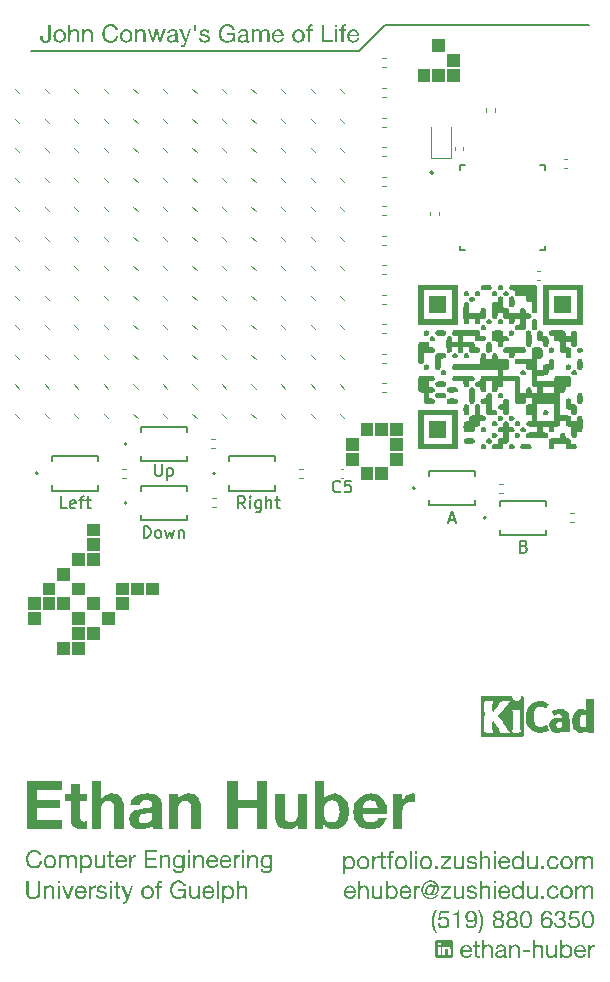
<source format=gto>
%TF.GenerationSoftware,KiCad,Pcbnew,9.0.0*%
%TF.CreationDate,2025-12-23T16:07:17-05:00*%
%TF.ProjectId,BusinessCard,42757369-6e65-4737-9343-6172642e6b69,rev?*%
%TF.SameCoordinates,Original*%
%TF.FileFunction,Legend,Top*%
%TF.FilePolarity,Positive*%
%FSLAX46Y46*%
G04 Gerber Fmt 4.6, Leading zero omitted, Abs format (unit mm)*
G04 Created by KiCad (PCBNEW 9.0.0) date 2025-12-23 16:07:17*
%MOMM*%
%LPD*%
G01*
G04 APERTURE LIST*
%ADD10C,0.100000*%
%ADD11C,0.200000*%
%ADD12C,0.125000*%
%ADD13C,0.187500*%
%ADD14C,0.150000*%
%ADD15C,0.120000*%
%ADD16C,0.127000*%
%ADD17C,0.000000*%
G04 APERTURE END LIST*
D10*
X25335786Y-66000000D02*
X26335786Y-66000000D01*
X26335786Y-67000000D01*
X25335786Y-67000000D01*
X25335786Y-66000000D01*
G36*
X25335786Y-66000000D02*
G01*
X26335786Y-66000000D01*
X26335786Y-67000000D01*
X25335786Y-67000000D01*
X25335786Y-66000000D01*
G37*
X55835786Y-22500000D02*
X56835786Y-22500000D01*
X56835786Y-23500000D01*
X55835786Y-23500000D01*
X55835786Y-22500000D01*
G36*
X55835786Y-22500000D02*
G01*
X56835786Y-22500000D01*
X56835786Y-23500000D01*
X55835786Y-23500000D01*
X55835786Y-22500000D01*
G37*
X31585786Y-68500000D02*
X32585786Y-68500000D01*
X32585786Y-69500000D01*
X31585786Y-69500000D01*
X31585786Y-68500000D01*
G36*
X31585786Y-68500000D02*
G01*
X32585786Y-68500000D01*
X32585786Y-69500000D01*
X31585786Y-69500000D01*
X31585786Y-68500000D01*
G37*
X26585786Y-69750000D02*
X27585786Y-69750000D01*
X27585786Y-70750000D01*
X26585786Y-70750000D01*
X26585786Y-69750000D01*
G36*
X26585786Y-69750000D02*
G01*
X27585786Y-69750000D01*
X27585786Y-70750000D01*
X26585786Y-70750000D01*
X26585786Y-69750000D01*
G37*
X27835786Y-71000000D02*
X28835786Y-71000000D01*
X28835786Y-72000000D01*
X27835786Y-72000000D01*
X27835786Y-71000000D01*
G36*
X27835786Y-71000000D02*
G01*
X28835786Y-71000000D01*
X28835786Y-72000000D01*
X27835786Y-72000000D01*
X27835786Y-71000000D01*
G37*
X26585786Y-66000000D02*
X27585786Y-66000000D01*
X27585786Y-67000000D01*
X26585786Y-67000000D01*
X26585786Y-66000000D01*
G36*
X26585786Y-66000000D02*
G01*
X27585786Y-66000000D01*
X27585786Y-67000000D01*
X26585786Y-67000000D01*
X26585786Y-66000000D01*
G37*
X26585786Y-72250000D02*
X27585786Y-72250000D01*
X27585786Y-73250000D01*
X26585786Y-73250000D01*
X26585786Y-72250000D01*
G36*
X26585786Y-72250000D02*
G01*
X27585786Y-72250000D01*
X27585786Y-73250000D01*
X26585786Y-73250000D01*
X26585786Y-72250000D01*
G37*
D11*
X51835786Y-21250000D02*
X69085786Y-21250000D01*
D10*
X24085786Y-73500000D02*
X25085786Y-73500000D01*
X25085786Y-74500000D01*
X24085786Y-74500000D01*
X24085786Y-73500000D01*
G36*
X24085786Y-73500000D02*
G01*
X25085786Y-73500000D01*
X25085786Y-74500000D01*
X24085786Y-74500000D01*
X24085786Y-73500000D01*
G37*
X49750000Y-58750000D02*
X50750000Y-58750000D01*
X50750000Y-59750000D01*
X49750000Y-59750000D01*
X49750000Y-58750000D01*
G36*
X49750000Y-58750000D02*
G01*
X50750000Y-58750000D01*
X50750000Y-59750000D01*
X49750000Y-59750000D01*
X49750000Y-58750000D01*
G37*
X29085786Y-69750000D02*
X30085786Y-69750000D01*
X30085786Y-70750000D01*
X29085786Y-70750000D01*
X29085786Y-69750000D01*
G36*
X29085786Y-69750000D02*
G01*
X30085786Y-69750000D01*
X30085786Y-70750000D01*
X29085786Y-70750000D01*
X29085786Y-69750000D01*
G37*
X48500000Y-57500000D02*
X49500000Y-57500000D01*
X49500000Y-58500000D01*
X48500000Y-58500000D01*
X48500000Y-57500000D01*
G36*
X48500000Y-57500000D02*
G01*
X49500000Y-57500000D01*
X49500000Y-58500000D01*
X48500000Y-58500000D01*
X48500000Y-57500000D01*
G37*
X52250000Y-56250000D02*
X53250000Y-56250000D01*
X53250000Y-57250000D01*
X52250000Y-57250000D01*
X52250000Y-56250000D01*
G36*
X52250000Y-56250000D02*
G01*
X53250000Y-56250000D01*
X53250000Y-57250000D01*
X52250000Y-57250000D01*
X52250000Y-56250000D01*
G37*
X24085786Y-69750000D02*
X25085786Y-69750000D01*
X25085786Y-70750000D01*
X24085786Y-70750000D01*
X24085786Y-69750000D01*
G36*
X24085786Y-69750000D02*
G01*
X25085786Y-69750000D01*
X25085786Y-70750000D01*
X24085786Y-70750000D01*
X24085786Y-69750000D01*
G37*
X49750000Y-55000000D02*
X50750000Y-55000000D01*
X50750000Y-56000000D01*
X49750000Y-56000000D01*
X49750000Y-55000000D01*
G36*
X49750000Y-55000000D02*
G01*
X50750000Y-55000000D01*
X50750000Y-56000000D01*
X49750000Y-56000000D01*
X49750000Y-55000000D01*
G37*
X30335786Y-68500000D02*
X31335786Y-68500000D01*
X31335786Y-69500000D01*
X30335786Y-69500000D01*
X30335786Y-68500000D01*
G36*
X30335786Y-68500000D02*
G01*
X31335786Y-68500000D01*
X31335786Y-69500000D01*
X30335786Y-69500000D01*
X30335786Y-68500000D01*
G37*
X29085786Y-68500000D02*
X30085786Y-68500000D01*
X30085786Y-69500000D01*
X29085786Y-69500000D01*
X29085786Y-68500000D01*
G36*
X29085786Y-68500000D02*
G01*
X30085786Y-68500000D01*
X30085786Y-69500000D01*
X29085786Y-69500000D01*
X29085786Y-68500000D01*
G37*
X57085786Y-25000000D02*
X58085786Y-25000000D01*
X58085786Y-26000000D01*
X57085786Y-26000000D01*
X57085786Y-25000000D01*
G36*
X57085786Y-25000000D02*
G01*
X58085786Y-25000000D01*
X58085786Y-26000000D01*
X57085786Y-26000000D01*
X57085786Y-25000000D01*
G37*
X26585786Y-63500000D02*
X27585786Y-63500000D01*
X27585786Y-64500000D01*
X26585786Y-64500000D01*
X26585786Y-63500000D01*
G36*
X26585786Y-63500000D02*
G01*
X27585786Y-63500000D01*
X27585786Y-64500000D01*
X26585786Y-64500000D01*
X26585786Y-63500000D01*
G37*
X26585786Y-64750000D02*
X27585786Y-64750000D01*
X27585786Y-65750000D01*
X26585786Y-65750000D01*
X26585786Y-64750000D01*
G36*
X26585786Y-64750000D02*
G01*
X27585786Y-64750000D01*
X27585786Y-65750000D01*
X26585786Y-65750000D01*
X26585786Y-64750000D01*
G37*
X48500000Y-56250000D02*
X49500000Y-56250000D01*
X49500000Y-57250000D01*
X48500000Y-57250000D01*
X48500000Y-56250000D01*
G36*
X48500000Y-56250000D02*
G01*
X49500000Y-56250000D01*
X49500000Y-57250000D01*
X48500000Y-57250000D01*
X48500000Y-56250000D01*
G37*
X21585786Y-71000000D02*
X22585786Y-71000000D01*
X22585786Y-72000000D01*
X21585786Y-72000000D01*
X21585786Y-71000000D01*
G36*
X21585786Y-71000000D02*
G01*
X22585786Y-71000000D01*
X22585786Y-72000000D01*
X21585786Y-72000000D01*
X21585786Y-71000000D01*
G37*
X21585786Y-69750000D02*
X22585786Y-69750000D01*
X22585786Y-70750000D01*
X21585786Y-70750000D01*
X21585786Y-69750000D01*
G36*
X21585786Y-69750000D02*
G01*
X22585786Y-69750000D01*
X22585786Y-70750000D01*
X21585786Y-70750000D01*
X21585786Y-69750000D01*
G37*
D11*
X21835786Y-23500000D02*
X49585786Y-23500000D01*
D10*
X25335786Y-72250000D02*
X26335786Y-72250000D01*
X26335786Y-73250000D01*
X25335786Y-73250000D01*
X25335786Y-72250000D01*
G36*
X25335786Y-72250000D02*
G01*
X26335786Y-72250000D01*
X26335786Y-73250000D01*
X25335786Y-73250000D01*
X25335786Y-72250000D01*
G37*
X52250000Y-55000000D02*
X53250000Y-55000000D01*
X53250000Y-56000000D01*
X52250000Y-56000000D01*
X52250000Y-55000000D01*
G36*
X52250000Y-55000000D02*
G01*
X53250000Y-55000000D01*
X53250000Y-56000000D01*
X52250000Y-56000000D01*
X52250000Y-55000000D01*
G37*
X22835786Y-68500000D02*
X23835786Y-68500000D01*
X23835786Y-69500000D01*
X22835786Y-69500000D01*
X22835786Y-68500000D01*
G36*
X22835786Y-68500000D02*
G01*
X23835786Y-68500000D01*
X23835786Y-69500000D01*
X22835786Y-69500000D01*
X22835786Y-68500000D01*
G37*
X54585786Y-25000000D02*
X55585786Y-25000000D01*
X55585786Y-26000000D01*
X54585786Y-26000000D01*
X54585786Y-25000000D01*
G36*
X54585786Y-25000000D02*
G01*
X55585786Y-25000000D01*
X55585786Y-26000000D01*
X54585786Y-26000000D01*
X54585786Y-25000000D01*
G37*
X51000000Y-55000000D02*
X52000000Y-55000000D01*
X52000000Y-56000000D01*
X51000000Y-56000000D01*
X51000000Y-55000000D01*
G36*
X51000000Y-55000000D02*
G01*
X52000000Y-55000000D01*
X52000000Y-56000000D01*
X51000000Y-56000000D01*
X51000000Y-55000000D01*
G37*
X24085786Y-67250000D02*
X25085786Y-67250000D01*
X25085786Y-68250000D01*
X24085786Y-68250000D01*
X24085786Y-67250000D01*
G36*
X24085786Y-67250000D02*
G01*
X25085786Y-67250000D01*
X25085786Y-68250000D01*
X24085786Y-68250000D01*
X24085786Y-67250000D01*
G37*
X52250000Y-57500000D02*
X53250000Y-57500000D01*
X53250000Y-58500000D01*
X52250000Y-58500000D01*
X52250000Y-57500000D01*
G36*
X52250000Y-57500000D02*
G01*
X53250000Y-57500000D01*
X53250000Y-58500000D01*
X52250000Y-58500000D01*
X52250000Y-57500000D01*
G37*
X51000000Y-58750000D02*
X52000000Y-58750000D01*
X52000000Y-59750000D01*
X51000000Y-59750000D01*
X51000000Y-58750000D01*
G36*
X51000000Y-58750000D02*
G01*
X52000000Y-58750000D01*
X52000000Y-59750000D01*
X51000000Y-59750000D01*
X51000000Y-58750000D01*
G37*
X22835786Y-69750000D02*
X23835786Y-69750000D01*
X23835786Y-70750000D01*
X22835786Y-70750000D01*
X22835786Y-69750000D01*
G36*
X22835786Y-69750000D02*
G01*
X23835786Y-69750000D01*
X23835786Y-70750000D01*
X22835786Y-70750000D01*
X22835786Y-69750000D01*
G37*
X25335786Y-68500000D02*
X26335786Y-68500000D01*
X26335786Y-69500000D01*
X25335786Y-69500000D01*
X25335786Y-68500000D01*
G36*
X25335786Y-68500000D02*
G01*
X26335786Y-68500000D01*
X26335786Y-69500000D01*
X25335786Y-69500000D01*
X25335786Y-68500000D01*
G37*
X25335786Y-71000000D02*
X26335786Y-71000000D01*
X26335786Y-72000000D01*
X25335786Y-72000000D01*
X25335786Y-71000000D01*
G36*
X25335786Y-71000000D02*
G01*
X26335786Y-71000000D01*
X26335786Y-72000000D01*
X25335786Y-72000000D01*
X25335786Y-71000000D01*
G37*
X57085786Y-23750000D02*
X58085786Y-23750000D01*
X58085786Y-24750000D01*
X57085786Y-24750000D01*
X57085786Y-23750000D01*
G36*
X57085786Y-23750000D02*
G01*
X58085786Y-23750000D01*
X58085786Y-24750000D01*
X57085786Y-24750000D01*
X57085786Y-23750000D01*
G37*
D11*
X49585786Y-23500000D02*
X51835786Y-21250000D01*
D10*
X55835786Y-25000000D02*
X56835786Y-25000000D01*
X56835786Y-26000000D01*
X55835786Y-26000000D01*
X55835786Y-25000000D01*
G36*
X55835786Y-25000000D02*
G01*
X56835786Y-25000000D01*
X56835786Y-26000000D01*
X55835786Y-26000000D01*
X55835786Y-25000000D01*
G37*
X25335786Y-73500000D02*
X26335786Y-73500000D01*
X26335786Y-74500000D01*
X25335786Y-74500000D01*
X25335786Y-73500000D01*
G36*
X25335786Y-73500000D02*
G01*
X26335786Y-73500000D01*
X26335786Y-74500000D01*
X25335786Y-74500000D01*
X25335786Y-73500000D01*
G37*
D12*
G36*
X58799470Y-99138591D02*
G01*
X58878663Y-99159181D01*
X58944919Y-99191702D01*
X59004774Y-99235915D01*
X59055623Y-99286961D01*
X59098151Y-99345300D01*
X59146899Y-99442480D01*
X59178018Y-99548724D01*
X59193653Y-99657823D01*
X59195879Y-99758468D01*
X58383191Y-99758468D01*
X58386396Y-99827536D01*
X58399952Y-99891916D01*
X58424754Y-99951578D01*
X58460860Y-100003657D01*
X58507992Y-100046876D01*
X58568022Y-100081235D01*
X58636848Y-100102546D01*
X58721345Y-100110177D01*
X58795334Y-100103850D01*
X58856453Y-100086108D01*
X58907184Y-100057971D01*
X58948908Y-100018439D01*
X58980799Y-99966442D01*
X59002713Y-99899152D01*
X59179117Y-99899152D01*
X59154525Y-99989010D01*
X59119831Y-100063574D01*
X59075600Y-100125196D01*
X59021581Y-100175573D01*
X58958727Y-100215193D01*
X58887685Y-100244106D01*
X58807035Y-100262140D01*
X58715026Y-100268447D01*
X58628971Y-100263394D01*
X58554220Y-100249050D01*
X58489162Y-100226315D01*
X58400801Y-100175461D01*
X58328511Y-100108437D01*
X58272175Y-100026336D01*
X58230875Y-99927362D01*
X58205712Y-99819010D01*
X58194147Y-99697743D01*
X58202004Y-99600198D01*
X58383191Y-99600198D01*
X59006926Y-99600198D01*
X58997676Y-99537769D01*
X58978533Y-99478932D01*
X58949964Y-99425013D01*
X58913503Y-99379922D01*
X58869124Y-99342860D01*
X58816875Y-99313976D01*
X58759070Y-99295784D01*
X58694051Y-99289521D01*
X58627116Y-99295835D01*
X58569029Y-99313976D01*
X58517120Y-99343126D01*
X58473500Y-99381021D01*
X58437944Y-99426810D01*
X58410485Y-99480031D01*
X58392203Y-99537876D01*
X58383191Y-99600198D01*
X58202004Y-99600198D01*
X58203872Y-99577007D01*
X58231883Y-99470322D01*
X58277800Y-99373146D01*
X58337945Y-99291353D01*
X58412507Y-99223971D01*
X58499695Y-99173384D01*
X58596563Y-99142001D01*
X58704493Y-99131252D01*
X58799470Y-99138591D01*
G37*
G36*
X59627731Y-99160561D02*
G01*
X59627731Y-98832299D01*
X59449220Y-98832299D01*
X59449220Y-99160561D01*
X59264389Y-99160561D01*
X59264389Y-99318831D01*
X59449220Y-99318831D01*
X59449220Y-100008237D01*
X59453325Y-100079850D01*
X59463874Y-100129778D01*
X59483119Y-100171541D01*
X59509028Y-100201036D01*
X59543012Y-100221687D01*
X59588804Y-100235566D01*
X59640653Y-100242436D01*
X59707506Y-100245000D01*
X59843977Y-100245000D01*
X59843977Y-100086730D01*
X59762095Y-100086730D01*
X59693859Y-100083616D01*
X59652918Y-100069969D01*
X59640702Y-100057594D01*
X59632951Y-100040751D01*
X59627731Y-99990468D01*
X59627731Y-99318831D01*
X59843977Y-99318831D01*
X59843977Y-99160561D01*
X59627731Y-99160561D01*
G37*
G36*
X60040806Y-98744371D02*
G01*
X60040806Y-100245000D01*
X60219317Y-100245000D01*
X60219317Y-99630423D01*
X60224461Y-99558665D01*
X60239284Y-99494777D01*
X60264457Y-99436187D01*
X60299093Y-99386333D01*
X60343635Y-99345536D01*
X60398836Y-99314801D01*
X60462153Y-99296218D01*
X60540619Y-99289521D01*
X60606845Y-99296646D01*
X60659772Y-99316553D01*
X60702369Y-99348506D01*
X60734306Y-99391105D01*
X60754112Y-99443479D01*
X60761170Y-99508424D01*
X60761170Y-100245000D01*
X60939681Y-100245000D01*
X60939681Y-99529124D01*
X60935023Y-99442962D01*
X60921821Y-99368107D01*
X60897061Y-99299831D01*
X60859814Y-99242902D01*
X60809757Y-99196633D01*
X60744317Y-99160744D01*
X60667833Y-99139269D01*
X60565898Y-99131252D01*
X60466064Y-99141877D01*
X60415690Y-99155439D01*
X60367420Y-99174849D01*
X60322453Y-99200355D01*
X60282332Y-99232185D01*
X60248958Y-99270808D01*
X60223530Y-99318098D01*
X60219317Y-99318098D01*
X60219317Y-98744371D01*
X60040806Y-98744371D01*
G37*
G36*
X61796424Y-99141785D02*
G01*
X61866127Y-99157995D01*
X61927582Y-99184833D01*
X61980469Y-99223803D01*
X62022104Y-99276241D01*
X62048145Y-99340835D01*
X62057825Y-99429564D01*
X62057825Y-99988361D01*
X62065152Y-100080777D01*
X62079963Y-100102085D01*
X62114520Y-100110177D01*
X62169108Y-100102117D01*
X62169108Y-100241061D01*
X62117551Y-100260817D01*
X62041064Y-100268447D01*
X61977366Y-100258191D01*
X61930788Y-100229521D01*
X61909399Y-100200701D01*
X61895213Y-100159643D01*
X61889847Y-100102117D01*
X61837216Y-100156367D01*
X61780332Y-100198483D01*
X61718663Y-100229521D01*
X61618064Y-100258534D01*
X61507637Y-100268447D01*
X61435308Y-100264156D01*
X61367961Y-100251594D01*
X61305379Y-100229612D01*
X61253472Y-100199021D01*
X61210503Y-100158094D01*
X61176810Y-100105323D01*
X61156029Y-100043533D01*
X61148509Y-99965280D01*
X61149909Y-99950992D01*
X61337553Y-99950992D01*
X61342273Y-99992685D01*
X61355413Y-100025456D01*
X61375979Y-100053012D01*
X61401575Y-100074640D01*
X61431784Y-100090614D01*
X61467703Y-100101843D01*
X61547571Y-100110177D01*
X61632077Y-100103729D01*
X61698696Y-100086089D01*
X61757355Y-100058010D01*
X61801553Y-100025364D01*
X61836751Y-99986449D01*
X61860354Y-99945863D01*
X61874833Y-99903095D01*
X61879314Y-99865171D01*
X61879314Y-99682997D01*
X61842071Y-99704025D01*
X61791112Y-99719633D01*
X61676623Y-99738501D01*
X61555906Y-99755262D01*
X61497066Y-99767886D01*
X61446729Y-99785670D01*
X61402591Y-99811255D01*
X61367961Y-99845296D01*
X61345774Y-99888993D01*
X61337553Y-99950992D01*
X61149909Y-99950992D01*
X61157068Y-99877912D01*
X61180016Y-99813789D01*
X61216778Y-99760016D01*
X61262906Y-99717984D01*
X61317452Y-99685843D01*
X61380509Y-99662114D01*
X61515972Y-99630607D01*
X61655648Y-99608533D01*
X61772152Y-99587467D01*
X61818796Y-99569860D01*
X61852020Y-99547442D01*
X61873586Y-99516280D01*
X61881420Y-99470597D01*
X61875404Y-99415348D01*
X61859347Y-99375892D01*
X61833970Y-99344089D01*
X61802652Y-99321120D01*
X61766387Y-99305472D01*
X61724983Y-99295841D01*
X61639895Y-99289521D01*
X61565295Y-99294763D01*
X61503016Y-99309438D01*
X61450942Y-99332478D01*
X61409969Y-99367370D01*
X61382335Y-99419406D01*
X61369060Y-99494685D01*
X61190549Y-99494685D01*
X61203808Y-99399061D01*
X61232498Y-99324509D01*
X61276834Y-99261510D01*
X61333339Y-99212127D01*
X61400064Y-99175440D01*
X61477137Y-99150211D01*
X61559752Y-99136118D01*
X61650428Y-99131252D01*
X61796424Y-99141785D01*
G37*
G36*
X62334247Y-99156531D02*
G01*
X62334247Y-100245000D01*
X62512758Y-100245000D01*
X62512758Y-99630423D01*
X62517902Y-99558665D01*
X62532724Y-99494777D01*
X62557898Y-99436187D01*
X62592533Y-99386333D01*
X62637076Y-99345536D01*
X62692276Y-99314801D01*
X62755593Y-99296218D01*
X62834059Y-99289521D01*
X62900286Y-99296646D01*
X62953212Y-99316553D01*
X62995809Y-99348506D01*
X63027747Y-99391105D01*
X63047552Y-99443479D01*
X63054610Y-99508424D01*
X63054610Y-100245000D01*
X63233121Y-100245000D01*
X63233121Y-99529124D01*
X63228464Y-99442962D01*
X63215261Y-99368107D01*
X63190502Y-99299831D01*
X63153254Y-99242902D01*
X63103197Y-99196633D01*
X63037758Y-99160744D01*
X62961263Y-99139271D01*
X62859247Y-99131252D01*
X62764676Y-99139764D01*
X62684425Y-99163951D01*
X62615745Y-99202913D01*
X62556716Y-99257287D01*
X62506438Y-99329180D01*
X62502316Y-99329180D01*
X62502316Y-99156531D01*
X62334247Y-99156531D01*
G37*
G36*
X63471350Y-99576751D02*
G01*
X63471350Y-99746744D01*
X64078324Y-99746744D01*
X64078324Y-99576751D01*
X63471350Y-99576751D01*
G37*
G36*
X64317010Y-98744371D02*
G01*
X64317010Y-100245000D01*
X64495521Y-100245000D01*
X64495521Y-99630423D01*
X64500665Y-99558665D01*
X64515488Y-99494777D01*
X64540661Y-99436187D01*
X64575297Y-99386333D01*
X64619839Y-99345536D01*
X64675039Y-99314801D01*
X64738357Y-99296218D01*
X64816822Y-99289521D01*
X64883049Y-99296646D01*
X64935975Y-99316553D01*
X64978572Y-99348506D01*
X65010510Y-99391105D01*
X65030315Y-99443479D01*
X65037374Y-99508424D01*
X65037374Y-100245000D01*
X65215885Y-100245000D01*
X65215885Y-99529124D01*
X65211227Y-99442962D01*
X65198024Y-99368107D01*
X65173265Y-99299831D01*
X65136017Y-99242902D01*
X65085961Y-99196633D01*
X65020521Y-99160744D01*
X64944037Y-99139269D01*
X64842102Y-99131252D01*
X64742267Y-99141877D01*
X64691894Y-99155439D01*
X64643624Y-99174849D01*
X64598657Y-99200355D01*
X64558536Y-99232185D01*
X64525161Y-99270808D01*
X64499734Y-99318098D01*
X64495521Y-99318098D01*
X64495521Y-98744371D01*
X64317010Y-98744371D01*
G37*
G36*
X66382389Y-100245366D02*
G01*
X66382389Y-99160561D01*
X66203878Y-99160561D01*
X66203878Y-99771290D01*
X66198735Y-99842692D01*
X66183911Y-99906296D01*
X66158730Y-99964443D01*
X66124010Y-100014007D01*
X66079552Y-100054480D01*
X66024268Y-100085081D01*
X65961041Y-100103525D01*
X65882576Y-100110177D01*
X65816314Y-100103100D01*
X65763388Y-100083337D01*
X65720826Y-100051651D01*
X65688869Y-100009234D01*
X65669074Y-99957156D01*
X65662025Y-99892649D01*
X65662025Y-99160561D01*
X65483514Y-99160561D01*
X65483514Y-99873964D01*
X65488170Y-99959861D01*
X65501374Y-100034523D01*
X65526103Y-100102555D01*
X65563290Y-100159362D01*
X65613422Y-100205181D01*
X65678786Y-100240145D01*
X65755274Y-100260743D01*
X65857297Y-100268447D01*
X65935950Y-100262862D01*
X66004731Y-100246897D01*
X66065209Y-100221277D01*
X66119413Y-100184741D01*
X66167593Y-100135982D01*
X66210106Y-100073266D01*
X66214319Y-100073266D01*
X66214319Y-100245366D01*
X66382389Y-100245366D01*
G37*
G36*
X66834848Y-99303443D02*
G01*
X66839062Y-99303443D01*
X66874057Y-99248702D01*
X66919776Y-99205310D01*
X66977639Y-99172193D01*
X67075654Y-99141730D01*
X67185551Y-99131252D01*
X67268531Y-99136755D01*
X67341160Y-99152466D01*
X67405003Y-99177597D01*
X67490915Y-99232389D01*
X67560341Y-99302894D01*
X67614311Y-99387111D01*
X67653856Y-99485068D01*
X67677348Y-99590428D01*
X67685363Y-99704063D01*
X67677601Y-99817746D01*
X67654863Y-99923148D01*
X67616073Y-100020645D01*
X67562448Y-100103125D01*
X67493095Y-100171475D01*
X67407109Y-100224208D01*
X67343401Y-100248222D01*
X67271425Y-100263210D01*
X67189764Y-100268447D01*
X67100463Y-100260020D01*
X67002826Y-100232726D01*
X66956080Y-100210500D01*
X66911510Y-100181252D01*
X66872080Y-100144937D01*
X66839062Y-100100286D01*
X66834848Y-100100286D01*
X66834848Y-100245366D01*
X66656337Y-100245366D01*
X66656337Y-99698842D01*
X66828529Y-99698842D01*
X66833286Y-99777573D01*
X66847396Y-99853081D01*
X66872197Y-99923858D01*
X66907297Y-99984240D01*
X66953923Y-100035125D01*
X67013268Y-100075556D01*
X67082964Y-100101020D01*
X67170804Y-100110177D01*
X67258127Y-100100674D01*
X67325135Y-100074549D01*
X67381227Y-100032936D01*
X67424878Y-99980118D01*
X67457098Y-99917963D01*
X67479466Y-99845754D01*
X67492076Y-99769417D01*
X67496319Y-99690416D01*
X67491319Y-99615595D01*
X67476352Y-99542496D01*
X67450875Y-99473421D01*
X67415444Y-99413353D01*
X67368943Y-99362632D01*
X67310481Y-99323135D01*
X67242579Y-99298297D01*
X67160363Y-99289521D01*
X67074740Y-99298958D01*
X67007040Y-99325242D01*
X66949600Y-99366566D01*
X66904091Y-99418573D01*
X66870014Y-99479627D01*
X66846389Y-99549823D01*
X66832993Y-99623810D01*
X66828529Y-99698842D01*
X66656337Y-99698842D01*
X66656337Y-98744371D01*
X66834848Y-98744371D01*
X66834848Y-99303443D01*
G37*
G36*
X68440712Y-99138591D02*
G01*
X68519905Y-99159181D01*
X68586161Y-99191702D01*
X68646017Y-99235915D01*
X68696865Y-99286961D01*
X68739393Y-99345300D01*
X68788141Y-99442480D01*
X68819261Y-99548724D01*
X68834895Y-99657823D01*
X68837121Y-99758468D01*
X68024433Y-99758468D01*
X68027638Y-99827536D01*
X68041194Y-99891916D01*
X68065996Y-99951578D01*
X68102102Y-100003657D01*
X68149234Y-100046876D01*
X68209264Y-100081235D01*
X68278090Y-100102546D01*
X68362587Y-100110177D01*
X68436576Y-100103850D01*
X68497696Y-100086108D01*
X68548426Y-100057971D01*
X68590150Y-100018439D01*
X68622042Y-99966442D01*
X68643955Y-99899152D01*
X68820360Y-99899152D01*
X68795768Y-99989010D01*
X68761073Y-100063574D01*
X68716842Y-100125196D01*
X68662823Y-100175573D01*
X68599969Y-100215193D01*
X68528927Y-100244106D01*
X68448277Y-100262140D01*
X68356268Y-100268447D01*
X68270213Y-100263394D01*
X68195462Y-100249050D01*
X68130404Y-100226315D01*
X68042043Y-100175461D01*
X67969753Y-100108437D01*
X67913417Y-100026336D01*
X67872117Y-99927362D01*
X67846954Y-99819010D01*
X67835389Y-99697743D01*
X67843246Y-99600198D01*
X68024433Y-99600198D01*
X68648168Y-99600198D01*
X68638918Y-99537769D01*
X68619775Y-99478932D01*
X68591206Y-99425013D01*
X68554746Y-99379922D01*
X68510367Y-99342860D01*
X68458117Y-99313976D01*
X68400312Y-99295784D01*
X68335293Y-99289521D01*
X68268358Y-99295835D01*
X68210272Y-99313976D01*
X68158362Y-99343126D01*
X68114742Y-99381021D01*
X68079186Y-99426810D01*
X68051727Y-99480031D01*
X68033446Y-99537876D01*
X68024433Y-99600198D01*
X67843246Y-99600198D01*
X67845114Y-99577007D01*
X67873125Y-99470322D01*
X67919042Y-99373146D01*
X67979187Y-99291353D01*
X68053749Y-99223971D01*
X68140937Y-99173384D01*
X68237805Y-99142001D01*
X68345735Y-99131252D01*
X68440712Y-99138591D01*
G37*
G36*
X69014899Y-99162210D02*
G01*
X69014899Y-100245000D01*
X69193318Y-100245000D01*
X69193318Y-99762864D01*
X69198880Y-99661268D01*
X69214293Y-99577301D01*
X69242186Y-99501505D01*
X69281521Y-99440006D01*
X69334323Y-99390777D01*
X69403337Y-99354093D01*
X69483579Y-99332579D01*
X69586061Y-99324692D01*
X69586061Y-99137114D01*
X69491200Y-99142318D01*
X69412434Y-99162333D01*
X69346642Y-99195732D01*
X69289254Y-99242939D01*
X69236067Y-99306854D01*
X69187090Y-99390546D01*
X69182877Y-99390546D01*
X69182877Y-99162210D01*
X69014899Y-99162210D01*
G37*
D13*
G36*
X23511863Y-22372041D02*
G01*
X23511863Y-21244371D01*
X23312377Y-21244371D01*
X23312377Y-22344197D01*
X23305955Y-22425747D01*
X23288285Y-22490679D01*
X23260903Y-22542308D01*
X23220708Y-22581035D01*
X23160617Y-22606390D01*
X23072958Y-22616039D01*
X23003367Y-22610017D01*
X22952241Y-22593966D01*
X22909819Y-22567108D01*
X22878694Y-22532050D01*
X22856763Y-22489345D01*
X22841966Y-22437528D01*
X22834243Y-22381532D01*
X22831524Y-22317819D01*
X22831524Y-22254804D01*
X22631947Y-22254804D01*
X22631947Y-22347219D01*
X22640074Y-22454369D01*
X22662639Y-22541702D01*
X22697866Y-22612906D01*
X22745337Y-22670811D01*
X22804875Y-22716727D01*
X22876818Y-22750729D01*
X22963693Y-22772407D01*
X23068745Y-22780170D01*
X23188858Y-22770760D01*
X23279771Y-22745457D01*
X23357919Y-22703977D01*
X23416333Y-22652950D01*
X23460470Y-22591063D01*
X23489789Y-22521426D01*
X23506364Y-22447127D01*
X23511863Y-22372041D01*
G37*
G36*
X24363228Y-21636512D02*
G01*
X24438689Y-21651527D01*
X24505168Y-21675491D01*
X24595673Y-21728244D01*
X24669940Y-21796574D01*
X24728333Y-21879491D01*
X24770782Y-21977650D01*
X24795802Y-22084580D01*
X24804396Y-22201956D01*
X24795783Y-22319199D01*
X24770782Y-22425255D01*
X24728392Y-22522478D01*
X24669940Y-22605232D01*
X24595635Y-22673340D01*
X24505168Y-22725307D01*
X24438749Y-22748660D01*
X24363283Y-22763311D01*
X24277289Y-22768447D01*
X24192729Y-22763357D01*
X24117536Y-22748747D01*
X24050418Y-22725307D01*
X23959088Y-22673281D01*
X23884547Y-22605232D01*
X23826167Y-22522484D01*
X23783797Y-22425255D01*
X23758795Y-22319199D01*
X23750183Y-22201956D01*
X23750263Y-22200857D01*
X23939227Y-22200857D01*
X23946107Y-22296193D01*
X23965422Y-22376162D01*
X23997391Y-22447715D01*
X24037870Y-22504207D01*
X24088181Y-22549670D01*
X24146039Y-22582883D01*
X24209694Y-22603316D01*
X24277381Y-22610177D01*
X24344976Y-22603316D01*
X24408539Y-22582883D01*
X24466458Y-22549660D01*
X24516708Y-22504207D01*
X24557239Y-22447704D01*
X24589157Y-22376162D01*
X24608540Y-22296189D01*
X24615444Y-22200857D01*
X24608538Y-22105537D01*
X24589157Y-22025643D01*
X24557290Y-21953930D01*
X24516708Y-21896591D01*
X24466380Y-21850255D01*
X24408539Y-21816816D01*
X24344976Y-21796383D01*
X24277381Y-21789521D01*
X24209694Y-21796383D01*
X24146039Y-21816816D01*
X24088259Y-21850245D01*
X24037870Y-21896591D01*
X23997340Y-21953919D01*
X23965422Y-22025643D01*
X23946109Y-22105532D01*
X23939227Y-22200857D01*
X23750263Y-22200857D01*
X23758776Y-22084580D01*
X23783797Y-21977650D01*
X23826226Y-21879485D01*
X23884547Y-21796574D01*
X23959050Y-21728304D01*
X24050418Y-21675491D01*
X24117593Y-21651438D01*
X24192780Y-21636465D01*
X24277289Y-21631252D01*
X24363228Y-21636512D01*
G37*
G36*
X25013590Y-21244371D02*
G01*
X25013590Y-22745000D01*
X25192101Y-22745000D01*
X25192101Y-22130423D01*
X25197245Y-22058665D01*
X25212068Y-21994777D01*
X25237241Y-21936187D01*
X25271877Y-21886333D01*
X25316419Y-21845536D01*
X25371619Y-21814801D01*
X25434937Y-21796218D01*
X25513402Y-21789521D01*
X25579629Y-21796646D01*
X25632555Y-21816553D01*
X25675152Y-21848506D01*
X25707090Y-21891105D01*
X25726895Y-21943479D01*
X25733954Y-22008424D01*
X25733954Y-22745000D01*
X25912465Y-22745000D01*
X25912465Y-22029124D01*
X25907807Y-21942962D01*
X25894604Y-21868107D01*
X25869845Y-21799831D01*
X25832597Y-21742902D01*
X25782541Y-21696633D01*
X25717101Y-21660744D01*
X25640617Y-21639269D01*
X25538682Y-21631252D01*
X25438847Y-21641877D01*
X25388474Y-21655439D01*
X25340204Y-21674849D01*
X25295237Y-21700355D01*
X25255116Y-21732185D01*
X25221741Y-21770808D01*
X25196314Y-21818098D01*
X25192101Y-21818098D01*
X25192101Y-21244371D01*
X25013590Y-21244371D01*
G37*
G36*
X26180094Y-21656531D02*
G01*
X26180094Y-22745000D01*
X26358605Y-22745000D01*
X26358605Y-22130423D01*
X26363749Y-22058665D01*
X26378572Y-21994777D01*
X26403745Y-21936187D01*
X26438381Y-21886333D01*
X26482923Y-21845536D01*
X26538123Y-21814801D01*
X26601441Y-21796218D01*
X26679906Y-21789521D01*
X26746133Y-21796646D01*
X26799059Y-21816553D01*
X26841656Y-21848506D01*
X26873594Y-21891105D01*
X26893399Y-21943479D01*
X26900458Y-22008424D01*
X26900458Y-22745000D01*
X27078969Y-22745000D01*
X27078969Y-22029124D01*
X27074311Y-21942962D01*
X27061108Y-21868107D01*
X27036349Y-21799831D01*
X26999101Y-21742902D01*
X26949044Y-21696633D01*
X26883605Y-21660744D01*
X26807110Y-21639271D01*
X26705094Y-21631252D01*
X26610523Y-21639764D01*
X26530273Y-21663951D01*
X26461592Y-21702913D01*
X26402563Y-21757287D01*
X26352285Y-21829180D01*
X26348163Y-21829180D01*
X26348163Y-21656531D01*
X26180094Y-21656531D01*
G37*
G36*
X29013463Y-21698388D02*
G01*
X29212949Y-21698388D01*
X29186166Y-21584114D01*
X29141599Y-21487363D01*
X29079846Y-21403086D01*
X29005037Y-21334497D01*
X28918162Y-21280756D01*
X28818191Y-21241074D01*
X28711008Y-21217304D01*
X28595625Y-21209200D01*
X28482124Y-21216492D01*
X28380832Y-21237479D01*
X28289986Y-21271299D01*
X28205223Y-21318188D01*
X28131376Y-21374495D01*
X28067419Y-21440560D01*
X28013313Y-21515206D01*
X27968153Y-21598650D01*
X27931956Y-21691885D01*
X27906565Y-21788861D01*
X27891069Y-21891295D01*
X27885794Y-21999906D01*
X27896804Y-22160458D01*
X27928842Y-22307011D01*
X27962967Y-22399581D01*
X28006040Y-22481925D01*
X28057985Y-22555131D01*
X28119820Y-22619803D01*
X28191552Y-22674732D01*
X28274232Y-22720270D01*
X28362964Y-22752716D01*
X28463798Y-22773047D01*
X28578772Y-22780170D01*
X28695232Y-22773137D01*
X28796882Y-22753112D01*
X28885830Y-22721260D01*
X28963852Y-22678115D01*
X29032331Y-22623550D01*
X29104474Y-22540572D01*
X29161318Y-22441492D01*
X29202819Y-22323604D01*
X29227695Y-22183363D01*
X29028210Y-22183363D01*
X29015418Y-22273437D01*
X28990382Y-22355646D01*
X28952477Y-22430483D01*
X28903188Y-22493216D01*
X28842638Y-22544430D01*
X28770930Y-22583524D01*
X28690628Y-22607562D01*
X28595625Y-22616039D01*
X28507150Y-22610003D01*
X28430757Y-22592861D01*
X28364541Y-22565573D01*
X28303604Y-22527768D01*
X28250998Y-22482682D01*
X28205997Y-22429926D01*
X28152861Y-22338748D01*
X28114680Y-22230075D01*
X28092775Y-22113186D01*
X28085280Y-21987083D01*
X28092699Y-21870867D01*
X28114680Y-21759938D01*
X28152614Y-21655763D01*
X28205997Y-21565398D01*
X28250957Y-21512521D01*
X28303243Y-21467413D01*
X28363533Y-21429660D01*
X28429045Y-21402407D01*
X28505043Y-21385249D01*
X28593518Y-21379193D01*
X28695957Y-21388483D01*
X28785759Y-21415250D01*
X28865361Y-21458969D01*
X28916555Y-21502801D01*
X28958129Y-21556305D01*
X28990542Y-21620837D01*
X29013463Y-21698388D01*
G37*
G36*
X29999376Y-21636512D02*
G01*
X30074837Y-21651527D01*
X30141316Y-21675491D01*
X30231821Y-21728244D01*
X30306088Y-21796574D01*
X30364481Y-21879491D01*
X30406930Y-21977650D01*
X30431950Y-22084580D01*
X30440544Y-22201956D01*
X30431931Y-22319199D01*
X30406930Y-22425255D01*
X30364540Y-22522478D01*
X30306088Y-22605232D01*
X30231783Y-22673340D01*
X30141316Y-22725307D01*
X30074897Y-22748660D01*
X29999431Y-22763311D01*
X29913437Y-22768447D01*
X29828876Y-22763357D01*
X29753684Y-22748747D01*
X29686566Y-22725307D01*
X29595236Y-22673281D01*
X29520695Y-22605232D01*
X29462315Y-22522484D01*
X29419945Y-22425255D01*
X29394943Y-22319199D01*
X29386331Y-22201956D01*
X29386411Y-22200857D01*
X29575375Y-22200857D01*
X29582255Y-22296193D01*
X29601570Y-22376162D01*
X29633539Y-22447715D01*
X29674018Y-22504207D01*
X29724329Y-22549670D01*
X29782187Y-22582883D01*
X29845842Y-22603316D01*
X29913529Y-22610177D01*
X29981124Y-22603316D01*
X30044687Y-22582883D01*
X30102606Y-22549660D01*
X30152856Y-22504207D01*
X30193387Y-22447704D01*
X30225305Y-22376162D01*
X30244688Y-22296189D01*
X30251592Y-22200857D01*
X30244686Y-22105537D01*
X30225305Y-22025643D01*
X30193438Y-21953930D01*
X30152856Y-21896591D01*
X30102528Y-21850255D01*
X30044687Y-21816816D01*
X29981124Y-21796383D01*
X29913529Y-21789521D01*
X29845842Y-21796383D01*
X29782187Y-21816816D01*
X29724407Y-21850245D01*
X29674018Y-21896591D01*
X29633488Y-21953919D01*
X29601570Y-22025643D01*
X29582257Y-22105532D01*
X29575375Y-22200857D01*
X29386411Y-22200857D01*
X29394924Y-22084580D01*
X29419945Y-21977650D01*
X29462374Y-21879485D01*
X29520695Y-21796574D01*
X29595198Y-21728304D01*
X29686566Y-21675491D01*
X29753741Y-21651438D01*
X29828928Y-21636465D01*
X29913437Y-21631252D01*
X29999376Y-21636512D01*
G37*
G36*
X30649738Y-21656531D02*
G01*
X30649738Y-22745000D01*
X30828249Y-22745000D01*
X30828249Y-22130423D01*
X30833393Y-22058665D01*
X30848216Y-21994777D01*
X30873389Y-21936187D01*
X30908025Y-21886333D01*
X30952567Y-21845536D01*
X31007767Y-21814801D01*
X31071085Y-21796218D01*
X31149550Y-21789521D01*
X31215777Y-21796646D01*
X31268703Y-21816553D01*
X31311300Y-21848506D01*
X31343238Y-21891105D01*
X31363043Y-21943479D01*
X31370102Y-22008424D01*
X31370102Y-22745000D01*
X31548613Y-22745000D01*
X31548613Y-22029124D01*
X31543955Y-21942962D01*
X31530752Y-21868107D01*
X31505993Y-21799831D01*
X31468745Y-21742902D01*
X31418689Y-21696633D01*
X31353249Y-21660744D01*
X31276754Y-21639271D01*
X31174738Y-21631252D01*
X31080167Y-21639764D01*
X30999917Y-21663951D01*
X30931236Y-21702913D01*
X30872207Y-21757287D01*
X30821929Y-21829180D01*
X30817807Y-21829180D01*
X30817807Y-21656531D01*
X30649738Y-21656531D01*
G37*
G36*
X32891521Y-22745000D02*
G01*
X33238010Y-21660561D01*
X33053179Y-21660561D01*
X32809547Y-22547804D01*
X32805334Y-22547804D01*
X32578554Y-21660561D01*
X32383282Y-21660561D01*
X32164837Y-22547804D01*
X32160716Y-22547804D01*
X31914977Y-21660561D01*
X31717598Y-21660561D01*
X32066194Y-22745000D01*
X32259359Y-22745000D01*
X32477804Y-21882944D01*
X32482017Y-21882944D01*
X32702477Y-22745000D01*
X32891521Y-22745000D01*
G37*
G36*
X33996842Y-21641785D02*
G01*
X34066545Y-21657995D01*
X34128000Y-21684833D01*
X34180887Y-21723803D01*
X34222522Y-21776241D01*
X34248563Y-21840835D01*
X34258243Y-21929564D01*
X34258243Y-22488361D01*
X34265570Y-22580777D01*
X34280381Y-22602085D01*
X34314938Y-22610177D01*
X34369526Y-22602117D01*
X34369526Y-22741061D01*
X34317969Y-22760817D01*
X34241482Y-22768447D01*
X34177784Y-22758191D01*
X34131206Y-22729521D01*
X34109817Y-22700701D01*
X34095631Y-22659643D01*
X34090265Y-22602117D01*
X34037634Y-22656367D01*
X33980750Y-22698483D01*
X33919081Y-22729521D01*
X33818482Y-22758534D01*
X33708055Y-22768447D01*
X33635726Y-22764156D01*
X33568379Y-22751594D01*
X33505798Y-22729612D01*
X33453890Y-22699021D01*
X33410921Y-22658094D01*
X33377228Y-22605323D01*
X33356447Y-22543533D01*
X33348927Y-22465280D01*
X33350327Y-22450992D01*
X33537971Y-22450992D01*
X33542691Y-22492685D01*
X33555831Y-22525456D01*
X33576397Y-22553012D01*
X33601993Y-22574640D01*
X33632202Y-22590614D01*
X33668122Y-22601843D01*
X33747989Y-22610177D01*
X33832495Y-22603729D01*
X33899114Y-22586089D01*
X33957773Y-22558010D01*
X34001971Y-22525364D01*
X34037170Y-22486449D01*
X34060772Y-22445863D01*
X34075251Y-22403095D01*
X34079732Y-22365171D01*
X34079732Y-22182997D01*
X34042490Y-22204025D01*
X33991530Y-22219633D01*
X33877041Y-22238501D01*
X33756324Y-22255262D01*
X33697485Y-22267886D01*
X33647147Y-22285670D01*
X33603009Y-22311255D01*
X33568379Y-22345296D01*
X33546192Y-22388993D01*
X33537971Y-22450992D01*
X33350327Y-22450992D01*
X33357486Y-22377912D01*
X33380434Y-22313789D01*
X33417196Y-22260016D01*
X33463324Y-22217984D01*
X33517870Y-22185843D01*
X33580927Y-22162114D01*
X33716390Y-22130607D01*
X33856066Y-22108533D01*
X33972570Y-22087467D01*
X34019214Y-22069860D01*
X34052438Y-22047442D01*
X34074004Y-22016280D01*
X34081838Y-21970597D01*
X34075822Y-21915348D01*
X34059765Y-21875892D01*
X34034388Y-21844089D01*
X34003070Y-21821120D01*
X33966805Y-21805472D01*
X33925401Y-21795841D01*
X33840313Y-21789521D01*
X33765713Y-21794763D01*
X33703434Y-21809438D01*
X33651360Y-21832478D01*
X33610387Y-21867370D01*
X33582753Y-21919406D01*
X33569478Y-21994685D01*
X33390967Y-21994685D01*
X33404226Y-21899061D01*
X33432916Y-21824509D01*
X33477252Y-21761510D01*
X33533757Y-21712127D01*
X33600482Y-21675440D01*
X33677555Y-21650211D01*
X33760170Y-21636118D01*
X33850846Y-21631252D01*
X33996842Y-21641785D01*
G37*
G36*
X34961021Y-22889347D02*
G01*
X34899014Y-23023528D01*
X34866088Y-23074334D01*
X34831786Y-23112738D01*
X34792679Y-23142786D01*
X34749904Y-23163021D01*
X34702783Y-23174624D01*
X34646039Y-23178775D01*
X34583025Y-23174562D01*
X34522117Y-23159907D01*
X34522117Y-22996325D01*
X34575606Y-23013453D01*
X34627080Y-23020505D01*
X34678307Y-23013636D01*
X34718396Y-22994310D01*
X34750254Y-22963250D01*
X34774084Y-22919938D01*
X34847631Y-22737581D01*
X34417062Y-21660561D01*
X34618745Y-21660561D01*
X34935833Y-22547621D01*
X34939955Y-22547621D01*
X35244495Y-21660561D01*
X35433539Y-21660561D01*
X34961021Y-22889347D01*
G37*
G36*
X35670027Y-21244371D02*
G01*
X35670027Y-21789521D01*
X35812910Y-21789521D01*
X35812910Y-21244371D01*
X35670027Y-21244371D01*
G37*
G36*
X36276452Y-22405013D02*
G01*
X36097941Y-22405013D01*
X36111164Y-22500244D01*
X36139890Y-22575281D01*
X36184278Y-22638775D01*
X36240731Y-22688121D01*
X36307593Y-22724525D01*
X36385628Y-22749671D01*
X36468859Y-22763670D01*
X36557820Y-22768447D01*
X36639656Y-22764514D01*
X36722592Y-22752602D01*
X36802173Y-22730498D01*
X36871702Y-22696914D01*
X36931635Y-22650561D01*
X36978864Y-22591676D01*
X37000881Y-22546409D01*
X37014832Y-22492284D01*
X37019805Y-22427362D01*
X37011691Y-22353776D01*
X36989305Y-22296936D01*
X36954120Y-22248718D01*
X36909529Y-22209558D01*
X36857259Y-22178587D01*
X36796140Y-22153779D01*
X36664890Y-22117967D01*
X36538860Y-22089574D01*
X36425471Y-22055868D01*
X36378523Y-22032578D01*
X36342489Y-22005310D01*
X36318185Y-21971043D01*
X36309974Y-21928465D01*
X36315526Y-21889307D01*
X36330949Y-21860047D01*
X36354810Y-21836639D01*
X36385537Y-21818006D01*
X36460092Y-21795841D01*
X36540967Y-21789521D01*
X36628162Y-21798955D01*
X36669676Y-21811298D01*
X36706930Y-21829180D01*
X36739477Y-21853462D01*
X36765731Y-21884593D01*
X36783686Y-21922190D01*
X36793026Y-21971238D01*
X36971537Y-21971238D01*
X36957114Y-21877843D01*
X36929496Y-21806557D01*
X36887500Y-21746924D01*
X36833967Y-21701594D01*
X36770570Y-21668888D01*
X36696397Y-21647006D01*
X36616719Y-21635348D01*
X36526312Y-21631252D01*
X36455076Y-21635669D01*
X36382514Y-21649112D01*
X36313053Y-21671997D01*
X36252272Y-21703792D01*
X36199816Y-21745967D01*
X36157750Y-21799322D01*
X36130595Y-21862436D01*
X36121022Y-21940097D01*
X36127508Y-22008203D01*
X36145396Y-22061764D01*
X36173504Y-22103954D01*
X36231926Y-22155766D01*
X36304754Y-22195362D01*
X36385875Y-22223901D01*
X36475937Y-22245737D01*
X36647121Y-22285670D01*
X36721462Y-22312036D01*
X36778371Y-22343373D01*
X36807372Y-22370713D01*
X36824727Y-22404977D01*
X36830853Y-22448428D01*
X36824228Y-22495424D01*
X36805665Y-22531409D01*
X36777164Y-22559915D01*
X36741551Y-22580777D01*
X36701389Y-22594790D01*
X36656555Y-22603858D01*
X36568353Y-22610177D01*
X36462290Y-22599919D01*
X36412850Y-22586121D01*
X36369875Y-22566122D01*
X36332874Y-22538395D01*
X36303746Y-22502466D01*
X36284668Y-22459286D01*
X36276452Y-22405013D01*
G37*
G36*
X38950545Y-22558795D02*
G01*
X39003026Y-22746465D01*
X39129056Y-22746465D01*
X39129056Y-21953653D01*
X38471707Y-21953653D01*
X38471707Y-22123646D01*
X38950545Y-22123646D01*
X38945685Y-22224806D01*
X38923251Y-22317086D01*
X38883865Y-22401475D01*
X38829736Y-22473432D01*
X38761428Y-22532343D01*
X38677512Y-22578029D01*
X38582759Y-22606096D01*
X38469600Y-22616039D01*
X38386831Y-22610240D01*
X38313466Y-22593568D01*
X38248041Y-22566672D01*
X38159929Y-22508656D01*
X38087391Y-22434139D01*
X38030643Y-22345529D01*
X37988747Y-22242714D01*
X37963613Y-22132515D01*
X37955133Y-22016576D01*
X37962506Y-21897810D01*
X37984534Y-21782011D01*
X38022537Y-21672602D01*
X38075850Y-21577946D01*
X38121012Y-21522350D01*
X38173994Y-21474468D01*
X38235493Y-21433873D01*
X38302627Y-21404252D01*
X38379992Y-21385712D01*
X38469600Y-21379193D01*
X38552049Y-21384289D01*
X38628144Y-21399160D01*
X38699430Y-21424420D01*
X38761501Y-21459061D01*
X38815341Y-21504216D01*
X38860144Y-21560910D01*
X38893196Y-21627298D01*
X38914824Y-21708921D01*
X39114310Y-21708921D01*
X39095456Y-21622239D01*
X39069007Y-21547499D01*
X39035541Y-21483149D01*
X38970606Y-21397275D01*
X38892751Y-21328177D01*
X38802709Y-21275130D01*
X38699585Y-21237868D01*
X38589197Y-21216517D01*
X38469600Y-21209200D01*
X38352098Y-21217052D01*
X38248862Y-21239511D01*
X38157732Y-21275512D01*
X38073114Y-21325140D01*
X37999241Y-21384235D01*
X37935166Y-21453199D01*
X37881193Y-21530549D01*
X37836390Y-21616765D01*
X37800802Y-21712860D01*
X37775884Y-21812614D01*
X37760765Y-21916527D01*
X37755648Y-22025185D01*
X37761047Y-22122476D01*
X37777130Y-22216921D01*
X37803916Y-22309118D01*
X37841335Y-22397308D01*
X37888164Y-22477659D01*
X37944600Y-22550918D01*
X38010255Y-22615904D01*
X38084858Y-22671550D01*
X38169273Y-22718163D01*
X38259427Y-22752021D01*
X38359027Y-22772934D01*
X38469692Y-22780170D01*
X38556931Y-22774522D01*
X38644181Y-22757453D01*
X38732100Y-22728513D01*
X38813826Y-22686970D01*
X38886316Y-22630832D01*
X38950545Y-22558795D01*
G37*
G36*
X39981769Y-21641785D02*
G01*
X40051472Y-21657995D01*
X40112927Y-21684833D01*
X40165814Y-21723803D01*
X40207449Y-21776241D01*
X40233490Y-21840835D01*
X40243169Y-21929564D01*
X40243169Y-22488361D01*
X40250497Y-22580777D01*
X40265308Y-22602085D01*
X40299864Y-22610177D01*
X40354453Y-22602117D01*
X40354453Y-22741061D01*
X40302896Y-22760817D01*
X40226408Y-22768447D01*
X40162711Y-22758191D01*
X40116133Y-22729521D01*
X40094744Y-22700701D01*
X40080557Y-22659643D01*
X40075191Y-22602117D01*
X40022561Y-22656367D01*
X39965677Y-22698483D01*
X39904008Y-22729521D01*
X39803408Y-22758534D01*
X39692982Y-22768447D01*
X39620653Y-22764156D01*
X39553306Y-22751594D01*
X39490724Y-22729612D01*
X39438817Y-22699021D01*
X39395848Y-22658094D01*
X39362155Y-22605323D01*
X39341374Y-22543533D01*
X39333853Y-22465280D01*
X39335253Y-22450992D01*
X39522897Y-22450992D01*
X39527618Y-22492685D01*
X39540758Y-22525456D01*
X39561324Y-22553012D01*
X39586919Y-22574640D01*
X39617128Y-22590614D01*
X39653048Y-22601843D01*
X39732916Y-22610177D01*
X39817422Y-22603729D01*
X39884041Y-22586089D01*
X39942699Y-22558010D01*
X39986898Y-22525364D01*
X40022096Y-22486449D01*
X40045699Y-22445863D01*
X40060178Y-22403095D01*
X40064658Y-22365171D01*
X40064658Y-22182997D01*
X40027416Y-22204025D01*
X39976456Y-22219633D01*
X39861967Y-22238501D01*
X39741250Y-22255262D01*
X39682411Y-22267886D01*
X39632074Y-22285670D01*
X39587935Y-22311255D01*
X39553306Y-22345296D01*
X39531118Y-22388993D01*
X39522897Y-22450992D01*
X39335253Y-22450992D01*
X39342412Y-22377912D01*
X39365361Y-22313789D01*
X39402123Y-22260016D01*
X39448251Y-22217984D01*
X39502797Y-22185843D01*
X39565854Y-22162114D01*
X39701317Y-22130607D01*
X39840993Y-22108533D01*
X39957497Y-22087467D01*
X40004141Y-22069860D01*
X40037364Y-22047442D01*
X40058931Y-22016280D01*
X40066765Y-21970597D01*
X40060748Y-21915348D01*
X40044692Y-21875892D01*
X40019315Y-21844089D01*
X39987997Y-21821120D01*
X39951731Y-21805472D01*
X39910328Y-21795841D01*
X39825239Y-21789521D01*
X39750639Y-21794763D01*
X39688360Y-21809438D01*
X39636287Y-21832478D01*
X39595314Y-21867370D01*
X39567680Y-21919406D01*
X39554405Y-21994685D01*
X39375894Y-21994685D01*
X39389153Y-21899061D01*
X39417842Y-21824509D01*
X39462178Y-21761510D01*
X39518684Y-21712127D01*
X39585409Y-21675440D01*
X39662482Y-21650211D01*
X39745096Y-21636118D01*
X39835772Y-21631252D01*
X39981769Y-21641785D01*
G37*
G36*
X40519591Y-21656531D02*
G01*
X40519591Y-22745000D01*
X40698102Y-22745000D01*
X40698102Y-22067317D01*
X40701578Y-22034158D01*
X40713856Y-21988366D01*
X40733964Y-21942475D01*
X40764231Y-21896866D01*
X40803453Y-21856410D01*
X40854540Y-21821120D01*
X40914103Y-21797810D01*
X40987896Y-21789521D01*
X41045579Y-21794434D01*
X41087639Y-21807473D01*
X41122794Y-21829231D01*
X41149555Y-21857940D01*
X41169044Y-21892872D01*
X41182161Y-21934785D01*
X41191595Y-22031505D01*
X41191595Y-22745000D01*
X41370106Y-22745000D01*
X41370106Y-22067317D01*
X41379090Y-21986225D01*
X41404461Y-21919974D01*
X41445669Y-21865267D01*
X41500459Y-21824231D01*
X41568494Y-21798669D01*
X41653580Y-21789521D01*
X41715195Y-21794729D01*
X41759643Y-21808481D01*
X41796602Y-21831243D01*
X41823665Y-21860047D01*
X41842898Y-21895002D01*
X41855172Y-21936892D01*
X41863599Y-22031505D01*
X41863599Y-22745000D01*
X42042110Y-22745000D01*
X42042110Y-21947058D01*
X42035109Y-21866622D01*
X42015823Y-21802894D01*
X41984001Y-21747895D01*
X41942367Y-21704983D01*
X41891246Y-21672502D01*
X41828977Y-21649204D01*
X41760579Y-21635948D01*
X41680874Y-21631252D01*
X41610735Y-21636743D01*
X41545603Y-21652884D01*
X41484503Y-21679612D01*
X41428940Y-21716178D01*
X41381214Y-21761413D01*
X41340705Y-21816083D01*
X41311917Y-21753753D01*
X41273590Y-21707016D01*
X41225209Y-21673292D01*
X41139613Y-21642000D01*
X41042485Y-21631252D01*
X40952976Y-21639069D01*
X40874984Y-21661509D01*
X40806362Y-21697959D01*
X40745565Y-21749039D01*
X40691783Y-21816541D01*
X40687661Y-21816541D01*
X40687661Y-21656531D01*
X40519591Y-21656531D01*
G37*
G36*
X42856901Y-21638591D02*
G01*
X42936095Y-21659181D01*
X43002350Y-21691702D01*
X43062206Y-21735915D01*
X43113054Y-21786961D01*
X43155582Y-21845300D01*
X43204330Y-21942480D01*
X43235450Y-22048724D01*
X43251084Y-22157823D01*
X43253310Y-22258468D01*
X42440622Y-22258468D01*
X42443827Y-22327536D01*
X42457384Y-22391916D01*
X42482185Y-22451578D01*
X42518292Y-22503657D01*
X42565424Y-22546876D01*
X42625453Y-22581235D01*
X42694279Y-22602546D01*
X42778777Y-22610177D01*
X42852766Y-22603850D01*
X42913885Y-22586108D01*
X42964615Y-22557971D01*
X43006339Y-22518439D01*
X43038231Y-22466442D01*
X43060144Y-22399152D01*
X43236549Y-22399152D01*
X43211957Y-22489010D01*
X43177262Y-22563574D01*
X43133031Y-22625196D01*
X43079012Y-22675573D01*
X43016158Y-22715193D01*
X42945117Y-22744106D01*
X42864466Y-22762140D01*
X42772457Y-22768447D01*
X42686402Y-22763394D01*
X42611651Y-22749050D01*
X42546593Y-22726315D01*
X42458232Y-22675461D01*
X42385943Y-22608437D01*
X42329606Y-22526336D01*
X42288306Y-22427362D01*
X42263144Y-22319010D01*
X42251578Y-22197743D01*
X42259435Y-22100198D01*
X42440622Y-22100198D01*
X43064358Y-22100198D01*
X43055107Y-22037769D01*
X43035964Y-21978932D01*
X43007395Y-21925013D01*
X42970935Y-21879922D01*
X42926556Y-21842860D01*
X42874306Y-21813976D01*
X42816501Y-21795784D01*
X42751482Y-21789521D01*
X42684547Y-21795835D01*
X42626461Y-21813976D01*
X42574551Y-21843126D01*
X42530931Y-21881021D01*
X42495375Y-21926810D01*
X42467917Y-21980031D01*
X42449635Y-22037876D01*
X42440622Y-22100198D01*
X42259435Y-22100198D01*
X42261303Y-22077007D01*
X42289314Y-21970322D01*
X42335232Y-21873146D01*
X42395376Y-21791353D01*
X42469938Y-21723971D01*
X42557126Y-21673384D01*
X42653994Y-21642001D01*
X42761924Y-21631252D01*
X42856901Y-21638591D01*
G37*
G36*
X44574812Y-21636512D02*
G01*
X44650273Y-21651527D01*
X44716752Y-21675491D01*
X44807257Y-21728244D01*
X44881524Y-21796574D01*
X44939917Y-21879491D01*
X44982366Y-21977650D01*
X45007386Y-22084580D01*
X45015980Y-22201956D01*
X45007367Y-22319199D01*
X44982366Y-22425255D01*
X44939977Y-22522478D01*
X44881524Y-22605232D01*
X44807219Y-22673340D01*
X44716752Y-22725307D01*
X44650333Y-22748660D01*
X44574867Y-22763311D01*
X44488873Y-22768447D01*
X44404313Y-22763357D01*
X44329120Y-22748747D01*
X44262002Y-22725307D01*
X44170672Y-22673281D01*
X44096131Y-22605232D01*
X44037751Y-22522484D01*
X43995381Y-22425255D01*
X43970379Y-22319199D01*
X43961767Y-22201956D01*
X43961847Y-22200857D01*
X44150811Y-22200857D01*
X44157691Y-22296193D01*
X44177006Y-22376162D01*
X44208976Y-22447715D01*
X44249454Y-22504207D01*
X44299765Y-22549670D01*
X44357623Y-22582883D01*
X44421278Y-22603316D01*
X44488965Y-22610177D01*
X44556560Y-22603316D01*
X44620123Y-22582883D01*
X44678042Y-22549660D01*
X44728292Y-22504207D01*
X44768823Y-22447704D01*
X44800741Y-22376162D01*
X44820124Y-22296189D01*
X44827028Y-22200857D01*
X44820122Y-22105537D01*
X44800741Y-22025643D01*
X44768874Y-21953930D01*
X44728292Y-21896591D01*
X44677964Y-21850255D01*
X44620123Y-21816816D01*
X44556560Y-21796383D01*
X44488965Y-21789521D01*
X44421278Y-21796383D01*
X44357623Y-21816816D01*
X44299843Y-21850245D01*
X44249454Y-21896591D01*
X44208924Y-21953919D01*
X44177006Y-22025643D01*
X44157693Y-22105532D01*
X44150811Y-22200857D01*
X43961847Y-22200857D01*
X43970361Y-22084580D01*
X43995381Y-21977650D01*
X44037811Y-21879485D01*
X44096131Y-21796574D01*
X44170634Y-21728304D01*
X44262002Y-21675491D01*
X44329177Y-21651438D01*
X44404364Y-21636465D01*
X44488873Y-21631252D01*
X44574812Y-21636512D01*
G37*
G36*
X45298722Y-21818831D02*
G01*
X45298722Y-22745000D01*
X45477233Y-22745000D01*
X45477233Y-21818831D01*
X45687251Y-21818831D01*
X45687251Y-21660561D01*
X45477233Y-21660561D01*
X45477233Y-21507971D01*
X45482034Y-21461393D01*
X45494437Y-21430419D01*
X45512953Y-21410518D01*
X45553416Y-21392096D01*
X45613703Y-21385055D01*
X45664170Y-21388169D01*
X45714545Y-21399710D01*
X45714545Y-21243639D01*
X45656751Y-21230999D01*
X45599049Y-21226786D01*
X45503337Y-21235495D01*
X45430522Y-21259128D01*
X45375383Y-21295571D01*
X45334119Y-21346283D01*
X45308150Y-21412082D01*
X45298722Y-21497621D01*
X45298722Y-21660561D01*
X45115997Y-21660561D01*
X45115997Y-21818831D01*
X45298722Y-21818831D01*
G37*
G36*
X46459180Y-21244371D02*
G01*
X46459180Y-22745000D01*
X47452486Y-22745000D01*
X47452486Y-22575006D01*
X46658757Y-22575006D01*
X46658757Y-21244371D01*
X46459180Y-21244371D01*
G37*
G36*
X47785328Y-21461259D02*
G01*
X47785328Y-21244371D01*
X47606817Y-21244371D01*
X47606817Y-21461259D01*
X47785328Y-21461259D01*
G37*
G36*
X47606817Y-21659279D02*
G01*
X47606817Y-22745000D01*
X47785328Y-22745000D01*
X47785328Y-21659279D01*
X47606817Y-21659279D01*
G37*
G36*
X48135847Y-21818831D02*
G01*
X48135847Y-22745000D01*
X48314358Y-22745000D01*
X48314358Y-21818831D01*
X48524376Y-21818831D01*
X48524376Y-21660561D01*
X48314358Y-21660561D01*
X48314358Y-21507971D01*
X48319159Y-21461393D01*
X48331562Y-21430419D01*
X48350078Y-21410518D01*
X48390540Y-21392096D01*
X48450828Y-21385055D01*
X48501295Y-21388169D01*
X48551670Y-21399710D01*
X48551670Y-21243639D01*
X48493876Y-21230999D01*
X48436174Y-21226786D01*
X48340462Y-21235495D01*
X48267647Y-21259128D01*
X48212508Y-21295571D01*
X48171244Y-21346283D01*
X48145275Y-21412082D01*
X48135847Y-21497621D01*
X48135847Y-21660561D01*
X47953122Y-21660561D01*
X47953122Y-21818831D01*
X48135847Y-21818831D01*
G37*
G36*
X49230174Y-21638591D02*
G01*
X49309367Y-21659181D01*
X49375623Y-21691702D01*
X49435479Y-21735915D01*
X49486327Y-21786961D01*
X49528855Y-21845300D01*
X49577603Y-21942480D01*
X49608723Y-22048724D01*
X49624357Y-22157823D01*
X49626583Y-22258468D01*
X48813895Y-22258468D01*
X48817100Y-22327536D01*
X48830656Y-22391916D01*
X48855458Y-22451578D01*
X48891564Y-22503657D01*
X48938696Y-22546876D01*
X48998726Y-22581235D01*
X49067552Y-22602546D01*
X49152049Y-22610177D01*
X49226038Y-22603850D01*
X49287158Y-22586108D01*
X49337888Y-22557971D01*
X49379612Y-22518439D01*
X49411503Y-22466442D01*
X49433417Y-22399152D01*
X49609822Y-22399152D01*
X49585230Y-22489010D01*
X49550535Y-22563574D01*
X49506304Y-22625196D01*
X49452285Y-22675573D01*
X49389431Y-22715193D01*
X49318389Y-22744106D01*
X49237739Y-22762140D01*
X49145730Y-22768447D01*
X49059675Y-22763394D01*
X48984924Y-22749050D01*
X48919866Y-22726315D01*
X48831505Y-22675461D01*
X48759215Y-22608437D01*
X48702879Y-22526336D01*
X48661579Y-22427362D01*
X48636416Y-22319010D01*
X48624851Y-22197743D01*
X48632708Y-22100198D01*
X48813895Y-22100198D01*
X49437630Y-22100198D01*
X49428380Y-22037769D01*
X49409237Y-21978932D01*
X49380668Y-21925013D01*
X49344208Y-21879922D01*
X49299829Y-21842860D01*
X49247579Y-21813976D01*
X49189774Y-21795784D01*
X49124755Y-21789521D01*
X49057820Y-21795835D01*
X48999734Y-21813976D01*
X48947824Y-21843126D01*
X48904204Y-21881021D01*
X48868648Y-21926810D01*
X48841189Y-21980031D01*
X48822908Y-22037876D01*
X48813895Y-22100198D01*
X48632708Y-22100198D01*
X48634576Y-22077007D01*
X48662587Y-21970322D01*
X48708504Y-21873146D01*
X48768649Y-21791353D01*
X48843211Y-21723971D01*
X48930399Y-21673384D01*
X49027267Y-21642001D01*
X49135197Y-21631252D01*
X49230174Y-21638591D01*
G37*
D12*
G36*
X48958926Y-94138591D02*
G01*
X49038119Y-94159181D01*
X49104375Y-94191702D01*
X49164230Y-94235915D01*
X49215079Y-94286961D01*
X49257607Y-94345300D01*
X49306355Y-94442480D01*
X49337474Y-94548724D01*
X49353109Y-94657823D01*
X49355335Y-94758468D01*
X48542647Y-94758468D01*
X48545852Y-94827536D01*
X48559408Y-94891916D01*
X48584210Y-94951578D01*
X48620316Y-95003657D01*
X48667448Y-95046876D01*
X48727478Y-95081235D01*
X48796304Y-95102546D01*
X48880801Y-95110177D01*
X48954790Y-95103850D01*
X49015909Y-95086108D01*
X49066640Y-95057971D01*
X49108364Y-95018439D01*
X49140255Y-94966442D01*
X49162169Y-94899152D01*
X49338573Y-94899152D01*
X49313981Y-94989010D01*
X49279287Y-95063574D01*
X49235056Y-95125196D01*
X49181037Y-95175573D01*
X49118183Y-95215193D01*
X49047141Y-95244106D01*
X48966491Y-95262140D01*
X48874482Y-95268447D01*
X48788427Y-95263394D01*
X48713676Y-95249050D01*
X48648618Y-95226315D01*
X48560257Y-95175461D01*
X48487967Y-95108437D01*
X48431631Y-95026336D01*
X48390331Y-94927362D01*
X48365168Y-94819010D01*
X48353603Y-94697743D01*
X48361460Y-94600198D01*
X48542647Y-94600198D01*
X49166382Y-94600198D01*
X49157132Y-94537769D01*
X49137989Y-94478932D01*
X49109420Y-94425013D01*
X49072959Y-94379922D01*
X49028580Y-94342860D01*
X48976331Y-94313976D01*
X48918526Y-94295784D01*
X48853507Y-94289521D01*
X48786572Y-94295835D01*
X48728485Y-94313976D01*
X48676576Y-94343126D01*
X48632956Y-94381021D01*
X48597400Y-94426810D01*
X48569941Y-94480031D01*
X48551659Y-94537876D01*
X48542647Y-94600198D01*
X48361460Y-94600198D01*
X48363328Y-94577007D01*
X48391339Y-94470322D01*
X48437256Y-94373146D01*
X48497401Y-94291353D01*
X48571963Y-94223971D01*
X48659151Y-94173384D01*
X48756019Y-94142001D01*
X48863949Y-94131252D01*
X48958926Y-94138591D01*
G37*
G36*
X49539341Y-93744371D02*
G01*
X49539341Y-95245000D01*
X49717852Y-95245000D01*
X49717852Y-94630423D01*
X49722996Y-94558665D01*
X49737819Y-94494777D01*
X49762992Y-94436187D01*
X49797628Y-94386333D01*
X49842170Y-94345536D01*
X49897371Y-94314801D01*
X49960688Y-94296218D01*
X50039154Y-94289521D01*
X50105380Y-94296646D01*
X50158306Y-94316553D01*
X50200903Y-94348506D01*
X50232841Y-94391105D01*
X50252647Y-94443479D01*
X50259705Y-94508424D01*
X50259705Y-95245000D01*
X50438216Y-95245000D01*
X50438216Y-94529124D01*
X50433558Y-94442962D01*
X50420356Y-94368107D01*
X50395596Y-94299831D01*
X50358348Y-94242902D01*
X50308292Y-94196633D01*
X50242852Y-94160744D01*
X50166368Y-94139269D01*
X50064433Y-94131252D01*
X49964598Y-94141877D01*
X49914225Y-94155439D01*
X49865955Y-94174849D01*
X49820988Y-94200355D01*
X49780867Y-94232185D01*
X49747492Y-94270808D01*
X49722065Y-94318098D01*
X49717852Y-94318098D01*
X49717852Y-93744371D01*
X49539341Y-93744371D01*
G37*
G36*
X51604720Y-95245366D02*
G01*
X51604720Y-94160561D01*
X51426209Y-94160561D01*
X51426209Y-94771290D01*
X51421066Y-94842692D01*
X51406242Y-94906296D01*
X51381061Y-94964443D01*
X51346341Y-95014007D01*
X51301883Y-95054480D01*
X51246599Y-95085081D01*
X51183372Y-95103525D01*
X51104907Y-95110177D01*
X51038645Y-95103100D01*
X50985719Y-95083337D01*
X50943157Y-95051651D01*
X50911200Y-95009234D01*
X50891405Y-94957156D01*
X50884356Y-94892649D01*
X50884356Y-94160561D01*
X50705845Y-94160561D01*
X50705845Y-94873964D01*
X50710501Y-94959861D01*
X50723705Y-95034523D01*
X50748434Y-95102555D01*
X50785621Y-95159362D01*
X50835753Y-95205181D01*
X50901117Y-95240145D01*
X50977605Y-95260743D01*
X51079628Y-95268447D01*
X51158281Y-95262862D01*
X51227062Y-95246897D01*
X51287540Y-95221277D01*
X51341744Y-95184741D01*
X51389924Y-95135982D01*
X51432437Y-95073266D01*
X51436650Y-95073266D01*
X51436650Y-95245366D01*
X51604720Y-95245366D01*
G37*
G36*
X52057180Y-94303443D02*
G01*
X52061393Y-94303443D01*
X52096388Y-94248702D01*
X52142107Y-94205310D01*
X52199970Y-94172193D01*
X52297985Y-94141730D01*
X52407882Y-94131252D01*
X52490863Y-94136755D01*
X52563491Y-94152466D01*
X52627334Y-94177597D01*
X52713246Y-94232389D01*
X52782672Y-94302894D01*
X52836642Y-94387111D01*
X52876187Y-94485068D01*
X52899679Y-94590428D01*
X52907694Y-94704063D01*
X52899932Y-94817746D01*
X52877194Y-94923148D01*
X52838404Y-95020645D01*
X52784779Y-95103125D01*
X52715426Y-95171475D01*
X52629441Y-95224208D01*
X52565732Y-95248222D01*
X52493756Y-95263210D01*
X52412095Y-95268447D01*
X52322794Y-95260020D01*
X52225158Y-95232726D01*
X52178411Y-95210500D01*
X52133841Y-95181252D01*
X52094411Y-95144937D01*
X52061393Y-95100286D01*
X52057180Y-95100286D01*
X52057180Y-95245366D01*
X51878669Y-95245366D01*
X51878669Y-94698842D01*
X52050860Y-94698842D01*
X52055617Y-94777573D01*
X52069728Y-94853081D01*
X52094528Y-94923858D01*
X52129628Y-94984240D01*
X52176254Y-95035125D01*
X52235599Y-95075556D01*
X52305295Y-95101020D01*
X52393136Y-95110177D01*
X52480458Y-95100674D01*
X52547467Y-95074549D01*
X52603558Y-95032936D01*
X52647209Y-94980118D01*
X52679429Y-94917963D01*
X52701797Y-94845754D01*
X52714407Y-94769417D01*
X52718650Y-94690416D01*
X52713651Y-94615595D01*
X52698683Y-94542496D01*
X52673206Y-94473421D01*
X52637775Y-94413353D01*
X52591275Y-94362632D01*
X52532812Y-94323135D01*
X52464910Y-94298297D01*
X52382694Y-94289521D01*
X52297071Y-94298958D01*
X52229371Y-94325242D01*
X52171931Y-94366566D01*
X52126422Y-94418573D01*
X52092345Y-94479627D01*
X52068720Y-94549823D01*
X52055324Y-94623810D01*
X52050860Y-94698842D01*
X51878669Y-94698842D01*
X51878669Y-93744371D01*
X52057180Y-93744371D01*
X52057180Y-94303443D01*
G37*
G36*
X53663043Y-94138591D02*
G01*
X53742236Y-94159181D01*
X53808492Y-94191702D01*
X53868348Y-94235915D01*
X53919196Y-94286961D01*
X53961724Y-94345300D01*
X54010472Y-94442480D01*
X54041592Y-94548724D01*
X54057226Y-94657823D01*
X54059452Y-94758468D01*
X53246764Y-94758468D01*
X53249969Y-94827536D01*
X53263525Y-94891916D01*
X53288327Y-94951578D01*
X53324434Y-95003657D01*
X53371566Y-95046876D01*
X53431595Y-95081235D01*
X53500421Y-95102546D01*
X53584919Y-95110177D01*
X53658908Y-95103850D01*
X53720027Y-95086108D01*
X53770757Y-95057971D01*
X53812481Y-95018439D01*
X53844373Y-94966442D01*
X53866286Y-94899152D01*
X54042691Y-94899152D01*
X54018099Y-94989010D01*
X53983404Y-95063574D01*
X53939173Y-95125196D01*
X53885154Y-95175573D01*
X53822300Y-95215193D01*
X53751258Y-95244106D01*
X53670608Y-95262140D01*
X53578599Y-95268447D01*
X53492544Y-95263394D01*
X53417793Y-95249050D01*
X53352735Y-95226315D01*
X53264374Y-95175461D01*
X53192084Y-95108437D01*
X53135748Y-95026336D01*
X53094448Y-94927362D01*
X53069286Y-94819010D01*
X53057720Y-94697743D01*
X53065577Y-94600198D01*
X53246764Y-94600198D01*
X53870500Y-94600198D01*
X53861249Y-94537769D01*
X53842106Y-94478932D01*
X53813537Y-94425013D01*
X53777077Y-94379922D01*
X53732698Y-94342860D01*
X53680448Y-94313976D01*
X53622643Y-94295784D01*
X53557624Y-94289521D01*
X53490689Y-94295835D01*
X53432603Y-94313976D01*
X53380693Y-94343126D01*
X53337073Y-94381021D01*
X53301517Y-94426810D01*
X53274058Y-94480031D01*
X53255777Y-94537876D01*
X53246764Y-94600198D01*
X53065577Y-94600198D01*
X53067445Y-94577007D01*
X53095456Y-94470322D01*
X53141373Y-94373146D01*
X53201518Y-94291353D01*
X53276080Y-94223971D01*
X53363268Y-94173384D01*
X53460136Y-94142001D01*
X53568066Y-94131252D01*
X53663043Y-94138591D01*
G37*
G36*
X54237230Y-94162210D02*
G01*
X54237230Y-95245000D01*
X54415650Y-95245000D01*
X54415650Y-94762864D01*
X54421211Y-94661268D01*
X54436624Y-94577301D01*
X54464517Y-94501505D01*
X54503852Y-94440006D01*
X54556654Y-94390777D01*
X54625668Y-94354093D01*
X54705910Y-94332579D01*
X54808392Y-94324692D01*
X54808392Y-94137114D01*
X54713532Y-94142318D01*
X54634765Y-94162333D01*
X54568973Y-94195732D01*
X54511585Y-94242939D01*
X54458398Y-94306854D01*
X54409421Y-94390546D01*
X54405208Y-94390546D01*
X54405208Y-94162210D01*
X54237230Y-94162210D01*
G37*
G36*
X55771104Y-93714649D02*
G01*
X55862589Y-93730775D01*
X55950533Y-93757469D01*
X56034740Y-93794238D01*
X56110438Y-93838648D01*
X56178411Y-93890734D01*
X56238898Y-93951010D01*
X56290211Y-94018597D01*
X56332742Y-94094158D01*
X56363946Y-94174869D01*
X56382945Y-94261525D01*
X56389437Y-94355284D01*
X56383741Y-94445145D01*
X56367146Y-94527651D01*
X56340069Y-94603862D01*
X56283730Y-94709399D01*
X56217154Y-94795837D01*
X56139420Y-94867479D01*
X56057603Y-94919576D01*
X55971842Y-94953379D01*
X55897959Y-94963632D01*
X55847038Y-94955294D01*
X55805544Y-94931025D01*
X55777038Y-94891631D01*
X55763595Y-94830916D01*
X55757275Y-94830916D01*
X55704942Y-94881278D01*
X55641779Y-94927087D01*
X55571799Y-94958947D01*
X55496882Y-94969494D01*
X55431953Y-94962804D01*
X55374058Y-94943299D01*
X55322368Y-94912467D01*
X55279536Y-94873140D01*
X55245249Y-94825529D01*
X55218628Y-94768360D01*
X55202232Y-94705989D01*
X55196647Y-94638392D01*
X55197797Y-94624378D01*
X55354092Y-94624378D01*
X55360019Y-94681540D01*
X55376919Y-94729758D01*
X55404467Y-94770924D01*
X55441377Y-94803089D01*
X55484153Y-94822203D01*
X55534709Y-94828810D01*
X55600863Y-94817690D01*
X55662845Y-94783564D01*
X55717377Y-94733077D01*
X55765702Y-94669716D01*
X55805088Y-94598891D01*
X55835036Y-94523262D01*
X55854289Y-94446392D01*
X55860224Y-94380013D01*
X55856819Y-94342589D01*
X55846577Y-94306191D01*
X55830134Y-94272494D01*
X55808750Y-94244092D01*
X55754161Y-94200861D01*
X55722819Y-94188187D01*
X55690139Y-94184009D01*
X55619723Y-94194745D01*
X55554676Y-94227240D01*
X55497489Y-94275650D01*
X55448614Y-94335775D01*
X55409367Y-94403751D01*
X55379279Y-94478016D01*
X55360153Y-94554412D01*
X55354092Y-94624378D01*
X55197797Y-94624378D01*
X55205503Y-94530439D01*
X55232367Y-94422603D01*
X55275565Y-94320719D01*
X55332110Y-94231911D01*
X55402972Y-94155944D01*
X55487448Y-94095715D01*
X55550168Y-94066762D01*
X55617361Y-94049280D01*
X55690139Y-94043325D01*
X55761002Y-94052957D01*
X55826610Y-94081885D01*
X55863789Y-94111915D01*
X55896748Y-94155206D01*
X55925345Y-94214875D01*
X55973614Y-94082617D01*
X56105963Y-94082617D01*
X55929558Y-94679791D01*
X55913713Y-94735570D01*
X55906386Y-94787044D01*
X55912957Y-94825615D01*
X55929445Y-94845409D01*
X55956852Y-94852257D01*
X56003700Y-94842182D01*
X56056595Y-94808110D01*
X56104636Y-94758940D01*
X56150018Y-94694629D01*
X56187908Y-94622052D01*
X56219352Y-94539016D01*
X56239943Y-94452605D01*
X56246647Y-94368748D01*
X56241190Y-94287143D01*
X56225307Y-94212545D01*
X56199386Y-94143892D01*
X56143639Y-94050102D01*
X56072349Y-93972525D01*
X55987282Y-93910378D01*
X55890724Y-93864264D01*
X55786812Y-93835951D01*
X55677500Y-93826437D01*
X55589119Y-93832510D01*
X55505774Y-93850429D01*
X55426540Y-93880109D01*
X55351989Y-93920380D01*
X55284654Y-93969024D01*
X55223941Y-94026380D01*
X55147366Y-94125748D01*
X55088478Y-94240978D01*
X55061213Y-94323559D01*
X55044705Y-94410246D01*
X55039110Y-94501830D01*
X55044951Y-94594739D01*
X55062145Y-94682130D01*
X55090493Y-94764879D01*
X55129386Y-94843254D01*
X55176220Y-94913476D01*
X55231176Y-94976271D01*
X55293766Y-95031594D01*
X55362547Y-95078486D01*
X55438081Y-95117230D01*
X55517846Y-95145800D01*
X55600893Y-95162992D01*
X55688033Y-95168796D01*
X55787166Y-95161065D01*
X55883738Y-95137884D01*
X55978834Y-95098729D01*
X56067375Y-95046194D01*
X56143659Y-94984041D01*
X56208819Y-94911883D01*
X56341077Y-94911883D01*
X56285230Y-94995541D01*
X56219261Y-95068687D01*
X56144336Y-95131943D01*
X56062823Y-95184458D01*
X55975174Y-95225917D01*
X55881198Y-95255990D01*
X55783674Y-95274109D01*
X55683819Y-95280170D01*
X55574447Y-95273240D01*
X55471509Y-95252834D01*
X55373967Y-95219171D01*
X55281612Y-95173091D01*
X55198600Y-95117456D01*
X55124106Y-95052017D01*
X55058793Y-94977410D01*
X55003247Y-94894247D01*
X54957228Y-94801699D01*
X54923670Y-94704020D01*
X54903267Y-94600306D01*
X54896319Y-94489465D01*
X54903320Y-94382824D01*
X54923995Y-94281864D01*
X54958235Y-94185566D01*
X55004795Y-94094348D01*
X55060729Y-94011887D01*
X55126305Y-93937445D01*
X55200728Y-93871831D01*
X55283065Y-93816182D01*
X55374058Y-93770200D01*
X55470172Y-93736417D01*
X55570299Y-93716071D01*
X55675393Y-93709200D01*
X55771104Y-93714649D01*
G37*
G36*
X56533693Y-95108804D02*
G01*
X56533693Y-95245000D01*
X57449329Y-95245000D01*
X57449329Y-95086730D01*
X56756351Y-95086730D01*
X57419928Y-94282103D01*
X57419928Y-94160561D01*
X56575733Y-94160561D01*
X56575733Y-94318831D01*
X57188935Y-94318831D01*
X56533693Y-95108804D01*
G37*
G36*
X58527539Y-95245366D02*
G01*
X58527539Y-94160561D01*
X58349028Y-94160561D01*
X58349028Y-94771290D01*
X58343885Y-94842692D01*
X58329061Y-94906296D01*
X58303880Y-94964443D01*
X58269161Y-95014007D01*
X58224703Y-95054480D01*
X58169418Y-95085081D01*
X58106191Y-95103525D01*
X58027726Y-95110177D01*
X57961464Y-95103100D01*
X57908538Y-95083337D01*
X57865977Y-95051651D01*
X57834020Y-95009234D01*
X57814224Y-94957156D01*
X57807175Y-94892649D01*
X57807175Y-94160561D01*
X57628664Y-94160561D01*
X57628664Y-94873964D01*
X57633321Y-94959861D01*
X57646524Y-95034523D01*
X57671254Y-95102555D01*
X57708440Y-95159362D01*
X57758573Y-95205181D01*
X57823936Y-95240145D01*
X57900424Y-95260743D01*
X58002447Y-95268447D01*
X58081101Y-95262862D01*
X58149881Y-95246897D01*
X58210359Y-95221277D01*
X58264564Y-95184741D01*
X58312744Y-95135982D01*
X58355256Y-95073266D01*
X58359469Y-95073266D01*
X58359469Y-95245366D01*
X58527539Y-95245366D01*
G37*
G36*
X58904436Y-94905013D02*
G01*
X58725925Y-94905013D01*
X58739148Y-95000244D01*
X58767874Y-95075281D01*
X58812263Y-95138775D01*
X58868716Y-95188121D01*
X58935577Y-95224525D01*
X59013613Y-95249671D01*
X59096843Y-95263670D01*
X59185804Y-95268447D01*
X59267640Y-95264514D01*
X59350576Y-95252602D01*
X59430157Y-95230498D01*
X59499687Y-95196914D01*
X59559619Y-95150561D01*
X59606848Y-95091676D01*
X59628866Y-95046409D01*
X59642816Y-94992284D01*
X59647789Y-94927362D01*
X59639675Y-94853776D01*
X59617289Y-94796936D01*
X59582104Y-94748718D01*
X59537514Y-94709558D01*
X59485244Y-94678587D01*
X59424124Y-94653779D01*
X59292874Y-94617967D01*
X59166845Y-94589574D01*
X59053455Y-94555868D01*
X59006507Y-94532578D01*
X58970473Y-94505310D01*
X58946169Y-94471043D01*
X58937959Y-94428465D01*
X58943510Y-94389307D01*
X58958933Y-94360047D01*
X58982795Y-94336639D01*
X59013521Y-94318006D01*
X59088076Y-94295841D01*
X59168951Y-94289521D01*
X59256146Y-94298955D01*
X59297661Y-94311298D01*
X59334914Y-94329180D01*
X59367461Y-94353462D01*
X59393716Y-94384593D01*
X59411670Y-94422190D01*
X59421010Y-94471238D01*
X59599521Y-94471238D01*
X59585098Y-94377843D01*
X59557480Y-94306557D01*
X59515484Y-94246924D01*
X59461951Y-94201594D01*
X59398555Y-94168888D01*
X59324381Y-94147006D01*
X59244704Y-94135348D01*
X59154297Y-94131252D01*
X59083060Y-94135669D01*
X59010499Y-94149112D01*
X58941038Y-94171997D01*
X58880256Y-94203792D01*
X58827800Y-94245967D01*
X58785734Y-94299322D01*
X58758579Y-94362436D01*
X58749006Y-94440097D01*
X58755492Y-94508203D01*
X58773380Y-94561764D01*
X58801488Y-94603954D01*
X58859910Y-94655766D01*
X58932738Y-94695362D01*
X59013860Y-94723901D01*
X59103922Y-94745737D01*
X59275105Y-94785670D01*
X59349446Y-94812036D01*
X59406355Y-94843373D01*
X59435356Y-94870713D01*
X59452712Y-94904977D01*
X59458837Y-94948428D01*
X59452212Y-94995424D01*
X59433649Y-95031409D01*
X59405149Y-95059915D01*
X59369536Y-95080777D01*
X59329373Y-95094790D01*
X59284539Y-95103858D01*
X59196337Y-95110177D01*
X59090274Y-95099919D01*
X59040835Y-95086121D01*
X58997859Y-95066122D01*
X58960858Y-95038395D01*
X58931730Y-95002466D01*
X58912652Y-94959286D01*
X58904436Y-94905013D01*
G37*
G36*
X59844435Y-93744371D02*
G01*
X59844435Y-95245000D01*
X60022946Y-95245000D01*
X60022946Y-94630423D01*
X60028090Y-94558665D01*
X60042913Y-94494777D01*
X60068086Y-94436187D01*
X60102722Y-94386333D01*
X60147264Y-94345536D01*
X60202465Y-94314801D01*
X60265782Y-94296218D01*
X60344248Y-94289521D01*
X60410474Y-94296646D01*
X60463401Y-94316553D01*
X60505998Y-94348506D01*
X60537935Y-94391105D01*
X60557741Y-94443479D01*
X60564799Y-94508424D01*
X60564799Y-95245000D01*
X60743310Y-95245000D01*
X60743310Y-94529124D01*
X60738653Y-94442962D01*
X60725450Y-94368107D01*
X60700691Y-94299831D01*
X60663443Y-94242902D01*
X60613386Y-94196633D01*
X60547946Y-94160744D01*
X60471462Y-94139269D01*
X60369527Y-94131252D01*
X60269693Y-94141877D01*
X60219319Y-94155439D01*
X60171049Y-94174849D01*
X60126083Y-94200355D01*
X60085961Y-94232185D01*
X60052587Y-94270808D01*
X60027159Y-94318098D01*
X60022946Y-94318098D01*
X60022946Y-93744371D01*
X59844435Y-93744371D01*
G37*
G36*
X61199983Y-93961259D02*
G01*
X61199983Y-93744371D01*
X61021472Y-93744371D01*
X61021472Y-93961259D01*
X61199983Y-93961259D01*
G37*
G36*
X61021472Y-94159279D02*
G01*
X61021472Y-95245000D01*
X61199983Y-95245000D01*
X61199983Y-94159279D01*
X61021472Y-94159279D01*
G37*
G36*
X62023476Y-94138591D02*
G01*
X62102669Y-94159181D01*
X62168925Y-94191702D01*
X62228780Y-94235915D01*
X62279629Y-94286961D01*
X62322157Y-94345300D01*
X62370904Y-94442480D01*
X62402024Y-94548724D01*
X62417658Y-94657823D01*
X62419885Y-94758468D01*
X61607197Y-94758468D01*
X61610402Y-94827536D01*
X61623958Y-94891916D01*
X61648760Y-94951578D01*
X61684866Y-95003657D01*
X61731998Y-95046876D01*
X61792028Y-95081235D01*
X61860853Y-95102546D01*
X61945351Y-95110177D01*
X62019340Y-95103850D01*
X62080459Y-95086108D01*
X62131189Y-95057971D01*
X62172914Y-95018439D01*
X62204805Y-94966442D01*
X62226719Y-94899152D01*
X62403123Y-94899152D01*
X62378531Y-94989010D01*
X62343837Y-95063574D01*
X62299606Y-95125196D01*
X62245587Y-95175573D01*
X62182733Y-95215193D01*
X62111691Y-95244106D01*
X62031040Y-95262140D01*
X61939031Y-95268447D01*
X61852977Y-95263394D01*
X61778226Y-95249050D01*
X61713168Y-95226315D01*
X61624807Y-95175461D01*
X61552517Y-95108437D01*
X61496181Y-95026336D01*
X61454881Y-94927362D01*
X61429718Y-94819010D01*
X61418153Y-94697743D01*
X61426009Y-94600198D01*
X61607197Y-94600198D01*
X62230932Y-94600198D01*
X62221682Y-94537769D01*
X62202539Y-94478932D01*
X62173970Y-94425013D01*
X62137509Y-94379922D01*
X62093130Y-94342860D01*
X62040881Y-94313976D01*
X61983076Y-94295784D01*
X61918057Y-94289521D01*
X61851122Y-94295835D01*
X61793035Y-94313976D01*
X61741126Y-94343126D01*
X61697506Y-94381021D01*
X61661950Y-94426810D01*
X61634491Y-94480031D01*
X61616209Y-94537876D01*
X61607197Y-94600198D01*
X61426009Y-94600198D01*
X61427877Y-94577007D01*
X61455889Y-94470322D01*
X61501806Y-94373146D01*
X61561951Y-94291353D01*
X61636513Y-94223971D01*
X61723701Y-94173384D01*
X61820569Y-94142001D01*
X61928498Y-94131252D01*
X62023476Y-94138591D01*
G37*
G36*
X63574115Y-95245366D02*
G01*
X63395604Y-95245366D01*
X63395604Y-95098179D01*
X63391391Y-95098179D01*
X63356359Y-95152904D01*
X63310643Y-95195974D01*
X63252814Y-95228513D01*
X63154848Y-95258217D01*
X63044902Y-95268447D01*
X62961921Y-95262944D01*
X62889293Y-95247233D01*
X62825450Y-95222102D01*
X62739438Y-95167526D01*
X62670020Y-95097904D01*
X62616163Y-95014547D01*
X62576597Y-94916829D01*
X62553103Y-94811389D01*
X62545904Y-94709283D01*
X62734133Y-94709283D01*
X62739132Y-94784116D01*
X62754100Y-94857295D01*
X62779573Y-94926291D01*
X62815008Y-94986346D01*
X62861505Y-95037086D01*
X62919972Y-95076655D01*
X62987868Y-95101425D01*
X63070090Y-95110177D01*
X63155719Y-95100764D01*
X63223413Y-95074549D01*
X63280838Y-95033147D01*
X63326270Y-94981126D01*
X63360423Y-94920079D01*
X63384064Y-94849967D01*
X63397461Y-94775901D01*
X63401924Y-94700857D01*
X63397143Y-94622141D01*
X63382965Y-94546709D01*
X63358230Y-94475856D01*
X63323156Y-94415459D01*
X63276514Y-94364580D01*
X63217093Y-94324143D01*
X63147476Y-94298682D01*
X63059648Y-94289521D01*
X62974025Y-94298958D01*
X62906325Y-94325242D01*
X62849392Y-94366865D01*
X62805483Y-94419672D01*
X62773316Y-94481742D01*
X62750895Y-94553945D01*
X62738354Y-94630279D01*
X62734133Y-94709283D01*
X62545904Y-94709283D01*
X62545090Y-94697743D01*
X62552830Y-94584069D01*
X62575498Y-94478749D01*
X62614343Y-94381165D01*
X62667913Y-94298681D01*
X62737300Y-94230108D01*
X62823343Y-94176590D01*
X62887112Y-94151962D01*
X62959083Y-94136611D01*
X63040689Y-94131252D01*
X63130998Y-94139678D01*
X63227535Y-94168072D01*
X63274389Y-94191028D01*
X63318942Y-94220553D01*
X63358374Y-94256779D01*
X63391391Y-94301337D01*
X63395604Y-94301337D01*
X63395604Y-93744371D01*
X63574115Y-93744371D01*
X63574115Y-95245366D01*
G37*
G36*
X64746939Y-95245366D02*
G01*
X64746939Y-94160561D01*
X64568428Y-94160561D01*
X64568428Y-94771290D01*
X64563285Y-94842692D01*
X64548461Y-94906296D01*
X64523280Y-94964443D01*
X64488560Y-95014007D01*
X64444103Y-95054480D01*
X64388818Y-95085081D01*
X64325591Y-95103525D01*
X64247126Y-95110177D01*
X64180864Y-95103100D01*
X64127938Y-95083337D01*
X64085377Y-95051651D01*
X64053419Y-95009234D01*
X64033624Y-94957156D01*
X64026575Y-94892649D01*
X64026575Y-94160561D01*
X63848064Y-94160561D01*
X63848064Y-94873964D01*
X63852721Y-94959861D01*
X63865924Y-95034523D01*
X63890654Y-95102555D01*
X63927840Y-95159362D01*
X63977973Y-95205181D01*
X64043336Y-95240145D01*
X64119824Y-95260743D01*
X64221847Y-95268447D01*
X64300500Y-95262862D01*
X64369281Y-95246897D01*
X64429759Y-95221277D01*
X64483963Y-95184741D01*
X64532143Y-95135982D01*
X64574656Y-95073266D01*
X64578869Y-95073266D01*
X64578869Y-95245366D01*
X64746939Y-95245366D01*
G37*
G36*
X65054502Y-95010526D02*
G01*
X65054502Y-95245000D01*
X65287601Y-95245000D01*
X65287601Y-95010526D01*
X65054502Y-95010526D01*
G37*
G36*
X66334945Y-94506409D02*
G01*
X66519775Y-94506409D01*
X66501300Y-94414083D01*
X66469309Y-94338889D01*
X66423638Y-94274011D01*
X66367460Y-94221927D01*
X66301500Y-94181916D01*
X66224669Y-94153417D01*
X66142022Y-94136928D01*
X66051470Y-94131252D01*
X65967013Y-94136621D01*
X65892577Y-94151985D01*
X65826706Y-94176590D01*
X65737812Y-94230620D01*
X65666055Y-94300787D01*
X65610672Y-94385598D01*
X65570526Y-94486076D01*
X65547083Y-94595019D01*
X65539018Y-94714596D01*
X65547414Y-94833586D01*
X65571533Y-94938902D01*
X65612547Y-95034933D01*
X65668162Y-95114757D01*
X65739553Y-95179582D01*
X65827805Y-95228422D01*
X65927967Y-95257985D01*
X66047257Y-95268447D01*
X66150930Y-95260804D01*
X66238527Y-95239259D01*
X66312795Y-95205142D01*
X66375886Y-95158721D01*
X66428808Y-95100436D01*
X66471630Y-95030316D01*
X66504331Y-94946462D01*
X66526095Y-94846395D01*
X66343371Y-94846395D01*
X66324699Y-94926829D01*
X66294026Y-94990685D01*
X66251963Y-95041118D01*
X66198416Y-95078226D01*
X66130800Y-95101697D01*
X66045151Y-95110177D01*
X65965212Y-95101393D01*
X65900254Y-95076655D01*
X65844911Y-95037360D01*
X65801518Y-94987445D01*
X65769055Y-94928535D01*
X65745923Y-94860409D01*
X65732556Y-94788243D01*
X65728062Y-94713497D01*
X65732297Y-94632526D01*
X65744823Y-94555044D01*
X65767545Y-94481965D01*
X65800511Y-94419672D01*
X65845585Y-94366966D01*
X65904467Y-94325242D01*
X65974739Y-94299061D01*
X66066125Y-94289521D01*
X66139728Y-94296466D01*
X66198926Y-94315792D01*
X66246743Y-94346400D01*
X66285509Y-94388152D01*
X66314974Y-94440729D01*
X66334945Y-94506409D01*
G37*
G36*
X67279000Y-94136512D02*
G01*
X67354461Y-94151527D01*
X67420940Y-94175491D01*
X67511445Y-94228244D01*
X67585712Y-94296574D01*
X67644105Y-94379491D01*
X67686554Y-94477650D01*
X67711574Y-94584580D01*
X67720168Y-94701956D01*
X67711555Y-94819199D01*
X67686554Y-94925255D01*
X67644165Y-95022478D01*
X67585712Y-95105232D01*
X67511407Y-95173340D01*
X67420940Y-95225307D01*
X67354521Y-95248660D01*
X67279055Y-95263311D01*
X67193061Y-95268447D01*
X67108501Y-95263357D01*
X67033308Y-95248747D01*
X66966190Y-95225307D01*
X66874860Y-95173281D01*
X66800319Y-95105232D01*
X66741939Y-95022484D01*
X66699569Y-94925255D01*
X66674567Y-94819199D01*
X66665955Y-94701956D01*
X66666035Y-94700857D01*
X66854999Y-94700857D01*
X66861879Y-94796193D01*
X66881194Y-94876162D01*
X66913164Y-94947715D01*
X66953642Y-95004207D01*
X67003953Y-95049670D01*
X67061811Y-95082883D01*
X67125466Y-95103316D01*
X67193153Y-95110177D01*
X67260748Y-95103316D01*
X67324311Y-95082883D01*
X67382230Y-95049660D01*
X67432480Y-95004207D01*
X67473011Y-94947704D01*
X67504929Y-94876162D01*
X67524312Y-94796189D01*
X67531216Y-94700857D01*
X67524310Y-94605537D01*
X67504929Y-94525643D01*
X67473062Y-94453930D01*
X67432480Y-94396591D01*
X67382152Y-94350255D01*
X67324311Y-94316816D01*
X67260748Y-94296383D01*
X67193153Y-94289521D01*
X67125466Y-94296383D01*
X67061811Y-94316816D01*
X67004031Y-94350245D01*
X66953642Y-94396591D01*
X66913112Y-94453919D01*
X66881194Y-94525643D01*
X66861881Y-94605532D01*
X66854999Y-94700857D01*
X66666035Y-94700857D01*
X66674549Y-94584580D01*
X66699569Y-94477650D01*
X66741999Y-94379485D01*
X66800319Y-94296574D01*
X66874822Y-94228304D01*
X66966190Y-94175491D01*
X67033365Y-94151438D01*
X67108552Y-94136465D01*
X67193061Y-94131252D01*
X67279000Y-94136512D01*
G37*
G36*
X67929362Y-94156531D02*
G01*
X67929362Y-95245000D01*
X68107873Y-95245000D01*
X68107873Y-94567317D01*
X68111349Y-94534158D01*
X68123627Y-94488366D01*
X68143735Y-94442475D01*
X68174002Y-94396866D01*
X68213223Y-94356410D01*
X68264311Y-94321120D01*
X68323874Y-94297810D01*
X68397667Y-94289521D01*
X68455350Y-94294434D01*
X68497410Y-94307473D01*
X68532564Y-94329231D01*
X68559325Y-94357940D01*
X68578815Y-94392872D01*
X68591932Y-94434785D01*
X68601366Y-94531505D01*
X68601366Y-95245000D01*
X68779877Y-95245000D01*
X68779877Y-94567317D01*
X68788861Y-94486225D01*
X68814232Y-94419974D01*
X68855439Y-94365267D01*
X68910230Y-94324231D01*
X68978265Y-94298669D01*
X69063351Y-94289521D01*
X69124966Y-94294729D01*
X69169413Y-94308481D01*
X69206373Y-94331243D01*
X69233436Y-94360047D01*
X69252668Y-94395002D01*
X69264943Y-94436892D01*
X69273369Y-94531505D01*
X69273369Y-95245000D01*
X69451880Y-95245000D01*
X69451880Y-94447058D01*
X69444880Y-94366622D01*
X69425594Y-94302894D01*
X69393772Y-94247895D01*
X69352138Y-94204983D01*
X69301017Y-94172502D01*
X69238748Y-94149204D01*
X69170350Y-94135948D01*
X69090645Y-94131252D01*
X69020506Y-94136743D01*
X68955374Y-94152884D01*
X68894274Y-94179612D01*
X68838711Y-94216178D01*
X68790985Y-94261413D01*
X68750476Y-94316083D01*
X68721688Y-94253753D01*
X68683360Y-94207016D01*
X68634980Y-94173292D01*
X68549384Y-94142000D01*
X68452255Y-94131252D01*
X68362747Y-94139069D01*
X68284755Y-94161509D01*
X68216132Y-94197959D01*
X68155336Y-94249039D01*
X68101553Y-94316541D01*
X68097432Y-94316541D01*
X68097432Y-94156531D01*
X67929362Y-94156531D01*
G37*
G36*
X22553764Y-91598388D02*
G01*
X22753249Y-91598388D01*
X22726466Y-91484114D01*
X22681899Y-91387363D01*
X22620146Y-91303086D01*
X22545337Y-91234497D01*
X22458462Y-91180756D01*
X22358491Y-91141074D01*
X22251308Y-91117304D01*
X22135925Y-91109200D01*
X22022424Y-91116492D01*
X21921132Y-91137479D01*
X21830286Y-91171299D01*
X21745523Y-91218188D01*
X21671676Y-91274495D01*
X21607719Y-91340560D01*
X21553613Y-91415206D01*
X21508453Y-91498650D01*
X21472256Y-91591885D01*
X21446865Y-91688861D01*
X21431369Y-91791295D01*
X21426094Y-91899906D01*
X21437104Y-92060458D01*
X21469142Y-92207011D01*
X21503267Y-92299581D01*
X21546340Y-92381925D01*
X21598286Y-92455131D01*
X21660120Y-92519803D01*
X21731852Y-92574732D01*
X21814532Y-92620270D01*
X21903264Y-92652716D01*
X22004098Y-92673047D01*
X22119072Y-92680170D01*
X22235532Y-92673137D01*
X22337182Y-92653112D01*
X22426130Y-92621260D01*
X22504153Y-92578115D01*
X22572631Y-92523550D01*
X22644774Y-92440572D01*
X22701618Y-92341492D01*
X22743119Y-92223604D01*
X22767995Y-92083363D01*
X22568510Y-92083363D01*
X22555718Y-92173437D01*
X22530683Y-92255646D01*
X22492777Y-92330483D01*
X22443488Y-92393216D01*
X22382938Y-92444430D01*
X22311230Y-92483524D01*
X22230928Y-92507562D01*
X22135925Y-92516039D01*
X22047450Y-92510003D01*
X21971057Y-92492861D01*
X21904841Y-92465573D01*
X21843904Y-92427768D01*
X21791298Y-92382682D01*
X21746297Y-92329926D01*
X21693161Y-92238748D01*
X21654980Y-92130075D01*
X21633075Y-92013186D01*
X21625580Y-91887083D01*
X21633000Y-91770867D01*
X21654980Y-91659938D01*
X21692914Y-91555763D01*
X21746297Y-91465398D01*
X21791257Y-91412521D01*
X21843544Y-91367413D01*
X21903833Y-91329660D01*
X21969345Y-91302407D01*
X22045343Y-91285249D01*
X22133818Y-91279193D01*
X22236257Y-91288483D01*
X22326059Y-91315250D01*
X22405661Y-91358969D01*
X22456855Y-91402801D01*
X22498429Y-91456305D01*
X22530843Y-91520837D01*
X22553764Y-91598388D01*
G37*
G36*
X23539676Y-91536512D02*
G01*
X23615137Y-91551527D01*
X23681616Y-91575491D01*
X23772121Y-91628244D01*
X23846388Y-91696574D01*
X23904781Y-91779491D01*
X23947230Y-91877650D01*
X23972250Y-91984580D01*
X23980844Y-92101956D01*
X23972231Y-92219199D01*
X23947230Y-92325255D01*
X23904840Y-92422478D01*
X23846388Y-92505232D01*
X23772083Y-92573340D01*
X23681616Y-92625307D01*
X23615197Y-92648660D01*
X23539731Y-92663311D01*
X23453737Y-92668447D01*
X23369177Y-92663357D01*
X23293984Y-92648747D01*
X23226866Y-92625307D01*
X23135536Y-92573281D01*
X23060995Y-92505232D01*
X23002615Y-92422484D01*
X22960245Y-92325255D01*
X22935243Y-92219199D01*
X22926631Y-92101956D01*
X22926711Y-92100857D01*
X23115675Y-92100857D01*
X23122555Y-92196193D01*
X23141870Y-92276162D01*
X23173839Y-92347715D01*
X23214318Y-92404207D01*
X23264629Y-92449670D01*
X23322487Y-92482883D01*
X23386142Y-92503316D01*
X23453829Y-92510177D01*
X23521424Y-92503316D01*
X23584987Y-92482883D01*
X23642906Y-92449660D01*
X23693156Y-92404207D01*
X23733687Y-92347704D01*
X23765605Y-92276162D01*
X23784988Y-92196189D01*
X23791892Y-92100857D01*
X23784986Y-92005537D01*
X23765605Y-91925643D01*
X23733738Y-91853930D01*
X23693156Y-91796591D01*
X23642828Y-91750255D01*
X23584987Y-91716816D01*
X23521424Y-91696383D01*
X23453829Y-91689521D01*
X23386142Y-91696383D01*
X23322487Y-91716816D01*
X23264707Y-91750245D01*
X23214318Y-91796591D01*
X23173788Y-91853919D01*
X23141870Y-91925643D01*
X23122557Y-92005532D01*
X23115675Y-92100857D01*
X22926711Y-92100857D01*
X22935224Y-91984580D01*
X22960245Y-91877650D01*
X23002674Y-91779485D01*
X23060995Y-91696574D01*
X23135498Y-91628304D01*
X23226866Y-91575491D01*
X23294041Y-91551438D01*
X23369228Y-91536465D01*
X23453737Y-91531252D01*
X23539676Y-91536512D01*
G37*
G36*
X24190038Y-91556531D02*
G01*
X24190038Y-92645000D01*
X24368549Y-92645000D01*
X24368549Y-91967317D01*
X24372024Y-91934158D01*
X24384303Y-91888366D01*
X24404411Y-91842475D01*
X24434678Y-91796866D01*
X24473899Y-91756410D01*
X24524986Y-91721120D01*
X24584549Y-91697810D01*
X24658343Y-91689521D01*
X24716026Y-91694434D01*
X24758086Y-91707473D01*
X24793240Y-91729231D01*
X24820001Y-91757940D01*
X24839491Y-91792872D01*
X24852608Y-91834785D01*
X24862042Y-91931505D01*
X24862042Y-92645000D01*
X25040553Y-92645000D01*
X25040553Y-91967317D01*
X25049537Y-91886225D01*
X25074908Y-91819974D01*
X25116115Y-91765267D01*
X25170906Y-91724231D01*
X25238941Y-91698669D01*
X25324027Y-91689521D01*
X25385642Y-91694729D01*
X25430089Y-91708481D01*
X25467049Y-91731243D01*
X25494112Y-91760047D01*
X25513344Y-91795002D01*
X25525619Y-91836892D01*
X25534045Y-91931505D01*
X25534045Y-92645000D01*
X25712556Y-92645000D01*
X25712556Y-91847058D01*
X25705556Y-91766622D01*
X25686270Y-91702894D01*
X25654448Y-91647895D01*
X25612814Y-91604983D01*
X25561693Y-91572502D01*
X25499424Y-91549204D01*
X25431026Y-91535948D01*
X25351321Y-91531252D01*
X25281182Y-91536743D01*
X25216050Y-91552884D01*
X25154950Y-91579612D01*
X25099387Y-91616178D01*
X25051661Y-91661413D01*
X25011152Y-91716083D01*
X24982364Y-91653753D01*
X24944036Y-91607016D01*
X24895656Y-91573292D01*
X24810060Y-91542000D01*
X24712931Y-91531252D01*
X24623423Y-91539069D01*
X24545431Y-91561509D01*
X24476808Y-91597959D01*
X24416011Y-91649039D01*
X24362229Y-91716541D01*
X24358108Y-91716541D01*
X24358108Y-91556531D01*
X24190038Y-91556531D01*
G37*
G36*
X26599340Y-91536755D02*
G01*
X26671968Y-91552466D01*
X26735812Y-91577597D01*
X26821724Y-91632389D01*
X26891150Y-91702894D01*
X26945120Y-91787111D01*
X26984665Y-91885068D01*
X27008157Y-91990428D01*
X27016172Y-92104063D01*
X27008410Y-92217746D01*
X26985672Y-92323148D01*
X26946882Y-92420645D01*
X26893257Y-92503125D01*
X26823904Y-92571475D01*
X26737918Y-92624208D01*
X26674210Y-92648222D01*
X26602234Y-92663210D01*
X26520573Y-92668447D01*
X26431271Y-92660020D01*
X26333635Y-92632818D01*
X26286889Y-92610592D01*
X26242319Y-92581344D01*
X26202883Y-92545045D01*
X26169870Y-92500469D01*
X26165657Y-92500469D01*
X26165657Y-93061189D01*
X25987146Y-93061189D01*
X25987146Y-92098842D01*
X26159337Y-92098842D01*
X26164095Y-92177573D01*
X26178205Y-92253081D01*
X26203006Y-92323858D01*
X26238106Y-92384240D01*
X26284732Y-92435125D01*
X26344077Y-92475556D01*
X26413773Y-92501020D01*
X26501613Y-92510177D01*
X26588936Y-92500674D01*
X26655944Y-92474549D01*
X26712036Y-92432936D01*
X26755687Y-92380118D01*
X26787907Y-92317963D01*
X26810275Y-92245754D01*
X26822884Y-92169417D01*
X26827128Y-92090416D01*
X26822128Y-92015595D01*
X26807161Y-91942496D01*
X26781684Y-91873421D01*
X26746253Y-91813353D01*
X26699752Y-91762632D01*
X26641290Y-91723135D01*
X26573388Y-91698297D01*
X26491172Y-91689521D01*
X26405548Y-91698958D01*
X26337848Y-91725242D01*
X26280409Y-91766566D01*
X26234900Y-91818573D01*
X26200822Y-91879627D01*
X26177198Y-91949823D01*
X26163802Y-92023810D01*
X26159337Y-92098842D01*
X25987146Y-92098842D01*
X25987146Y-91556531D01*
X26165657Y-91556531D01*
X26165657Y-91704084D01*
X26169870Y-91704084D01*
X26204886Y-91649104D01*
X26250609Y-91605568D01*
X26308448Y-91572377D01*
X26406472Y-91541775D01*
X26516359Y-91531252D01*
X26599340Y-91536755D01*
G37*
G36*
X28123874Y-92645366D02*
G01*
X28123874Y-91560561D01*
X27945363Y-91560561D01*
X27945363Y-92171290D01*
X27940220Y-92242692D01*
X27925396Y-92306296D01*
X27900216Y-92364443D01*
X27865496Y-92414007D01*
X27821038Y-92454480D01*
X27765753Y-92485081D01*
X27702527Y-92503525D01*
X27624062Y-92510177D01*
X27557800Y-92503100D01*
X27504874Y-92483337D01*
X27462312Y-92451651D01*
X27430355Y-92409234D01*
X27410560Y-92357156D01*
X27403511Y-92292649D01*
X27403511Y-91560561D01*
X27225000Y-91560561D01*
X27225000Y-92273964D01*
X27229656Y-92359861D01*
X27242860Y-92434523D01*
X27267589Y-92502555D01*
X27304775Y-92559362D01*
X27354908Y-92605181D01*
X27420272Y-92640145D01*
X27496759Y-92660743D01*
X27598783Y-92668447D01*
X27677436Y-92662862D01*
X27746217Y-92646897D01*
X27806694Y-92621277D01*
X27860899Y-92584741D01*
X27909079Y-92535982D01*
X27951592Y-92473266D01*
X27955805Y-92473266D01*
X27955805Y-92645366D01*
X28123874Y-92645366D01*
G37*
G36*
X28639349Y-91560561D02*
G01*
X28639349Y-91232299D01*
X28460838Y-91232299D01*
X28460838Y-91560561D01*
X28276007Y-91560561D01*
X28276007Y-91718831D01*
X28460838Y-91718831D01*
X28460838Y-92408237D01*
X28464944Y-92479850D01*
X28475492Y-92529778D01*
X28494737Y-92571541D01*
X28520647Y-92601036D01*
X28554631Y-92621687D01*
X28600423Y-92635566D01*
X28652271Y-92642436D01*
X28719125Y-92645000D01*
X28855595Y-92645000D01*
X28855595Y-92486730D01*
X28773713Y-92486730D01*
X28705478Y-92483616D01*
X28664536Y-92469969D01*
X28652320Y-92457594D01*
X28644570Y-92440751D01*
X28639349Y-92390468D01*
X28639349Y-91718831D01*
X28855595Y-91718831D01*
X28855595Y-91560561D01*
X28639349Y-91560561D01*
G37*
G36*
X29598946Y-91538591D02*
G01*
X29678139Y-91559181D01*
X29744395Y-91591702D01*
X29804250Y-91635915D01*
X29855099Y-91686961D01*
X29897627Y-91745300D01*
X29946374Y-91842480D01*
X29977494Y-91948724D01*
X29993128Y-92057823D01*
X29995355Y-92158468D01*
X29182667Y-92158468D01*
X29185872Y-92227536D01*
X29199428Y-92291916D01*
X29224230Y-92351578D01*
X29260336Y-92403657D01*
X29307468Y-92446876D01*
X29367498Y-92481235D01*
X29436323Y-92502546D01*
X29520821Y-92510177D01*
X29594810Y-92503850D01*
X29655929Y-92486108D01*
X29706660Y-92457971D01*
X29748384Y-92418439D01*
X29780275Y-92366442D01*
X29802189Y-92299152D01*
X29978593Y-92299152D01*
X29954001Y-92389010D01*
X29919307Y-92463574D01*
X29875076Y-92525196D01*
X29821057Y-92575573D01*
X29758203Y-92615193D01*
X29687161Y-92644106D01*
X29606511Y-92662140D01*
X29514501Y-92668447D01*
X29428447Y-92663394D01*
X29353696Y-92649050D01*
X29288638Y-92626315D01*
X29200277Y-92575461D01*
X29127987Y-92508437D01*
X29071651Y-92426336D01*
X29030351Y-92327362D01*
X29005188Y-92219010D01*
X28993623Y-92097743D01*
X29001479Y-92000198D01*
X29182667Y-92000198D01*
X29806402Y-92000198D01*
X29797152Y-91937769D01*
X29778009Y-91878932D01*
X29749440Y-91825013D01*
X29712979Y-91779922D01*
X29668600Y-91742860D01*
X29616351Y-91713976D01*
X29558546Y-91695784D01*
X29493527Y-91689521D01*
X29426592Y-91695835D01*
X29368505Y-91713976D01*
X29316596Y-91743126D01*
X29272976Y-91781021D01*
X29237420Y-91826810D01*
X29209961Y-91880031D01*
X29191679Y-91937876D01*
X29182667Y-92000198D01*
X29001479Y-92000198D01*
X29003347Y-91977007D01*
X29031359Y-91870322D01*
X29077276Y-91773146D01*
X29137421Y-91691353D01*
X29211983Y-91623971D01*
X29299171Y-91573384D01*
X29396039Y-91542001D01*
X29503969Y-91531252D01*
X29598946Y-91538591D01*
G37*
G36*
X30173133Y-91562210D02*
G01*
X30173133Y-92645000D01*
X30351552Y-92645000D01*
X30351552Y-92162864D01*
X30357114Y-92061268D01*
X30372527Y-91977301D01*
X30400420Y-91901505D01*
X30439754Y-91840006D01*
X30492557Y-91790777D01*
X30561571Y-91754093D01*
X30641812Y-91732579D01*
X30744295Y-91724692D01*
X30744295Y-91537114D01*
X30649434Y-91542318D01*
X30570668Y-91562333D01*
X30504876Y-91595732D01*
X30447488Y-91642939D01*
X30394301Y-91706854D01*
X30345324Y-91790546D01*
X30341111Y-91790546D01*
X30341111Y-91562210D01*
X30173133Y-91562210D01*
G37*
G36*
X31491037Y-91144371D02*
G01*
X31491037Y-92645000D01*
X32532702Y-92645000D01*
X32532702Y-92475006D01*
X31690614Y-92475006D01*
X31690614Y-91959166D01*
X32469687Y-91959166D01*
X32469687Y-91789173D01*
X31690614Y-91789173D01*
X31690614Y-91314364D01*
X32526382Y-91314364D01*
X32526382Y-91144371D01*
X31491037Y-91144371D01*
G37*
G36*
X32743911Y-91556531D02*
G01*
X32743911Y-92645000D01*
X32922422Y-92645000D01*
X32922422Y-92030423D01*
X32927566Y-91958665D01*
X32942389Y-91894777D01*
X32967562Y-91836187D01*
X33002198Y-91786333D01*
X33046740Y-91745536D01*
X33101940Y-91714801D01*
X33165258Y-91696218D01*
X33243723Y-91689521D01*
X33309950Y-91696646D01*
X33362876Y-91716553D01*
X33405473Y-91748506D01*
X33437411Y-91791105D01*
X33457216Y-91843479D01*
X33464275Y-91908424D01*
X33464275Y-92645000D01*
X33642786Y-92645000D01*
X33642786Y-91929124D01*
X33638128Y-91842962D01*
X33624925Y-91768107D01*
X33600166Y-91699831D01*
X33562918Y-91642902D01*
X33512862Y-91596633D01*
X33447422Y-91560744D01*
X33370927Y-91539271D01*
X33268911Y-91531252D01*
X33174340Y-91539764D01*
X33094090Y-91563951D01*
X33025409Y-91602913D01*
X32966380Y-91657287D01*
X32916102Y-91729180D01*
X32911981Y-91729180D01*
X32911981Y-91556531D01*
X32743911Y-91556531D01*
G37*
G36*
X34420971Y-91536393D02*
G01*
X34483655Y-91551503D01*
X34542485Y-91576498D01*
X34595464Y-91611472D01*
X34640064Y-91656337D01*
X34676940Y-91712236D01*
X34679047Y-91712236D01*
X34679047Y-91556531D01*
X34847025Y-91556531D01*
X34847025Y-92552126D01*
X34838028Y-92687449D01*
X34813301Y-92796099D01*
X34775322Y-92882970D01*
X34725209Y-92952013D01*
X34660459Y-93006919D01*
X34578078Y-93048134D01*
X34474015Y-93074887D01*
X34342999Y-93084637D01*
X34267228Y-93080556D01*
X34188668Y-93068059D01*
X34112932Y-93046110D01*
X34045878Y-93014295D01*
X33987325Y-92971154D01*
X33939816Y-92916384D01*
X33907830Y-92850547D01*
X33893654Y-92767548D01*
X34072165Y-92767548D01*
X34081003Y-92812643D01*
X34102573Y-92849431D01*
X34133916Y-92879737D01*
X34171907Y-92904019D01*
X34214319Y-92921985D01*
X34261117Y-92934427D01*
X34353532Y-92943953D01*
X34437356Y-92935769D01*
X34502643Y-92913270D01*
X34558391Y-92876773D01*
X34603393Y-92828823D01*
X34637262Y-92770669D01*
X34661187Y-92699038D01*
X34674415Y-92621057D01*
X34679047Y-92532800D01*
X34679047Y-92461359D01*
X34674834Y-92461359D01*
X34638230Y-92523392D01*
X34591960Y-92572235D01*
X34535157Y-92609462D01*
X34471493Y-92635751D01*
X34405625Y-92651447D01*
X34336771Y-92656723D01*
X34256536Y-92651467D01*
X34186330Y-92636464D01*
X34124646Y-92612485D01*
X34041306Y-92560298D01*
X33973429Y-92493416D01*
X33920578Y-92413134D01*
X33882022Y-92318477D01*
X33859337Y-92216305D01*
X33851613Y-92106627D01*
X33853014Y-92084554D01*
X34040657Y-92084554D01*
X34044304Y-92157930D01*
X34055312Y-92231649D01*
X34075501Y-92302302D01*
X34105687Y-92365006D01*
X34147208Y-92419167D01*
X34200209Y-92461726D01*
X34264110Y-92488699D01*
X34347213Y-92498454D01*
X34430766Y-92488794D01*
X34497330Y-92461726D01*
X34553382Y-92419027D01*
X34597073Y-92365006D01*
X34629596Y-92301948D01*
X34652760Y-92229542D01*
X34666185Y-92153642D01*
X34670621Y-92078234D01*
X34666406Y-92007309D01*
X34653768Y-91937459D01*
X34631797Y-91871027D01*
X34600279Y-91812437D01*
X34558121Y-91762351D01*
X34504749Y-91723135D01*
X34441592Y-91698389D01*
X34361959Y-91689521D01*
X34280115Y-91698134D01*
X34214955Y-91722128D01*
X34159388Y-91760339D01*
X34115212Y-91809323D01*
X34081950Y-91867395D01*
X34058518Y-91935352D01*
X34045181Y-92007882D01*
X34040657Y-92084554D01*
X33853014Y-92084554D01*
X33857783Y-92009404D01*
X33876801Y-91907508D01*
X33910564Y-91809606D01*
X33960790Y-91722036D01*
X34003647Y-91670372D01*
X34055157Y-91624778D01*
X34116220Y-91585016D01*
X34182695Y-91556072D01*
X34261010Y-91537754D01*
X34353532Y-91531252D01*
X34420971Y-91536393D01*
G37*
G36*
X35304064Y-91361259D02*
G01*
X35304064Y-91144371D01*
X35125553Y-91144371D01*
X35125553Y-91361259D01*
X35304064Y-91361259D01*
G37*
G36*
X35125553Y-91559279D02*
G01*
X35125553Y-92645000D01*
X35304064Y-92645000D01*
X35304064Y-91559279D01*
X35125553Y-91559279D01*
G37*
G36*
X35581036Y-91556531D02*
G01*
X35581036Y-92645000D01*
X35759547Y-92645000D01*
X35759547Y-92030423D01*
X35764691Y-91958665D01*
X35779514Y-91894777D01*
X35804687Y-91836187D01*
X35839323Y-91786333D01*
X35883865Y-91745536D01*
X35939065Y-91714801D01*
X36002383Y-91696218D01*
X36080848Y-91689521D01*
X36147075Y-91696646D01*
X36200001Y-91716553D01*
X36242598Y-91748506D01*
X36274536Y-91791105D01*
X36294341Y-91843479D01*
X36301400Y-91908424D01*
X36301400Y-92645000D01*
X36479911Y-92645000D01*
X36479911Y-91929124D01*
X36475253Y-91842962D01*
X36462050Y-91768107D01*
X36437291Y-91699831D01*
X36400043Y-91642902D01*
X36349987Y-91596633D01*
X36284547Y-91560744D01*
X36208052Y-91539271D01*
X36106036Y-91531252D01*
X36011465Y-91539764D01*
X35931215Y-91563951D01*
X35862534Y-91602913D01*
X35803505Y-91657287D01*
X35753227Y-91729180D01*
X35749105Y-91729180D01*
X35749105Y-91556531D01*
X35581036Y-91556531D01*
G37*
G36*
X37294061Y-91538591D02*
G01*
X37373254Y-91559181D01*
X37439510Y-91591702D01*
X37499366Y-91635915D01*
X37550214Y-91686961D01*
X37592742Y-91745300D01*
X37641490Y-91842480D01*
X37672609Y-91948724D01*
X37688244Y-92057823D01*
X37690470Y-92158468D01*
X36877782Y-92158468D01*
X36880987Y-92227536D01*
X36894543Y-92291916D01*
X36919345Y-92351578D01*
X36955451Y-92403657D01*
X37002583Y-92446876D01*
X37062613Y-92481235D01*
X37131439Y-92502546D01*
X37215936Y-92510177D01*
X37289925Y-92503850D01*
X37351045Y-92486108D01*
X37401775Y-92457971D01*
X37443499Y-92418439D01*
X37475390Y-92366442D01*
X37497304Y-92299152D01*
X37673709Y-92299152D01*
X37649116Y-92389010D01*
X37614422Y-92463574D01*
X37570191Y-92525196D01*
X37516172Y-92575573D01*
X37453318Y-92615193D01*
X37382276Y-92644106D01*
X37301626Y-92662140D01*
X37209617Y-92668447D01*
X37123562Y-92663394D01*
X37048811Y-92649050D01*
X36983753Y-92626315D01*
X36895392Y-92575461D01*
X36823102Y-92508437D01*
X36766766Y-92426336D01*
X36725466Y-92327362D01*
X36700303Y-92219010D01*
X36688738Y-92097743D01*
X36696595Y-92000198D01*
X36877782Y-92000198D01*
X37501517Y-92000198D01*
X37492267Y-91937769D01*
X37473124Y-91878932D01*
X37444555Y-91825013D01*
X37408094Y-91779922D01*
X37363716Y-91742860D01*
X37311466Y-91713976D01*
X37253661Y-91695784D01*
X37188642Y-91689521D01*
X37121707Y-91695835D01*
X37063620Y-91713976D01*
X37011711Y-91743126D01*
X36968091Y-91781021D01*
X36932535Y-91826810D01*
X36905076Y-91880031D01*
X36886795Y-91937876D01*
X36877782Y-92000198D01*
X36696595Y-92000198D01*
X36698463Y-91977007D01*
X36726474Y-91870322D01*
X36772391Y-91773146D01*
X36832536Y-91691353D01*
X36907098Y-91623971D01*
X36994286Y-91573384D01*
X37091154Y-91542001D01*
X37199084Y-91531252D01*
X37294061Y-91538591D01*
G37*
G36*
X38420997Y-91538591D02*
G01*
X38500191Y-91559181D01*
X38566447Y-91591702D01*
X38626302Y-91635915D01*
X38677150Y-91686961D01*
X38719679Y-91745300D01*
X38768426Y-91842480D01*
X38799546Y-91948724D01*
X38815180Y-92057823D01*
X38817406Y-92158468D01*
X38004719Y-92158468D01*
X38007923Y-92227536D01*
X38021480Y-92291916D01*
X38046281Y-92351578D01*
X38082388Y-92403657D01*
X38129520Y-92446876D01*
X38189549Y-92481235D01*
X38258375Y-92502546D01*
X38342873Y-92510177D01*
X38416862Y-92503850D01*
X38477981Y-92486108D01*
X38528711Y-92457971D01*
X38570435Y-92418439D01*
X38602327Y-92366442D01*
X38624241Y-92299152D01*
X38800645Y-92299152D01*
X38776053Y-92389010D01*
X38741359Y-92463574D01*
X38697128Y-92525196D01*
X38643108Y-92575573D01*
X38580255Y-92615193D01*
X38509213Y-92644106D01*
X38428562Y-92662140D01*
X38336553Y-92668447D01*
X38250498Y-92663394D01*
X38175748Y-92649050D01*
X38110690Y-92626315D01*
X38022329Y-92575461D01*
X37950039Y-92508437D01*
X37893702Y-92426336D01*
X37852403Y-92327362D01*
X37827240Y-92219010D01*
X37815675Y-92097743D01*
X37823531Y-92000198D01*
X38004719Y-92000198D01*
X38628454Y-92000198D01*
X38619204Y-91937769D01*
X38600061Y-91878932D01*
X38571492Y-91825013D01*
X38535031Y-91779922D01*
X38490652Y-91742860D01*
X38438402Y-91713976D01*
X38380597Y-91695784D01*
X38315579Y-91689521D01*
X38248644Y-91695835D01*
X38190557Y-91713976D01*
X38138647Y-91743126D01*
X38095027Y-91781021D01*
X38059472Y-91826810D01*
X38032013Y-91880031D01*
X38013731Y-91937876D01*
X38004719Y-92000198D01*
X37823531Y-92000198D01*
X37825399Y-91977007D01*
X37853410Y-91870322D01*
X37899328Y-91773146D01*
X37959473Y-91691353D01*
X38034035Y-91623971D01*
X38121223Y-91573384D01*
X38218090Y-91542001D01*
X38326020Y-91531252D01*
X38420997Y-91538591D01*
G37*
G36*
X38995184Y-91562210D02*
G01*
X38995184Y-92645000D01*
X39173604Y-92645000D01*
X39173604Y-92162864D01*
X39179166Y-92061268D01*
X39194578Y-91977301D01*
X39222472Y-91901505D01*
X39261806Y-91840006D01*
X39314609Y-91790777D01*
X39383622Y-91754093D01*
X39463864Y-91732579D01*
X39566346Y-91724692D01*
X39566346Y-91537114D01*
X39471486Y-91542318D01*
X39392720Y-91562333D01*
X39326927Y-91595732D01*
X39269540Y-91642939D01*
X39216352Y-91706854D01*
X39167376Y-91790546D01*
X39163163Y-91790546D01*
X39163163Y-91562210D01*
X38995184Y-91562210D01*
G37*
G36*
X39889480Y-91361259D02*
G01*
X39889480Y-91144371D01*
X39710969Y-91144371D01*
X39710969Y-91361259D01*
X39889480Y-91361259D01*
G37*
G36*
X39710969Y-91559279D02*
G01*
X39710969Y-92645000D01*
X39889480Y-92645000D01*
X39889480Y-91559279D01*
X39710969Y-91559279D01*
G37*
G36*
X40166451Y-91556531D02*
G01*
X40166451Y-92645000D01*
X40344962Y-92645000D01*
X40344962Y-92030423D01*
X40350106Y-91958665D01*
X40364929Y-91894777D01*
X40390102Y-91836187D01*
X40424738Y-91786333D01*
X40469280Y-91745536D01*
X40524481Y-91714801D01*
X40587798Y-91696218D01*
X40666264Y-91689521D01*
X40732490Y-91696646D01*
X40785416Y-91716553D01*
X40828013Y-91748506D01*
X40859951Y-91791105D01*
X40879757Y-91843479D01*
X40886815Y-91908424D01*
X40886815Y-92645000D01*
X41065326Y-92645000D01*
X41065326Y-91929124D01*
X41060668Y-91842962D01*
X41047466Y-91768107D01*
X41022706Y-91699831D01*
X40985458Y-91642902D01*
X40935402Y-91596633D01*
X40869962Y-91560744D01*
X40793467Y-91539271D01*
X40691451Y-91531252D01*
X40596881Y-91539764D01*
X40516630Y-91563951D01*
X40447949Y-91602913D01*
X40388920Y-91657287D01*
X40338642Y-91729180D01*
X40334521Y-91729180D01*
X40334521Y-91556531D01*
X40166451Y-91556531D01*
G37*
G36*
X41843511Y-91536393D02*
G01*
X41906195Y-91551503D01*
X41965025Y-91576498D01*
X42018004Y-91611472D01*
X42062604Y-91656337D01*
X42099481Y-91712236D01*
X42101587Y-91712236D01*
X42101587Y-91556531D01*
X42269565Y-91556531D01*
X42269565Y-92552126D01*
X42260568Y-92687449D01*
X42235841Y-92796099D01*
X42197863Y-92882970D01*
X42147749Y-92952013D01*
X42082999Y-93006919D01*
X42000618Y-93048134D01*
X41896555Y-93074887D01*
X41765540Y-93084637D01*
X41689768Y-93080556D01*
X41611209Y-93068059D01*
X41535472Y-93046110D01*
X41468418Y-93014295D01*
X41409865Y-92971154D01*
X41362356Y-92916384D01*
X41330370Y-92850547D01*
X41316194Y-92767548D01*
X41494705Y-92767548D01*
X41503543Y-92812643D01*
X41525113Y-92849431D01*
X41556456Y-92879737D01*
X41594447Y-92904019D01*
X41636859Y-92921985D01*
X41683657Y-92934427D01*
X41776072Y-92943953D01*
X41859896Y-92935769D01*
X41925183Y-92913270D01*
X41980931Y-92876773D01*
X42025933Y-92828823D01*
X42059802Y-92770669D01*
X42083727Y-92699038D01*
X42096955Y-92621057D01*
X42101587Y-92532800D01*
X42101587Y-92461359D01*
X42097374Y-92461359D01*
X42060770Y-92523392D01*
X42014500Y-92572235D01*
X41957698Y-92609462D01*
X41894033Y-92635751D01*
X41828165Y-92651447D01*
X41759311Y-92656723D01*
X41679076Y-92651467D01*
X41608870Y-92636464D01*
X41547186Y-92612485D01*
X41463847Y-92560298D01*
X41395970Y-92493416D01*
X41343118Y-92413134D01*
X41304562Y-92318477D01*
X41281877Y-92216305D01*
X41274153Y-92106627D01*
X41275554Y-92084554D01*
X41463197Y-92084554D01*
X41466844Y-92157930D01*
X41477852Y-92231649D01*
X41498041Y-92302302D01*
X41528227Y-92365006D01*
X41569748Y-92419167D01*
X41622749Y-92461726D01*
X41686650Y-92488699D01*
X41769753Y-92498454D01*
X41853306Y-92488794D01*
X41919870Y-92461726D01*
X41975922Y-92419027D01*
X42019613Y-92365006D01*
X42052136Y-92301948D01*
X42075301Y-92229542D01*
X42088725Y-92153642D01*
X42093161Y-92078234D01*
X42088946Y-92007309D01*
X42076308Y-91937459D01*
X42054337Y-91871027D01*
X42022819Y-91812437D01*
X41980661Y-91762351D01*
X41927289Y-91723135D01*
X41864132Y-91698389D01*
X41784499Y-91689521D01*
X41702655Y-91698134D01*
X41637495Y-91722128D01*
X41581929Y-91760339D01*
X41537753Y-91809323D01*
X41504491Y-91867395D01*
X41481058Y-91935352D01*
X41467721Y-92007882D01*
X41463197Y-92084554D01*
X41275554Y-92084554D01*
X41280323Y-92009404D01*
X41299341Y-91907508D01*
X41333104Y-91809606D01*
X41383330Y-91722036D01*
X41426187Y-91670372D01*
X41477697Y-91624778D01*
X41538760Y-91585016D01*
X41605235Y-91556072D01*
X41683550Y-91537754D01*
X41776072Y-91531252D01*
X41843511Y-91536393D01*
G37*
D11*
G36*
X21471933Y-85333956D02*
G01*
X21471933Y-89320000D01*
X24504941Y-89320000D01*
X24504941Y-88585317D01*
X22350475Y-88585317D01*
X22350475Y-87600530D01*
X24286832Y-87600530D01*
X24286832Y-86912742D01*
X22350475Y-86912742D01*
X22350475Y-86068639D01*
X24460245Y-86068639D01*
X24460245Y-85333956D01*
X21471933Y-85333956D01*
G37*
G36*
X26021689Y-86428164D02*
G01*
X26021689Y-85552798D01*
X25227167Y-85552798D01*
X25227167Y-86428164D01*
X24745765Y-86428164D01*
X24745765Y-86959637D01*
X25227167Y-86959637D01*
X25227167Y-88667871D01*
X25247105Y-88873608D01*
X25299952Y-89020802D01*
X25386591Y-89140440D01*
X25498521Y-89228164D01*
X25631631Y-89288194D01*
X25789414Y-89326106D01*
X26139414Y-89351263D01*
X26379993Y-89344912D01*
X26603720Y-89320000D01*
X26603720Y-88703775D01*
X26486239Y-88720628D01*
X26357523Y-88726001D01*
X26176185Y-88705663D01*
X26088856Y-88659078D01*
X26042087Y-88571749D01*
X26021689Y-88390655D01*
X26021689Y-86959637D01*
X26603720Y-86959637D01*
X26603720Y-86428164D01*
X26021689Y-86428164D01*
G37*
G36*
X26984006Y-85318325D02*
G01*
X26984006Y-89320000D01*
X27778772Y-89320000D01*
X27778772Y-87803496D01*
X27798739Y-87509997D01*
X27850231Y-87306001D01*
X27924097Y-87168464D01*
X28035001Y-87064986D01*
X28187058Y-86999433D01*
X28394264Y-86975268D01*
X28575393Y-86997574D01*
X28703068Y-87057381D01*
X28791647Y-87151612D01*
X28849077Y-87274790D01*
X28888494Y-87447915D01*
X28903511Y-87686015D01*
X28903511Y-89320000D01*
X29698277Y-89320000D01*
X29698277Y-87541423D01*
X29685837Y-87279433D01*
X29650649Y-87051960D01*
X29583944Y-86844132D01*
X29485541Y-86677292D01*
X29349069Y-86542272D01*
X29163629Y-86436713D01*
X28943161Y-86373801D01*
X28640461Y-86350006D01*
X28418339Y-86377538D01*
X28181529Y-86464556D01*
X28036431Y-86554263D01*
X27908146Y-86674814D01*
X27795381Y-86830188D01*
X27778772Y-86830188D01*
X27778772Y-85318325D01*
X26984006Y-85318325D01*
G37*
G36*
X32070119Y-86379316D02*
G01*
X32286674Y-86425520D01*
X32478737Y-86499727D01*
X32647241Y-86607179D01*
X32780866Y-86748611D01*
X32843764Y-86860664D01*
X32883883Y-86999305D01*
X32898347Y-87171151D01*
X32898347Y-88676420D01*
X32920817Y-89051332D01*
X32954486Y-89217464D01*
X32999219Y-89320000D01*
X32193462Y-89320000D01*
X32156825Y-89182979D01*
X32137286Y-89040097D01*
X32002315Y-89158121D01*
X31853730Y-89249069D01*
X31689589Y-89314382D01*
X31429329Y-89373195D01*
X31163734Y-89392784D01*
X30961084Y-89379808D01*
X30777586Y-89342226D01*
X30608155Y-89277140D01*
X30464222Y-89185666D01*
X30345110Y-89066160D01*
X30254173Y-88917243D01*
X30198656Y-88744903D01*
X30178702Y-88530851D01*
X30182073Y-88497390D01*
X30973469Y-88497390D01*
X30983876Y-88598136D01*
X31012548Y-88676420D01*
X31058923Y-88741806D01*
X31118793Y-88791214D01*
X31190209Y-88826418D01*
X31275597Y-88850076D01*
X31460245Y-88866685D01*
X31679242Y-88844781D01*
X31823922Y-88788527D01*
X31938044Y-88700252D01*
X32014187Y-88600949D01*
X32064319Y-88489661D01*
X32089658Y-88379909D01*
X32103825Y-88200879D01*
X32103825Y-87904124D01*
X31977795Y-87974221D01*
X31815618Y-88016231D01*
X31633657Y-88044075D01*
X31443392Y-88072163D01*
X31267049Y-88116859D01*
X31115862Y-88192330D01*
X31058121Y-88246008D01*
X31012548Y-88312742D01*
X30984018Y-88391697D01*
X30973469Y-88497390D01*
X30182073Y-88497390D01*
X30202119Y-88298381D01*
X30265409Y-88125163D01*
X30365864Y-87980464D01*
X30489135Y-87870662D01*
X30634469Y-87788151D01*
X30802743Y-87728025D01*
X31158116Y-87652554D01*
X31510559Y-87607613D01*
X31818305Y-87557299D01*
X31942940Y-87513965D01*
X32031040Y-87459357D01*
X32087477Y-87382652D01*
X32103825Y-87271779D01*
X32092192Y-87151060D01*
X32061815Y-87067592D01*
X32012400Y-87000085D01*
X31949707Y-86950111D01*
X31875598Y-86915596D01*
X31787530Y-86894180D01*
X31588961Y-86880013D01*
X31435188Y-86892660D01*
X31314375Y-86927306D01*
X31219665Y-86980886D01*
X31146057Y-87057747D01*
X31093008Y-87166398D01*
X31062862Y-87316720D01*
X30268340Y-87316720D01*
X30292874Y-87133726D01*
X30340207Y-86980535D01*
X30408291Y-86852170D01*
X30548285Y-86685620D01*
X30721654Y-86555659D01*
X30921338Y-86460640D01*
X31149568Y-86396168D01*
X31388372Y-86360424D01*
X31628040Y-86348541D01*
X32070119Y-86379316D01*
G37*
G36*
X33514083Y-86427187D02*
G01*
X33514083Y-89320000D01*
X34308849Y-89320000D01*
X34308849Y-87803496D01*
X34328816Y-87509997D01*
X34380308Y-87306001D01*
X34454173Y-87168464D01*
X34565078Y-87064986D01*
X34717135Y-86999433D01*
X34924341Y-86975268D01*
X35105470Y-86997574D01*
X35233145Y-87057381D01*
X35321724Y-87151612D01*
X35379154Y-87274790D01*
X35418570Y-87447915D01*
X35433587Y-87686015D01*
X35433587Y-89320000D01*
X36228354Y-89320000D01*
X36228354Y-87541423D01*
X36215914Y-87279433D01*
X36180726Y-87051960D01*
X36114021Y-86844132D01*
X36015618Y-86677292D01*
X35879145Y-86542272D01*
X35693706Y-86436713D01*
X35473238Y-86373801D01*
X35170538Y-86350006D01*
X34923198Y-86378244D01*
X34677900Y-86464556D01*
X34529273Y-86554622D01*
X34399273Y-86675249D01*
X34286379Y-86830188D01*
X34269526Y-86830188D01*
X34269526Y-86427187D01*
X33514083Y-86427187D01*
G37*
G36*
X38471236Y-85318325D02*
G01*
X38471236Y-89320000D01*
X39349777Y-89320000D01*
X39349777Y-87600530D01*
X40967153Y-87600530D01*
X40967153Y-89320000D01*
X41845695Y-89320000D01*
X41845695Y-85318325D01*
X40967153Y-85318325D01*
X40967153Y-86865847D01*
X39349777Y-86865847D01*
X39349777Y-85318325D01*
X38471236Y-85318325D01*
G37*
G36*
X45247753Y-89322442D02*
G01*
X45247753Y-86428164D01*
X44452987Y-86428164D01*
X44452987Y-87944668D01*
X44432996Y-88238141D01*
X44381426Y-88442236D01*
X44307418Y-88579944D01*
X44196679Y-88683269D01*
X44044717Y-88748749D01*
X43837495Y-88772896D01*
X43656342Y-88750613D01*
X43528670Y-88690881D01*
X43440112Y-88596796D01*
X43382674Y-88473466D01*
X43343261Y-88300245D01*
X43328249Y-88062149D01*
X43328249Y-86428164D01*
X42533483Y-86428164D01*
X42533483Y-88210160D01*
X42545859Y-88472650D01*
X42580866Y-88700600D01*
X42647560Y-88908718D01*
X42745974Y-89076001D01*
X42882718Y-89210664D01*
X43067886Y-89314138D01*
X43288175Y-89375069D01*
X43591054Y-89398157D01*
X43838455Y-89370374D01*
X44083448Y-89285561D01*
X44232025Y-89196336D01*
X44362105Y-89075634D01*
X44475213Y-88919441D01*
X44492066Y-88919441D01*
X44492066Y-89322442D01*
X45247753Y-89322442D01*
G37*
G36*
X46646044Y-86777431D02*
G01*
X46657279Y-86777431D01*
X46765920Y-86642574D01*
X46896493Y-86535020D01*
X47051731Y-86452833D01*
X47305810Y-86375688D01*
X47569282Y-86350006D01*
X47784736Y-86372119D01*
X48000126Y-86439644D01*
X48200285Y-86551656D01*
X48383343Y-86714173D01*
X48534425Y-86919025D01*
X48660314Y-87187759D01*
X48717415Y-87382912D01*
X48753869Y-87610035D01*
X48766804Y-87874082D01*
X48753872Y-88138125D01*
X48717422Y-88365336D01*
X48660314Y-88560648D01*
X48534439Y-88829173D01*
X48383343Y-89033991D01*
X48200285Y-89196508D01*
X48000126Y-89308520D01*
X47784559Y-89376056D01*
X47569282Y-89398157D01*
X47261325Y-89371908D01*
X46998486Y-89297285D01*
X46843831Y-89214139D01*
X46718095Y-89101223D01*
X46617956Y-88955345D01*
X46606721Y-88955345D01*
X46606721Y-89324640D01*
X45851277Y-89324640D01*
X45851277Y-87877013D01*
X46617956Y-87877013D01*
X46627816Y-88054769D01*
X46657035Y-88225303D01*
X46708348Y-88386176D01*
X46780133Y-88523279D01*
X46875726Y-88639557D01*
X46992869Y-88728443D01*
X47129969Y-88784508D01*
X47295241Y-88804159D01*
X47464772Y-88784269D01*
X47600056Y-88728443D01*
X47714940Y-88639741D01*
X47809861Y-88523279D01*
X47881778Y-88386154D01*
X47932959Y-88225303D01*
X47962362Y-88054762D01*
X47972282Y-87877013D01*
X47962283Y-87694152D01*
X47932959Y-87522861D01*
X47881767Y-87362048D01*
X47809861Y-87225129D01*
X47714911Y-87108517D01*
X47600056Y-87019965D01*
X47464755Y-86963955D01*
X47295241Y-86944005D01*
X47129985Y-86963715D01*
X46992869Y-87019965D01*
X46875754Y-87108701D01*
X46780133Y-87225129D01*
X46708358Y-87362025D01*
X46657035Y-87522861D01*
X46627894Y-87694145D01*
X46617956Y-87877013D01*
X45851277Y-87877013D01*
X45851277Y-85318325D01*
X46646044Y-85318325D01*
X46646044Y-86777431D01*
G37*
G36*
X50850936Y-86366908D02*
G01*
X51063910Y-86415265D01*
X51251731Y-86492889D01*
X51424925Y-86599933D01*
X51574357Y-86727478D01*
X51702115Y-86876594D01*
X51852999Y-87132116D01*
X51956860Y-87425408D01*
X52009846Y-87738155D01*
X52012792Y-88069476D01*
X49925492Y-88069476D01*
X49958820Y-88321151D01*
X50026154Y-88502329D01*
X50121375Y-88630258D01*
X50251076Y-88723263D01*
X50418948Y-88782548D01*
X50636239Y-88804159D01*
X50792834Y-88790095D01*
X50929567Y-88749650D01*
X51050231Y-88683747D01*
X51195939Y-88552904D01*
X51262966Y-88429002D01*
X51962478Y-88429002D01*
X51860740Y-88684722D01*
X51740415Y-88889274D01*
X51602845Y-89050475D01*
X51447614Y-89174187D01*
X51207045Y-89295966D01*
X50929888Y-89371624D01*
X50608151Y-89398157D01*
X50278146Y-89369873D01*
X49992659Y-89288981D01*
X49737578Y-89155332D01*
X49528109Y-88978060D01*
X49360853Y-88758896D01*
X49234285Y-88496168D01*
X49157369Y-88206304D01*
X49130726Y-87879699D01*
X49157269Y-87569267D01*
X49925492Y-87569267D01*
X51218270Y-87569267D01*
X51167372Y-87369272D01*
X51100237Y-87217031D01*
X51019456Y-87103251D01*
X50913948Y-87018190D01*
X50773178Y-86963933D01*
X50585925Y-86944005D01*
X50405780Y-86961626D01*
X50269631Y-87009462D01*
X50154581Y-87083990D01*
X50068130Y-87171395D01*
X50003258Y-87272036D01*
X49961885Y-87376071D01*
X49925492Y-87569267D01*
X49157269Y-87569267D01*
X49157819Y-87562837D01*
X49236972Y-87274466D01*
X49366858Y-87011571D01*
X49539344Y-86789888D01*
X49752854Y-86607990D01*
X50006581Y-86467732D01*
X50190822Y-86403196D01*
X50390494Y-86363604D01*
X50608151Y-86350006D01*
X50850936Y-86366908D01*
G37*
G36*
X52482959Y-86424989D02*
G01*
X52482959Y-89320000D01*
X53277725Y-89320000D01*
X53277725Y-88014766D01*
X53287812Y-87822730D01*
X53316804Y-87650600D01*
X53370184Y-87491269D01*
X53448451Y-87356531D01*
X53554400Y-87244474D01*
X53691717Y-87157473D01*
X53853449Y-87104128D01*
X54061012Y-87084689D01*
X54212199Y-87093237D01*
X54346532Y-87112777D01*
X54346532Y-86377850D01*
X54173120Y-86350006D01*
X54024240Y-86361258D01*
X53881982Y-86394703D01*
X53746290Y-86448231D01*
X53618933Y-86520000D01*
X53502925Y-86608849D01*
X53400580Y-86714661D01*
X53315116Y-86833974D01*
X53249638Y-86962323D01*
X53238402Y-86962323D01*
X53238402Y-86424989D01*
X52482959Y-86424989D01*
G37*
D12*
G36*
X56095246Y-98161189D02*
G01*
X56231808Y-98161189D01*
X56139861Y-97996434D01*
X56069351Y-97836856D01*
X56018584Y-97681618D01*
X55983341Y-97521993D01*
X55961856Y-97354697D01*
X55954562Y-97178875D01*
X55961707Y-97007251D01*
X55982819Y-96842731D01*
X56017577Y-96684558D01*
X56067898Y-96530873D01*
X56138692Y-96372721D01*
X56231808Y-96209200D01*
X56095246Y-96209200D01*
X55994639Y-96358267D01*
X55912612Y-96514338D01*
X55848500Y-96678238D01*
X55802012Y-96848047D01*
X55774635Y-97014612D01*
X55765610Y-97178875D01*
X55771493Y-97315858D01*
X55788691Y-97443940D01*
X55816792Y-97568677D01*
X55854819Y-97690045D01*
X55902128Y-97808670D01*
X55958775Y-97926625D01*
X56022823Y-98042753D01*
X56095246Y-98161189D01*
G37*
G36*
X57197544Y-96437812D02*
G01*
X57197544Y-96279542D01*
X56462526Y-96279542D01*
X56323949Y-97056693D01*
X56477272Y-97065027D01*
X56534004Y-97007864D01*
X56597989Y-96963270D01*
X56670170Y-96934355D01*
X56754518Y-96924344D01*
X56827717Y-96930787D01*
X56891997Y-96949348D01*
X56949911Y-96979582D01*
X56998059Y-97019232D01*
X57036985Y-97067889D01*
X57066294Y-97125569D01*
X57084282Y-97189075D01*
X57090474Y-97259933D01*
X57083821Y-97344155D01*
X57065287Y-97413165D01*
X57035059Y-97474283D01*
X56997052Y-97522616D01*
X56950357Y-97560898D01*
X56896210Y-97588287D01*
X56837265Y-97604681D01*
X56775493Y-97610177D01*
X56710179Y-97605027D01*
X56652578Y-97590211D01*
X56600210Y-97565811D01*
X56555949Y-97533516D01*
X56519186Y-97493566D01*
X56490828Y-97447420D01*
X56471767Y-97396441D01*
X56462526Y-97341358D01*
X56284015Y-97341358D01*
X56295356Y-97438358D01*
X56323857Y-97521975D01*
X56368752Y-97595750D01*
X56426806Y-97656248D01*
X56496390Y-97704052D01*
X56576923Y-97739596D01*
X56664093Y-97761106D01*
X56758640Y-97768447D01*
X56844683Y-97763572D01*
X56920131Y-97749681D01*
X56986427Y-97727597D01*
X57077080Y-97678857D01*
X57149184Y-97617505D01*
X57206166Y-97543274D01*
X57246820Y-97459144D01*
X57271287Y-97368655D01*
X57279427Y-97275687D01*
X57269433Y-97152739D01*
X57241600Y-97052296D01*
X57196272Y-96963583D01*
X57138743Y-96892928D01*
X57068091Y-96837275D01*
X56985420Y-96797581D01*
X56895181Y-96774052D01*
X56798482Y-96766074D01*
X56723296Y-96772556D01*
X56646258Y-96792452D01*
X56575891Y-96826476D01*
X56521328Y-96873694D01*
X56517114Y-96869480D01*
X56596982Y-96437812D01*
X57197544Y-96437812D01*
G37*
G36*
X58124629Y-97745000D02*
G01*
X58124629Y-96256095D01*
X57988159Y-96256095D01*
X57966298Y-96335398D01*
X57933479Y-96395771D01*
X57888978Y-96445085D01*
X57835843Y-96482508D01*
X57775454Y-96508932D01*
X57706699Y-96525831D01*
X57634689Y-96534524D01*
X57559787Y-96537463D01*
X57559787Y-96678147D01*
X57946118Y-96678147D01*
X57946118Y-97745000D01*
X58124629Y-97745000D01*
G37*
G36*
X59206936Y-96264383D02*
G01*
X59301666Y-96288702D01*
X59360133Y-96315316D01*
X59413820Y-96352463D01*
X59463324Y-96401084D01*
X59504347Y-96457337D01*
X59541304Y-96528845D01*
X59573600Y-96618429D01*
X59595084Y-96711086D01*
X59609334Y-96826309D01*
X59614541Y-96968124D01*
X59605273Y-97166920D01*
X59579856Y-97328201D01*
X59541294Y-97457979D01*
X59491717Y-97561543D01*
X59436860Y-97635815D01*
X59371777Y-97692578D01*
X59295258Y-97733655D01*
X59205033Y-97759357D01*
X59097967Y-97768447D01*
X59004891Y-97762063D01*
X58923164Y-97743796D01*
X58851042Y-97714484D01*
X58787107Y-97674291D01*
X58733409Y-97622880D01*
X58692054Y-97559533D01*
X58662726Y-97482081D01*
X58646424Y-97387428D01*
X58824935Y-97387428D01*
X58839973Y-97454953D01*
X58869263Y-97509048D01*
X58913137Y-97552475D01*
X58967470Y-97584195D01*
X59028509Y-97603499D01*
X59097967Y-97610177D01*
X59176140Y-97601077D01*
X59241421Y-97575076D01*
X59296744Y-97532233D01*
X59343615Y-97470135D01*
X59376379Y-97400534D01*
X59403553Y-97308943D01*
X59423474Y-97190398D01*
X59433924Y-97039290D01*
X59429710Y-97035077D01*
X59391395Y-97093854D01*
X59344059Y-97143671D01*
X59286920Y-97185286D01*
X59223406Y-97216189D01*
X59156572Y-97234647D01*
X59085328Y-97240882D01*
X58976082Y-97231279D01*
X58883736Y-97204063D01*
X58801994Y-97159673D01*
X58735725Y-97102030D01*
X58683772Y-97030847D01*
X58645416Y-96944219D01*
X58622829Y-96848851D01*
X58616854Y-96767356D01*
X58803960Y-96767356D01*
X58809480Y-96827311D01*
X58826034Y-96885143D01*
X58852423Y-96938908D01*
X58886942Y-96985984D01*
X58929358Y-97025535D01*
X58979265Y-97056326D01*
X59035095Y-97075900D01*
X59097967Y-97082613D01*
X59164947Y-97075872D01*
X59223997Y-97056326D01*
X59276696Y-97025162D01*
X59320534Y-96984885D01*
X59355537Y-96936373D01*
X59381442Y-96879830D01*
X59397209Y-96818815D01*
X59402508Y-96754808D01*
X59397420Y-96686958D01*
X59382541Y-96624566D01*
X59357685Y-96566685D01*
X59323739Y-96516305D01*
X59280604Y-96474164D01*
X59228210Y-96441750D01*
X59168298Y-96421530D01*
X59095861Y-96414364D01*
X59020075Y-96422164D01*
X58960398Y-96443765D01*
X58909802Y-96478374D01*
X58870089Y-96522625D01*
X58840413Y-96574896D01*
X58819714Y-96635007D01*
X58807961Y-96699078D01*
X58803960Y-96767356D01*
X58616854Y-96767356D01*
X58615008Y-96742169D01*
X58624156Y-96637992D01*
X58650637Y-96545431D01*
X58694023Y-96461856D01*
X58751478Y-96391833D01*
X58822328Y-96335115D01*
X58906909Y-96291907D01*
X59000233Y-96265263D01*
X59104287Y-96256095D01*
X59206936Y-96264383D01*
G37*
G36*
X59691203Y-98161189D02*
G01*
X59825567Y-98161189D01*
X59926231Y-98012151D01*
X60008248Y-97856439D01*
X60072313Y-97693251D01*
X60118831Y-97524102D01*
X60146249Y-97357871D01*
X60155295Y-97193621D01*
X60149388Y-97056641D01*
X60132122Y-96928557D01*
X60104050Y-96803676D01*
X60065993Y-96681444D01*
X60018634Y-96561879D01*
X59962038Y-96443765D01*
X59897990Y-96327636D01*
X59825567Y-96209200D01*
X59691203Y-96209200D01*
X59781832Y-96373852D01*
X59851651Y-96533813D01*
X59902229Y-96689870D01*
X59937491Y-96850157D01*
X59958966Y-97017798D01*
X59966251Y-97193621D01*
X59959135Y-97363847D01*
X59938051Y-97528051D01*
X59903236Y-97686931D01*
X59853037Y-97841334D01*
X59782913Y-97999144D01*
X59691203Y-98161189D01*
G37*
G36*
X61526920Y-96264873D02*
G01*
X61618187Y-96288793D01*
X61697854Y-96327722D01*
X61757864Y-96375072D01*
X61804535Y-96432724D01*
X61836632Y-96497163D01*
X61855552Y-96566521D01*
X61861820Y-96637114D01*
X61855572Y-96702838D01*
X61837106Y-96763870D01*
X61806132Y-96821395D01*
X61764874Y-96872096D01*
X61715170Y-96913644D01*
X61656014Y-96946600D01*
X61740692Y-96982025D01*
X61806114Y-97027831D01*
X61855500Y-97083987D01*
X61890887Y-97150351D01*
X61912887Y-97227451D01*
X61920621Y-97317727D01*
X61910509Y-97422426D01*
X61881786Y-97510618D01*
X61835783Y-97588331D01*
X61776731Y-97652126D01*
X61705318Y-97702260D01*
X61620294Y-97739138D01*
X61527789Y-97760976D01*
X61427128Y-97768447D01*
X61322346Y-97761467D01*
X61227551Y-97741244D01*
X61140426Y-97706203D01*
X61066901Y-97657347D01*
X61006354Y-97594115D01*
X60959831Y-97515839D01*
X60931181Y-97426256D01*
X60921666Y-97324871D01*
X61110040Y-97324871D01*
X61120547Y-97409599D01*
X61150301Y-97478089D01*
X61199250Y-97534157D01*
X61262585Y-97575582D01*
X61337529Y-97601162D01*
X61427128Y-97610177D01*
X61492260Y-97604547D01*
X61549860Y-97588287D01*
X61602232Y-97562021D01*
X61646489Y-97527929D01*
X61682748Y-97486019D01*
X61709504Y-97437345D01*
X61725924Y-97383335D01*
X61731577Y-97322765D01*
X61725430Y-97264207D01*
X61707397Y-97211298D01*
X61678813Y-97163661D01*
X61641268Y-97122821D01*
X61596252Y-97089477D01*
X61543632Y-97063470D01*
X61486565Y-97047124D01*
X61425022Y-97041580D01*
X61361256Y-97046603D01*
X61302107Y-97061364D01*
X61247666Y-97085819D01*
X61201356Y-97118700D01*
X61163053Y-97159787D01*
X61134129Y-97208276D01*
X61116240Y-97262581D01*
X61110040Y-97324871D01*
X60921666Y-97324871D01*
X60920996Y-97317727D01*
X60928784Y-97231723D01*
X60951287Y-97155837D01*
X60988132Y-97088108D01*
X61038532Y-97029950D01*
X61102217Y-96982889D01*
X61181390Y-96946600D01*
X61122440Y-96915980D01*
X61072360Y-96875225D01*
X61030173Y-96823502D01*
X60998544Y-96764579D01*
X60979790Y-96702831D01*
X60974103Y-96643617D01*
X61162522Y-96643617D01*
X61168033Y-96701945D01*
X61183496Y-96749771D01*
X61208468Y-96791427D01*
X61240191Y-96824509D01*
X61278602Y-96850011D01*
X61324180Y-96868656D01*
X61373614Y-96879578D01*
X61427128Y-96883311D01*
X61496060Y-96875902D01*
X61554041Y-96854765D01*
X61603441Y-96820204D01*
X61641130Y-96773957D01*
X61664444Y-96716239D01*
X61672776Y-96643617D01*
X61664215Y-96571165D01*
X61640517Y-96515374D01*
X61602434Y-96472250D01*
X61552686Y-96440775D01*
X61493642Y-96421258D01*
X61422915Y-96414364D01*
X61371237Y-96418084D01*
X61322073Y-96429111D01*
X61276690Y-96447756D01*
X61239183Y-96473258D01*
X61208074Y-96505683D01*
X61183496Y-96544790D01*
X61168018Y-96589342D01*
X61162522Y-96643617D01*
X60974103Y-96643617D01*
X60973478Y-96637114D01*
X60982764Y-96548427D01*
X61009198Y-96473990D01*
X61051294Y-96408881D01*
X61105735Y-96355105D01*
X61170591Y-96312720D01*
X61245412Y-96281374D01*
X61325615Y-96262476D01*
X61410276Y-96256095D01*
X61526920Y-96264873D01*
G37*
G36*
X62693424Y-96264873D02*
G01*
X62784691Y-96288793D01*
X62864358Y-96327722D01*
X62924368Y-96375072D01*
X62971039Y-96432724D01*
X63003136Y-96497163D01*
X63022055Y-96566521D01*
X63028323Y-96637114D01*
X63022076Y-96702838D01*
X63003610Y-96763870D01*
X62972636Y-96821395D01*
X62931378Y-96872096D01*
X62881674Y-96913644D01*
X62822518Y-96946600D01*
X62907196Y-96982025D01*
X62972618Y-97027831D01*
X63022004Y-97083987D01*
X63057391Y-97150351D01*
X63079391Y-97227451D01*
X63087125Y-97317727D01*
X63077013Y-97422426D01*
X63048290Y-97510618D01*
X63002287Y-97588331D01*
X62943235Y-97652126D01*
X62871822Y-97702260D01*
X62786798Y-97739138D01*
X62694293Y-97760976D01*
X62593632Y-97768447D01*
X62488850Y-97761467D01*
X62394055Y-97741244D01*
X62306930Y-97706203D01*
X62233405Y-97657347D01*
X62172858Y-97594115D01*
X62126335Y-97515839D01*
X62097685Y-97426256D01*
X62088170Y-97324871D01*
X62276544Y-97324871D01*
X62287051Y-97409599D01*
X62316805Y-97478089D01*
X62365754Y-97534157D01*
X62429089Y-97575582D01*
X62504033Y-97601162D01*
X62593632Y-97610177D01*
X62658764Y-97604547D01*
X62716364Y-97588287D01*
X62768735Y-97562021D01*
X62812993Y-97527929D01*
X62849251Y-97486019D01*
X62876007Y-97437345D01*
X62892428Y-97383335D01*
X62898081Y-97322765D01*
X62891934Y-97264207D01*
X62873901Y-97211298D01*
X62845317Y-97163661D01*
X62807772Y-97122821D01*
X62762756Y-97089477D01*
X62710136Y-97063470D01*
X62653068Y-97047124D01*
X62591526Y-97041580D01*
X62527759Y-97046603D01*
X62468610Y-97061364D01*
X62414169Y-97085819D01*
X62367860Y-97118700D01*
X62329557Y-97159787D01*
X62300632Y-97208276D01*
X62282744Y-97262581D01*
X62276544Y-97324871D01*
X62088170Y-97324871D01*
X62087500Y-97317727D01*
X62095288Y-97231723D01*
X62117790Y-97155837D01*
X62154636Y-97088108D01*
X62205036Y-97029950D01*
X62268720Y-96982889D01*
X62347893Y-96946600D01*
X62288944Y-96915980D01*
X62238864Y-96875225D01*
X62196676Y-96823502D01*
X62165048Y-96764579D01*
X62146294Y-96702831D01*
X62140607Y-96643617D01*
X62329026Y-96643617D01*
X62334537Y-96701945D01*
X62350000Y-96749771D01*
X62374971Y-96791427D01*
X62406695Y-96824509D01*
X62445106Y-96850011D01*
X62490684Y-96868656D01*
X62540117Y-96879578D01*
X62593632Y-96883311D01*
X62662564Y-96875902D01*
X62720545Y-96854765D01*
X62769945Y-96820204D01*
X62807634Y-96773957D01*
X62830948Y-96716239D01*
X62839279Y-96643617D01*
X62830719Y-96571165D01*
X62807021Y-96515374D01*
X62768937Y-96472250D01*
X62719190Y-96440775D01*
X62660146Y-96421258D01*
X62589419Y-96414364D01*
X62537741Y-96418084D01*
X62488577Y-96429111D01*
X62443193Y-96447756D01*
X62405687Y-96473258D01*
X62374578Y-96505683D01*
X62350000Y-96544790D01*
X62334522Y-96589342D01*
X62329026Y-96643617D01*
X62140607Y-96643617D01*
X62139982Y-96637114D01*
X62149268Y-96548427D01*
X62175702Y-96473990D01*
X62217798Y-96408881D01*
X62272239Y-96355105D01*
X62337095Y-96312720D01*
X62411915Y-96281374D01*
X62492119Y-96262476D01*
X62576779Y-96256095D01*
X62693424Y-96264873D01*
G37*
G36*
X63864410Y-96265060D02*
G01*
X63952202Y-96289709D01*
X64029180Y-96329815D01*
X64089772Y-96380018D01*
X64138431Y-96441138D01*
X64175868Y-96512367D01*
X64203554Y-96589615D01*
X64224136Y-96672010D01*
X64237790Y-96756751D01*
X64245202Y-96844293D01*
X64249415Y-97014378D01*
X64245202Y-97184554D01*
X64237791Y-97272016D01*
X64224136Y-97356745D01*
X64203526Y-97438931D01*
X64175868Y-97515381D01*
X64138497Y-97585683D01*
X64089772Y-97646631D01*
X64029311Y-97696679D01*
X63953302Y-97735932D01*
X63866214Y-97759697D01*
X63753816Y-97768447D01*
X63643144Y-97759766D01*
X63555338Y-97735932D01*
X63478458Y-97696624D01*
X63417769Y-97646631D01*
X63369096Y-97585693D01*
X63331673Y-97515381D01*
X63304062Y-97438938D01*
X63283405Y-97356745D01*
X63269819Y-97272018D01*
X63262430Y-97184554D01*
X63258217Y-97014378D01*
X63258294Y-97011263D01*
X63447169Y-97011263D01*
X63452390Y-97198659D01*
X63463623Y-97300206D01*
X63486004Y-97393473D01*
X63523423Y-97478123D01*
X63577320Y-97547346D01*
X63623006Y-97581226D01*
X63680679Y-97602508D01*
X63753816Y-97610177D01*
X63826890Y-97602507D01*
X63884501Y-97581226D01*
X63930129Y-97547346D01*
X63984078Y-97478114D01*
X64021445Y-97393473D01*
X64043872Y-97300202D01*
X64055059Y-97198659D01*
X64060372Y-97011263D01*
X64059272Y-96890821D01*
X64048831Y-96758930D01*
X64021537Y-96630061D01*
X63999106Y-96570423D01*
X63968964Y-96520152D01*
X63930020Y-96477573D01*
X63881861Y-96443674D01*
X63825464Y-96422124D01*
X63753816Y-96414364D01*
X63682088Y-96422126D01*
X63625680Y-96443674D01*
X63577503Y-96477569D01*
X63538486Y-96520152D01*
X63508415Y-96570417D01*
X63486004Y-96630061D01*
X63458710Y-96758930D01*
X63448177Y-96890821D01*
X63447169Y-97011263D01*
X63258294Y-97011263D01*
X63262430Y-96844293D01*
X63269820Y-96756749D01*
X63283405Y-96672010D01*
X63304034Y-96589609D01*
X63331673Y-96512367D01*
X63369162Y-96441128D01*
X63417769Y-96380018D01*
X63478422Y-96329804D01*
X63555338Y-96289709D01*
X63643210Y-96265057D01*
X63753816Y-96256095D01*
X63864410Y-96265060D01*
G37*
G36*
X65639720Y-96262884D02*
G01*
X65717937Y-96282063D01*
X65784628Y-96312506D01*
X65841635Y-96354006D01*
X65888881Y-96406170D01*
X65925803Y-96469332D01*
X65952384Y-96545446D01*
X65967664Y-96637114D01*
X65789153Y-96637114D01*
X65774408Y-96572771D01*
X65748494Y-96519533D01*
X65711484Y-96475364D01*
X65664777Y-96442185D01*
X65608282Y-96421649D01*
X65539293Y-96414364D01*
X65465590Y-96421154D01*
X65405617Y-96440125D01*
X65356568Y-96470235D01*
X65295202Y-96533031D01*
X65248399Y-96611468D01*
X65215793Y-96699490D01*
X65194818Y-96795658D01*
X65183138Y-96893112D01*
X65178057Y-96980580D01*
X65182271Y-96984794D01*
X65228995Y-96920996D01*
X65281000Y-96871920D01*
X65338708Y-96835775D01*
X65402508Y-96810573D01*
X65473809Y-96794951D01*
X65553947Y-96789521D01*
X65657310Y-96799040D01*
X65746105Y-96826250D01*
X65824901Y-96870379D01*
X65888896Y-96927916D01*
X65939722Y-96997947D01*
X65978197Y-97080873D01*
X66001644Y-97171475D01*
X66009704Y-97271657D01*
X66003585Y-97353754D01*
X65984517Y-97441467D01*
X65951235Y-97525459D01*
X65901535Y-97601843D01*
X65835705Y-97666777D01*
X65748212Y-97721277D01*
X65682854Y-97746517D01*
X65604918Y-97762672D01*
X65511998Y-97768447D01*
X65403081Y-97760092D01*
X65315524Y-97737030D01*
X65245194Y-97701219D01*
X65182808Y-97651882D01*
X65131303Y-97594714D01*
X65089855Y-97529028D01*
X65044769Y-97419747D01*
X65017407Y-97297943D01*
X65015591Y-97281091D01*
X65211671Y-97281091D01*
X65217006Y-97348280D01*
X65232646Y-97410234D01*
X65258478Y-97467011D01*
X65292546Y-97514373D01*
X65335625Y-97553323D01*
X65389083Y-97584166D01*
X65449590Y-97603434D01*
X65520333Y-97610177D01*
X65590855Y-97603376D01*
X65649477Y-97584166D01*
X65700880Y-97552982D01*
X65742899Y-97512267D01*
X65776076Y-97463419D01*
X65800693Y-97407120D01*
X65815633Y-97346614D01*
X65820660Y-97283106D01*
X65816118Y-97215662D01*
X65802800Y-97152955D01*
X65779648Y-97095094D01*
X65747113Y-97046709D01*
X65705040Y-97006670D01*
X65652682Y-96974902D01*
X65592787Y-96954888D01*
X65520333Y-96947791D01*
X65447900Y-96954634D01*
X65388076Y-96973894D01*
X65335343Y-97004767D01*
X65291447Y-97044694D01*
X65256853Y-97093087D01*
X65231638Y-97150848D01*
X65216739Y-97213645D01*
X65211671Y-97281091D01*
X65015591Y-97281091D01*
X65003923Y-97172814D01*
X64999546Y-97054311D01*
X65006170Y-96902499D01*
X65025741Y-96757098D01*
X65061956Y-96619238D01*
X65115043Y-96501926D01*
X65162043Y-96432168D01*
X65217837Y-96372929D01*
X65283021Y-96323323D01*
X65355936Y-96287144D01*
X65443087Y-96264252D01*
X65547627Y-96256095D01*
X65639720Y-96262884D01*
G37*
G36*
X66544047Y-96892928D02*
G01*
X66544047Y-97041580D01*
X66651208Y-97035718D01*
X66716793Y-97040323D01*
X66776047Y-97053670D01*
X66830386Y-97076536D01*
X66875881Y-97108350D01*
X66913466Y-97149057D01*
X66943109Y-97198842D01*
X66961745Y-97255176D01*
X66968296Y-97321940D01*
X66961530Y-97386738D01*
X66942010Y-97442932D01*
X66911169Y-97492525D01*
X66871668Y-97533333D01*
X66824420Y-97565688D01*
X66768811Y-97590211D01*
X66708785Y-97605128D01*
X66644888Y-97610177D01*
X66568930Y-97603790D01*
X66506348Y-97585908D01*
X66454586Y-97557624D01*
X66411789Y-97518861D01*
X66367948Y-97453858D01*
X66339696Y-97376147D01*
X66327800Y-97282556D01*
X66149289Y-97282556D01*
X66156731Y-97394046D01*
X66181804Y-97488361D01*
X66224509Y-97572433D01*
X66281547Y-97641502D01*
X66352731Y-97696135D01*
X66439083Y-97736390D01*
X66534850Y-97760135D01*
X66644888Y-97768447D01*
X66747837Y-97761223D01*
X66843275Y-97740054D01*
X66931587Y-97704015D01*
X67006032Y-97654691D01*
X67067903Y-97591162D01*
X67116308Y-97512450D01*
X67146587Y-97422542D01*
X67157249Y-97315437D01*
X67149535Y-97227581D01*
X67127301Y-97150300D01*
X67091028Y-97081605D01*
X67040421Y-97024376D01*
X66974062Y-96981571D01*
X66888429Y-96953012D01*
X66888429Y-96948798D01*
X66944040Y-96918064D01*
X66992828Y-96879196D01*
X67035433Y-96831653D01*
X67068059Y-96777530D01*
X67087579Y-96718695D01*
X67094234Y-96653692D01*
X67085084Y-96555622D01*
X67059521Y-96475914D01*
X67017937Y-96406853D01*
X66963992Y-96352449D01*
X66898584Y-96310773D01*
X66820194Y-96280184D01*
X66735119Y-96262286D01*
X66640675Y-96256095D01*
X66533642Y-96265497D01*
X66444304Y-96291999D01*
X66365664Y-96335161D01*
X66302612Y-96391009D01*
X66252973Y-96459581D01*
X66215418Y-96542409D01*
X66191861Y-96633654D01*
X66180796Y-96737773D01*
X66359307Y-96737773D01*
X66363562Y-96673758D01*
X66376068Y-96613850D01*
X66397640Y-96558184D01*
X66427543Y-96510993D01*
X66466574Y-96471598D01*
X66515745Y-96440651D01*
X66572372Y-96421234D01*
X66640675Y-96414364D01*
X66714206Y-96421419D01*
X66776434Y-96441494D01*
X66829627Y-96473990D01*
X66870647Y-96518721D01*
X66896092Y-96576830D01*
X66905282Y-96652593D01*
X66899326Y-96708817D01*
X66882201Y-96757098D01*
X66855000Y-96799356D01*
X66820194Y-96833394D01*
X66778685Y-96859799D01*
X66729885Y-96879372D01*
X66677526Y-96891068D01*
X66621807Y-96895034D01*
X66583980Y-96895034D01*
X66563006Y-96895034D01*
X66544047Y-96892928D01*
G37*
G36*
X68239764Y-96437812D02*
G01*
X68239764Y-96279542D01*
X67504745Y-96279542D01*
X67366168Y-97056693D01*
X67519491Y-97065027D01*
X67576223Y-97007864D01*
X67640208Y-96963270D01*
X67712390Y-96934355D01*
X67796738Y-96924344D01*
X67869937Y-96930787D01*
X67934216Y-96949348D01*
X67992130Y-96979582D01*
X68040278Y-97019232D01*
X68079204Y-97067889D01*
X68108514Y-97125569D01*
X68126501Y-97189075D01*
X68132694Y-97259933D01*
X68126040Y-97344155D01*
X68107506Y-97413165D01*
X68077278Y-97474283D01*
X68039271Y-97522616D01*
X67992576Y-97560898D01*
X67938429Y-97588287D01*
X67879484Y-97604681D01*
X67817712Y-97610177D01*
X67752398Y-97605027D01*
X67694797Y-97590211D01*
X67642429Y-97565811D01*
X67598168Y-97533516D01*
X67561405Y-97493566D01*
X67533047Y-97447420D01*
X67513986Y-97396441D01*
X67504745Y-97341358D01*
X67326234Y-97341358D01*
X67337575Y-97438358D01*
X67366076Y-97521975D01*
X67410972Y-97595750D01*
X67469025Y-97656248D01*
X67538610Y-97704052D01*
X67619142Y-97739596D01*
X67706312Y-97761106D01*
X67800859Y-97768447D01*
X67886903Y-97763572D01*
X67962350Y-97749681D01*
X68028646Y-97727597D01*
X68119299Y-97678857D01*
X68191403Y-97617505D01*
X68248385Y-97543274D01*
X68289040Y-97459144D01*
X68313506Y-97368655D01*
X68321646Y-97275687D01*
X68311652Y-97152739D01*
X68283819Y-97052296D01*
X68238491Y-96963583D01*
X68180962Y-96892928D01*
X68110310Y-96837275D01*
X68027639Y-96797581D01*
X67937400Y-96774052D01*
X67840701Y-96766074D01*
X67765515Y-96772556D01*
X67688477Y-96792452D01*
X67618110Y-96826476D01*
X67563547Y-96873694D01*
X67559334Y-96869480D01*
X67639201Y-96437812D01*
X68239764Y-96437812D01*
G37*
G36*
X69113678Y-96265060D02*
G01*
X69201470Y-96289709D01*
X69278448Y-96329815D01*
X69339040Y-96380018D01*
X69387699Y-96441138D01*
X69425135Y-96512367D01*
X69452822Y-96589615D01*
X69473404Y-96672010D01*
X69487057Y-96756751D01*
X69494470Y-96844293D01*
X69498683Y-97014378D01*
X69494470Y-97184554D01*
X69487058Y-97272016D01*
X69473404Y-97356745D01*
X69452794Y-97438931D01*
X69425135Y-97515381D01*
X69387764Y-97585683D01*
X69339040Y-97646631D01*
X69278578Y-97696679D01*
X69202569Y-97735932D01*
X69115481Y-97759697D01*
X69003084Y-97768447D01*
X68892412Y-97759766D01*
X68804606Y-97735932D01*
X68727725Y-97696624D01*
X68667036Y-97646631D01*
X68618364Y-97585693D01*
X68580940Y-97515381D01*
X68553330Y-97438938D01*
X68532672Y-97356745D01*
X68519086Y-97272018D01*
X68511697Y-97184554D01*
X68507484Y-97014378D01*
X68507561Y-97011263D01*
X68696437Y-97011263D01*
X68701657Y-97198659D01*
X68712891Y-97300206D01*
X68735271Y-97393473D01*
X68772690Y-97478123D01*
X68826588Y-97547346D01*
X68872273Y-97581226D01*
X68929946Y-97602508D01*
X69003084Y-97610177D01*
X69076157Y-97602507D01*
X69133769Y-97581226D01*
X69179396Y-97547346D01*
X69233345Y-97478114D01*
X69270713Y-97393473D01*
X69293140Y-97300202D01*
X69304327Y-97198659D01*
X69309639Y-97011263D01*
X69308540Y-96890821D01*
X69298098Y-96758930D01*
X69270804Y-96630061D01*
X69248373Y-96570423D01*
X69218231Y-96520152D01*
X69179287Y-96477573D01*
X69131128Y-96443674D01*
X69074731Y-96422124D01*
X69003084Y-96414364D01*
X68931356Y-96422126D01*
X68874948Y-96443674D01*
X68826770Y-96477569D01*
X68787753Y-96520152D01*
X68757682Y-96570417D01*
X68735271Y-96630061D01*
X68707977Y-96758930D01*
X68697444Y-96890821D01*
X68696437Y-97011263D01*
X68507561Y-97011263D01*
X68511697Y-96844293D01*
X68519087Y-96756749D01*
X68532672Y-96672010D01*
X68553302Y-96589609D01*
X68580940Y-96512367D01*
X68618429Y-96441128D01*
X68667036Y-96380018D01*
X68727689Y-96329804D01*
X68804606Y-96289709D01*
X68892478Y-96265057D01*
X69003084Y-96256095D01*
X69113678Y-96265060D01*
G37*
G36*
X22646554Y-94703696D02*
G01*
X22646554Y-93744371D01*
X22447069Y-93744371D01*
X22447069Y-94705162D01*
X22439853Y-94806911D01*
X22419861Y-94889769D01*
X22388816Y-94957165D01*
X22347326Y-95011809D01*
X22294470Y-95055653D01*
X22230111Y-95088014D01*
X22151850Y-95108640D01*
X22056524Y-95116039D01*
X21955588Y-95108606D01*
X21872508Y-95087893D01*
X21804071Y-95055483D01*
X21747771Y-95011809D01*
X21702917Y-94956673D01*
X21669650Y-94889074D01*
X21648360Y-94806379D01*
X21640701Y-94705162D01*
X21640701Y-93744371D01*
X21441216Y-93744371D01*
X21441216Y-94703696D01*
X21448931Y-94826988D01*
X21470434Y-94929391D01*
X21503887Y-95014326D01*
X21548376Y-95084631D01*
X21603973Y-95142418D01*
X21688288Y-95199993D01*
X21789483Y-95242920D01*
X21910867Y-95270355D01*
X22056524Y-95280170D01*
X22198560Y-95269908D01*
X22315935Y-95241277D01*
X22413014Y-95196456D01*
X22493231Y-95136098D01*
X22545854Y-95076258D01*
X22587883Y-95005170D01*
X22619330Y-94921030D01*
X22639403Y-94821475D01*
X22646554Y-94703696D01*
G37*
G36*
X22935432Y-94156531D02*
G01*
X22935432Y-95245000D01*
X23113943Y-95245000D01*
X23113943Y-94630423D01*
X23119087Y-94558665D01*
X23133910Y-94494777D01*
X23159083Y-94436187D01*
X23193719Y-94386333D01*
X23238261Y-94345536D01*
X23293462Y-94314801D01*
X23356779Y-94296218D01*
X23435245Y-94289521D01*
X23501471Y-94296646D01*
X23554398Y-94316553D01*
X23596995Y-94348506D01*
X23628932Y-94391105D01*
X23648738Y-94443479D01*
X23655796Y-94508424D01*
X23655796Y-95245000D01*
X23834307Y-95245000D01*
X23834307Y-94529124D01*
X23829649Y-94442962D01*
X23816447Y-94368107D01*
X23791687Y-94299831D01*
X23754440Y-94242902D01*
X23704383Y-94196633D01*
X23638943Y-94160744D01*
X23562448Y-94139271D01*
X23460432Y-94131252D01*
X23365862Y-94139764D01*
X23285611Y-94163951D01*
X23216930Y-94202913D01*
X23157902Y-94257287D01*
X23107623Y-94329180D01*
X23103502Y-94329180D01*
X23103502Y-94156531D01*
X22935432Y-94156531D01*
G37*
G36*
X24290980Y-93961259D02*
G01*
X24290980Y-93744371D01*
X24112469Y-93744371D01*
X24112469Y-93961259D01*
X24290980Y-93961259D01*
G37*
G36*
X24112469Y-94159279D02*
G01*
X24112469Y-95245000D01*
X24290980Y-95245000D01*
X24290980Y-94159279D01*
X24112469Y-94159279D01*
G37*
G36*
X25057322Y-95245000D02*
G01*
X25454187Y-94160561D01*
X25267249Y-94160561D01*
X24971227Y-95064565D01*
X24967014Y-95064565D01*
X24662473Y-94160561D01*
X24462988Y-94160561D01*
X24866172Y-95245000D01*
X25057322Y-95245000D01*
G37*
G36*
X26163740Y-94138591D02*
G01*
X26242933Y-94159181D01*
X26309189Y-94191702D01*
X26369045Y-94235915D01*
X26419893Y-94286961D01*
X26462421Y-94345300D01*
X26511169Y-94442480D01*
X26542288Y-94548724D01*
X26557923Y-94657823D01*
X26560149Y-94758468D01*
X25747461Y-94758468D01*
X25750666Y-94827536D01*
X25764222Y-94891916D01*
X25789024Y-94951578D01*
X25825130Y-95003657D01*
X25872262Y-95046876D01*
X25932292Y-95081235D01*
X26001118Y-95102546D01*
X26085615Y-95110177D01*
X26159604Y-95103850D01*
X26220724Y-95086108D01*
X26271454Y-95057971D01*
X26313178Y-95018439D01*
X26345069Y-94966442D01*
X26366983Y-94899152D01*
X26543388Y-94899152D01*
X26518795Y-94989010D01*
X26484101Y-95063574D01*
X26439870Y-95125196D01*
X26385851Y-95175573D01*
X26322997Y-95215193D01*
X26251955Y-95244106D01*
X26171305Y-95262140D01*
X26079296Y-95268447D01*
X25993241Y-95263394D01*
X25918490Y-95249050D01*
X25853432Y-95226315D01*
X25765071Y-95175461D01*
X25692781Y-95108437D01*
X25636445Y-95026336D01*
X25595145Y-94927362D01*
X25569982Y-94819010D01*
X25558417Y-94697743D01*
X25566274Y-94600198D01*
X25747461Y-94600198D01*
X26371196Y-94600198D01*
X26361946Y-94537769D01*
X26342803Y-94478932D01*
X26314234Y-94425013D01*
X26277773Y-94379922D01*
X26233395Y-94342860D01*
X26181145Y-94313976D01*
X26123340Y-94295784D01*
X26058321Y-94289521D01*
X25991386Y-94295835D01*
X25933299Y-94313976D01*
X25881390Y-94343126D01*
X25837770Y-94381021D01*
X25802214Y-94426810D01*
X25774755Y-94480031D01*
X25756474Y-94537876D01*
X25747461Y-94600198D01*
X25566274Y-94600198D01*
X25568142Y-94577007D01*
X25596153Y-94470322D01*
X25642070Y-94373146D01*
X25702215Y-94291353D01*
X25776777Y-94223971D01*
X25863965Y-94173384D01*
X25960833Y-94142001D01*
X26068763Y-94131252D01*
X26163740Y-94138591D01*
G37*
G36*
X26737927Y-94162210D02*
G01*
X26737927Y-95245000D01*
X26916346Y-95245000D01*
X26916346Y-94762864D01*
X26921908Y-94661268D01*
X26937321Y-94577301D01*
X26965214Y-94501505D01*
X27004549Y-94440006D01*
X27057351Y-94390777D01*
X27126365Y-94354093D01*
X27206607Y-94332579D01*
X27309089Y-94324692D01*
X27309089Y-94137114D01*
X27214228Y-94142318D01*
X27135462Y-94162333D01*
X27069670Y-94195732D01*
X27012282Y-94242939D01*
X26959095Y-94306854D01*
X26910118Y-94390546D01*
X26905905Y-94390546D01*
X26905905Y-94162210D01*
X26737927Y-94162210D01*
G37*
G36*
X27552446Y-94905013D02*
G01*
X27373935Y-94905013D01*
X27387158Y-95000244D01*
X27415884Y-95075281D01*
X27460273Y-95138775D01*
X27516726Y-95188121D01*
X27583588Y-95224525D01*
X27661623Y-95249671D01*
X27744853Y-95263670D01*
X27833814Y-95268447D01*
X27915651Y-95264514D01*
X27998586Y-95252602D01*
X28078167Y-95230498D01*
X28147697Y-95196914D01*
X28207629Y-95150561D01*
X28254858Y-95091676D01*
X28276876Y-95046409D01*
X28290826Y-94992284D01*
X28295799Y-94927362D01*
X28287685Y-94853776D01*
X28265300Y-94796936D01*
X28230114Y-94748718D01*
X28185524Y-94709558D01*
X28133254Y-94678587D01*
X28072134Y-94653779D01*
X27940884Y-94617967D01*
X27814855Y-94589574D01*
X27701465Y-94555868D01*
X27654517Y-94532578D01*
X27618484Y-94505310D01*
X27594180Y-94471043D01*
X27585969Y-94428465D01*
X27591520Y-94389307D01*
X27606943Y-94360047D01*
X27630805Y-94336639D01*
X27661531Y-94318006D01*
X27736086Y-94295841D01*
X27816961Y-94289521D01*
X27904156Y-94298955D01*
X27945671Y-94311298D01*
X27982924Y-94329180D01*
X28015471Y-94353462D01*
X28041726Y-94384593D01*
X28059680Y-94422190D01*
X28069020Y-94471238D01*
X28247531Y-94471238D01*
X28233108Y-94377843D01*
X28205491Y-94306557D01*
X28163495Y-94246924D01*
X28109961Y-94201594D01*
X28046565Y-94168888D01*
X27972391Y-94147006D01*
X27892714Y-94135348D01*
X27802307Y-94131252D01*
X27731070Y-94135669D01*
X27658509Y-94149112D01*
X27589048Y-94171997D01*
X27528266Y-94203792D01*
X27475810Y-94245967D01*
X27433744Y-94299322D01*
X27406589Y-94362436D01*
X27397016Y-94440097D01*
X27403502Y-94508203D01*
X27421390Y-94561764D01*
X27449498Y-94603954D01*
X27507920Y-94655766D01*
X27580748Y-94695362D01*
X27661870Y-94723901D01*
X27751932Y-94745737D01*
X27923115Y-94785670D01*
X27997456Y-94812036D01*
X28054365Y-94843373D01*
X28083366Y-94870713D01*
X28100722Y-94904977D01*
X28106847Y-94948428D01*
X28100222Y-94995424D01*
X28081660Y-95031409D01*
X28053159Y-95059915D01*
X28017546Y-95080777D01*
X27977384Y-95094790D01*
X27932549Y-95103858D01*
X27844347Y-95110177D01*
X27738285Y-95099919D01*
X27688845Y-95086121D01*
X27645869Y-95066122D01*
X27608868Y-95038395D01*
X27579740Y-95002466D01*
X27560662Y-94959286D01*
X27552446Y-94905013D01*
G37*
G36*
X28681489Y-93961259D02*
G01*
X28681489Y-93744371D01*
X28502978Y-93744371D01*
X28502978Y-93961259D01*
X28681489Y-93961259D01*
G37*
G36*
X28502978Y-94159279D02*
G01*
X28502978Y-95245000D01*
X28681489Y-95245000D01*
X28681489Y-94159279D01*
X28502978Y-94159279D01*
G37*
G36*
X29206306Y-94160561D02*
G01*
X29206306Y-93832299D01*
X29027795Y-93832299D01*
X29027795Y-94160561D01*
X28842964Y-94160561D01*
X28842964Y-94318831D01*
X29027795Y-94318831D01*
X29027795Y-95008237D01*
X29031901Y-95079850D01*
X29042450Y-95129778D01*
X29061695Y-95171541D01*
X29087604Y-95201036D01*
X29121588Y-95221687D01*
X29167380Y-95235566D01*
X29219228Y-95242436D01*
X29286082Y-95245000D01*
X29422553Y-95245000D01*
X29422553Y-95086730D01*
X29340670Y-95086730D01*
X29272435Y-95083616D01*
X29231494Y-95069969D01*
X29219277Y-95057594D01*
X29211527Y-95040751D01*
X29206306Y-94990468D01*
X29206306Y-94318831D01*
X29422553Y-94318831D01*
X29422553Y-94160561D01*
X29206306Y-94160561D01*
G37*
G36*
X30045738Y-95389347D02*
G01*
X29983731Y-95523528D01*
X29950805Y-95574334D01*
X29916503Y-95612738D01*
X29877396Y-95642786D01*
X29834621Y-95663021D01*
X29787500Y-95674624D01*
X29730757Y-95678775D01*
X29667742Y-95674562D01*
X29606834Y-95659907D01*
X29606834Y-95496325D01*
X29660323Y-95513453D01*
X29711797Y-95520505D01*
X29763024Y-95513636D01*
X29803114Y-95494310D01*
X29834971Y-95463250D01*
X29858801Y-95419938D01*
X29932349Y-95237581D01*
X29501779Y-94160561D01*
X29703463Y-94160561D01*
X30020551Y-95047621D01*
X30024672Y-95047621D01*
X30329213Y-94160561D01*
X30518257Y-94160561D01*
X30045738Y-95389347D01*
G37*
G36*
X31806145Y-94136512D02*
G01*
X31881606Y-94151527D01*
X31948085Y-94175491D01*
X32038590Y-94228244D01*
X32112857Y-94296574D01*
X32171250Y-94379491D01*
X32213699Y-94477650D01*
X32238719Y-94584580D01*
X32247313Y-94701956D01*
X32238700Y-94819199D01*
X32213699Y-94925255D01*
X32171309Y-95022478D01*
X32112857Y-95105232D01*
X32038552Y-95173340D01*
X31948085Y-95225307D01*
X31881666Y-95248660D01*
X31806200Y-95263311D01*
X31720206Y-95268447D01*
X31635645Y-95263357D01*
X31560453Y-95248747D01*
X31493335Y-95225307D01*
X31402005Y-95173281D01*
X31327464Y-95105232D01*
X31269084Y-95022484D01*
X31226714Y-94925255D01*
X31201712Y-94819199D01*
X31193100Y-94701956D01*
X31193180Y-94700857D01*
X31382144Y-94700857D01*
X31389024Y-94796193D01*
X31408339Y-94876162D01*
X31440308Y-94947715D01*
X31480787Y-95004207D01*
X31531098Y-95049670D01*
X31588956Y-95082883D01*
X31652611Y-95103316D01*
X31720298Y-95110177D01*
X31787893Y-95103316D01*
X31851456Y-95082883D01*
X31909375Y-95049660D01*
X31959625Y-95004207D01*
X32000156Y-94947704D01*
X32032074Y-94876162D01*
X32051457Y-94796189D01*
X32058361Y-94700857D01*
X32051455Y-94605537D01*
X32032074Y-94525643D01*
X32000207Y-94453930D01*
X31959625Y-94396591D01*
X31909297Y-94350255D01*
X31851456Y-94316816D01*
X31787893Y-94296383D01*
X31720298Y-94289521D01*
X31652611Y-94296383D01*
X31588956Y-94316816D01*
X31531176Y-94350245D01*
X31480787Y-94396591D01*
X31440257Y-94453919D01*
X31408339Y-94525643D01*
X31389026Y-94605532D01*
X31382144Y-94700857D01*
X31193180Y-94700857D01*
X31201693Y-94584580D01*
X31226714Y-94477650D01*
X31269143Y-94379485D01*
X31327464Y-94296574D01*
X31401967Y-94228304D01*
X31493335Y-94175491D01*
X31560510Y-94151438D01*
X31635697Y-94136465D01*
X31720206Y-94131252D01*
X31806145Y-94136512D01*
G37*
G36*
X32530055Y-94318831D02*
G01*
X32530055Y-95245000D01*
X32708566Y-95245000D01*
X32708566Y-94318831D01*
X32918584Y-94318831D01*
X32918584Y-94160561D01*
X32708566Y-94160561D01*
X32708566Y-94007971D01*
X32713367Y-93961393D01*
X32725770Y-93930419D01*
X32744286Y-93910518D01*
X32784748Y-93892096D01*
X32845036Y-93885055D01*
X32895503Y-93888169D01*
X32945878Y-93899710D01*
X32945878Y-93743639D01*
X32888084Y-93730999D01*
X32830382Y-93726786D01*
X32734670Y-93735495D01*
X32661855Y-93759128D01*
X32606716Y-93795571D01*
X32565452Y-93846283D01*
X32539483Y-93912082D01*
X32530055Y-93997621D01*
X32530055Y-94160561D01*
X32347330Y-94160561D01*
X32347330Y-94318831D01*
X32530055Y-94318831D01*
G37*
G36*
X34811954Y-95058795D02*
G01*
X34864436Y-95246465D01*
X34990465Y-95246465D01*
X34990465Y-94453653D01*
X34333116Y-94453653D01*
X34333116Y-94623646D01*
X34811954Y-94623646D01*
X34807095Y-94724806D01*
X34784660Y-94817086D01*
X34745275Y-94901475D01*
X34691146Y-94973432D01*
X34622837Y-95032343D01*
X34538921Y-95078029D01*
X34444168Y-95106096D01*
X34331010Y-95116039D01*
X34248241Y-95110240D01*
X34174876Y-95093568D01*
X34109451Y-95066672D01*
X34021338Y-95008656D01*
X33948800Y-94934139D01*
X33892052Y-94845529D01*
X33850157Y-94742714D01*
X33825022Y-94632515D01*
X33816543Y-94516576D01*
X33823915Y-94397810D01*
X33845943Y-94282011D01*
X33883947Y-94172602D01*
X33937260Y-94077946D01*
X33982422Y-94022350D01*
X34035403Y-93974468D01*
X34096903Y-93933873D01*
X34164037Y-93904252D01*
X34241402Y-93885712D01*
X34331010Y-93879193D01*
X34413458Y-93884289D01*
X34489554Y-93899160D01*
X34560840Y-93924420D01*
X34622910Y-93959061D01*
X34676750Y-94004216D01*
X34721554Y-94060910D01*
X34754606Y-94127298D01*
X34776234Y-94208921D01*
X34975719Y-94208921D01*
X34956866Y-94122239D01*
X34930417Y-94047499D01*
X34896951Y-93983149D01*
X34832015Y-93897275D01*
X34754160Y-93828177D01*
X34664118Y-93775130D01*
X34560995Y-93737868D01*
X34450606Y-93716517D01*
X34331010Y-93709200D01*
X34213508Y-93717052D01*
X34110272Y-93739511D01*
X34019142Y-93775512D01*
X33934523Y-93825140D01*
X33860650Y-93884235D01*
X33796576Y-93953199D01*
X33742602Y-94030549D01*
X33697800Y-94116765D01*
X33662212Y-94212860D01*
X33637294Y-94312614D01*
X33622174Y-94416527D01*
X33617057Y-94525185D01*
X33622457Y-94622476D01*
X33638539Y-94716921D01*
X33665326Y-94809118D01*
X33702745Y-94897308D01*
X33749574Y-94977659D01*
X33806010Y-95050918D01*
X33871665Y-95115904D01*
X33946268Y-95171550D01*
X34030683Y-95218163D01*
X34120836Y-95252021D01*
X34220437Y-95272934D01*
X34331101Y-95280170D01*
X34418341Y-95274522D01*
X34505590Y-95257453D01*
X34593510Y-95228513D01*
X34675235Y-95186970D01*
X34747726Y-95130832D01*
X34811954Y-95058795D01*
G37*
G36*
X36152939Y-95245366D02*
G01*
X36152939Y-94160561D01*
X35974428Y-94160561D01*
X35974428Y-94771290D01*
X35969285Y-94842692D01*
X35954461Y-94906296D01*
X35929281Y-94964443D01*
X35894561Y-95014007D01*
X35850103Y-95054480D01*
X35794818Y-95085081D01*
X35731591Y-95103525D01*
X35653127Y-95110177D01*
X35586864Y-95103100D01*
X35533939Y-95083337D01*
X35491377Y-95051651D01*
X35459420Y-95009234D01*
X35439625Y-94957156D01*
X35432575Y-94892649D01*
X35432575Y-94160561D01*
X35254064Y-94160561D01*
X35254064Y-94873964D01*
X35258721Y-94959861D01*
X35271925Y-95034523D01*
X35296654Y-95102555D01*
X35333840Y-95159362D01*
X35383973Y-95205181D01*
X35449337Y-95240145D01*
X35525824Y-95260743D01*
X35627848Y-95268447D01*
X35706501Y-95262862D01*
X35775281Y-95246897D01*
X35835759Y-95221277D01*
X35889964Y-95184741D01*
X35938144Y-95135982D01*
X35980656Y-95073266D01*
X35984870Y-95073266D01*
X35984870Y-95245366D01*
X36152939Y-95245366D01*
G37*
G36*
X36967089Y-94138591D02*
G01*
X37046283Y-94159181D01*
X37112539Y-94191702D01*
X37172394Y-94235915D01*
X37223242Y-94286961D01*
X37265771Y-94345300D01*
X37314518Y-94442480D01*
X37345638Y-94548724D01*
X37361272Y-94657823D01*
X37363498Y-94758468D01*
X36550811Y-94758468D01*
X36554015Y-94827536D01*
X36567572Y-94891916D01*
X36592374Y-94951578D01*
X36628480Y-95003657D01*
X36675612Y-95046876D01*
X36735642Y-95081235D01*
X36804467Y-95102546D01*
X36888965Y-95110177D01*
X36962954Y-95103850D01*
X37024073Y-95086108D01*
X37074803Y-95057971D01*
X37116527Y-95018439D01*
X37148419Y-94966442D01*
X37170333Y-94899152D01*
X37346737Y-94899152D01*
X37322145Y-94989010D01*
X37287451Y-95063574D01*
X37243220Y-95125196D01*
X37189201Y-95175573D01*
X37126347Y-95215193D01*
X37055305Y-95244106D01*
X36974654Y-95262140D01*
X36882645Y-95268447D01*
X36796590Y-95263394D01*
X36721840Y-95249050D01*
X36656782Y-95226315D01*
X36568421Y-95175461D01*
X36496131Y-95108437D01*
X36439795Y-95026336D01*
X36398495Y-94927362D01*
X36373332Y-94819010D01*
X36361767Y-94697743D01*
X36369623Y-94600198D01*
X36550811Y-94600198D01*
X37174546Y-94600198D01*
X37165296Y-94537769D01*
X37146153Y-94478932D01*
X37117584Y-94425013D01*
X37081123Y-94379922D01*
X37036744Y-94342860D01*
X36984495Y-94313976D01*
X36926689Y-94295784D01*
X36861671Y-94289521D01*
X36794736Y-94295835D01*
X36736649Y-94313976D01*
X36684740Y-94343126D01*
X36641120Y-94381021D01*
X36605564Y-94426810D01*
X36578105Y-94480031D01*
X36559823Y-94537876D01*
X36550811Y-94600198D01*
X36369623Y-94600198D01*
X36371491Y-94577007D01*
X36399502Y-94470322D01*
X36445420Y-94373146D01*
X36505565Y-94291353D01*
X36580127Y-94223971D01*
X36667315Y-94173384D01*
X36764183Y-94142001D01*
X36872112Y-94131252D01*
X36967089Y-94138591D01*
G37*
G36*
X37558038Y-93744371D02*
G01*
X37558038Y-95245000D01*
X37736549Y-95245000D01*
X37736549Y-93744371D01*
X37558038Y-93744371D01*
G37*
G36*
X38632034Y-94136755D02*
G01*
X38704662Y-94152466D01*
X38768505Y-94177597D01*
X38854417Y-94232389D01*
X38923844Y-94302894D01*
X38977813Y-94387111D01*
X39017358Y-94485068D01*
X39040851Y-94590428D01*
X39048866Y-94704063D01*
X39041103Y-94817746D01*
X39018366Y-94923148D01*
X38979576Y-95020645D01*
X38925950Y-95103125D01*
X38856598Y-95171475D01*
X38770612Y-95224208D01*
X38706903Y-95248222D01*
X38634927Y-95263210D01*
X38553266Y-95268447D01*
X38463965Y-95260020D01*
X38366329Y-95232818D01*
X38319583Y-95210592D01*
X38275013Y-95181344D01*
X38235577Y-95145045D01*
X38202564Y-95100469D01*
X38198351Y-95100469D01*
X38198351Y-95661189D01*
X38019840Y-95661189D01*
X38019840Y-94698842D01*
X38192031Y-94698842D01*
X38196788Y-94777573D01*
X38210899Y-94853081D01*
X38235700Y-94923858D01*
X38270799Y-94984240D01*
X38317425Y-95035125D01*
X38376770Y-95075556D01*
X38446467Y-95101020D01*
X38534307Y-95110177D01*
X38621629Y-95100674D01*
X38688638Y-95074549D01*
X38744730Y-95032936D01*
X38788381Y-94980118D01*
X38820600Y-94917963D01*
X38842969Y-94845754D01*
X38855578Y-94769417D01*
X38859822Y-94690416D01*
X38854822Y-94615595D01*
X38839855Y-94542496D01*
X38814377Y-94473421D01*
X38778947Y-94413353D01*
X38732446Y-94362632D01*
X38673983Y-94323135D01*
X38606082Y-94298297D01*
X38523866Y-94289521D01*
X38438242Y-94298958D01*
X38370542Y-94325242D01*
X38313102Y-94366566D01*
X38267594Y-94418573D01*
X38233516Y-94479627D01*
X38209891Y-94549823D01*
X38196496Y-94623810D01*
X38192031Y-94698842D01*
X38019840Y-94698842D01*
X38019840Y-94156531D01*
X38198351Y-94156531D01*
X38198351Y-94304084D01*
X38202564Y-94304084D01*
X38237579Y-94249104D01*
X38283303Y-94205568D01*
X38341141Y-94172377D01*
X38439166Y-94141775D01*
X38549053Y-94131252D01*
X38632034Y-94136755D01*
G37*
G36*
X39257693Y-93744371D02*
G01*
X39257693Y-95245000D01*
X39436204Y-95245000D01*
X39436204Y-94630423D01*
X39441348Y-94558665D01*
X39456171Y-94494777D01*
X39481344Y-94436187D01*
X39515980Y-94386333D01*
X39560522Y-94345536D01*
X39615723Y-94314801D01*
X39679040Y-94296218D01*
X39757506Y-94289521D01*
X39823732Y-94296646D01*
X39876659Y-94316553D01*
X39919255Y-94348506D01*
X39951193Y-94391105D01*
X39970999Y-94443479D01*
X39978057Y-94508424D01*
X39978057Y-95245000D01*
X40156568Y-95245000D01*
X40156568Y-94529124D01*
X40151910Y-94442962D01*
X40138708Y-94368107D01*
X40113948Y-94299831D01*
X40076701Y-94242902D01*
X40026644Y-94196633D01*
X39961204Y-94160744D01*
X39884720Y-94139269D01*
X39782785Y-94131252D01*
X39682951Y-94141877D01*
X39632577Y-94155439D01*
X39584307Y-94174849D01*
X39539340Y-94200355D01*
X39499219Y-94232185D01*
X39465845Y-94270808D01*
X39440417Y-94318098D01*
X39436204Y-94318098D01*
X39436204Y-93744371D01*
X39257693Y-93744371D01*
G37*
G36*
X48885837Y-91636755D02*
G01*
X48958466Y-91652466D01*
X49022309Y-91677597D01*
X49108221Y-91732389D01*
X49177647Y-91802894D01*
X49231617Y-91887111D01*
X49271162Y-91985068D01*
X49294654Y-92090428D01*
X49302669Y-92204063D01*
X49294907Y-92317746D01*
X49272169Y-92423148D01*
X49233379Y-92520645D01*
X49179754Y-92603125D01*
X49110401Y-92671475D01*
X49024415Y-92724208D01*
X48960707Y-92748222D01*
X48888731Y-92763210D01*
X48807070Y-92768447D01*
X48717768Y-92760020D01*
X48620132Y-92732818D01*
X48573386Y-92710592D01*
X48528816Y-92681344D01*
X48489380Y-92645045D01*
X48456368Y-92600469D01*
X48452154Y-92600469D01*
X48452154Y-93161189D01*
X48273643Y-93161189D01*
X48273643Y-92198842D01*
X48445835Y-92198842D01*
X48450592Y-92277573D01*
X48464702Y-92353081D01*
X48489503Y-92423858D01*
X48524603Y-92484240D01*
X48571229Y-92535125D01*
X48630574Y-92575556D01*
X48700270Y-92601020D01*
X48788110Y-92610177D01*
X48875433Y-92600674D01*
X48942441Y-92574549D01*
X48998533Y-92532936D01*
X49042184Y-92480118D01*
X49074404Y-92417963D01*
X49096772Y-92345754D01*
X49109382Y-92269417D01*
X49113625Y-92190416D01*
X49108625Y-92115595D01*
X49093658Y-92042496D01*
X49068181Y-91973421D01*
X49032750Y-91913353D01*
X48986249Y-91862632D01*
X48927787Y-91823135D01*
X48859885Y-91798297D01*
X48777669Y-91789521D01*
X48692045Y-91798958D01*
X48624346Y-91825242D01*
X48566906Y-91866566D01*
X48521397Y-91918573D01*
X48487319Y-91979627D01*
X48463695Y-92049823D01*
X48450299Y-92123810D01*
X48445835Y-92198842D01*
X48273643Y-92198842D01*
X48273643Y-91656531D01*
X48452154Y-91656531D01*
X48452154Y-91804084D01*
X48456368Y-91804084D01*
X48491383Y-91749104D01*
X48537106Y-91705568D01*
X48594945Y-91672377D01*
X48692969Y-91641775D01*
X48802857Y-91631252D01*
X48885837Y-91636755D01*
G37*
G36*
X50065741Y-91636512D02*
G01*
X50141202Y-91651527D01*
X50207680Y-91675491D01*
X50298186Y-91728244D01*
X50372453Y-91796574D01*
X50430845Y-91879491D01*
X50473294Y-91977650D01*
X50498315Y-92084580D01*
X50506908Y-92201956D01*
X50498296Y-92319199D01*
X50473294Y-92425255D01*
X50430905Y-92522478D01*
X50372453Y-92605232D01*
X50298147Y-92673340D01*
X50207680Y-92725307D01*
X50141261Y-92748660D01*
X50065795Y-92763311D01*
X49979802Y-92768447D01*
X49895241Y-92763357D01*
X49820048Y-92748747D01*
X49752931Y-92725307D01*
X49661601Y-92673281D01*
X49587059Y-92605232D01*
X49528679Y-92522484D01*
X49486309Y-92425255D01*
X49461308Y-92319199D01*
X49452695Y-92201956D01*
X49452775Y-92200857D01*
X49641739Y-92200857D01*
X49648620Y-92296193D01*
X49667934Y-92376162D01*
X49699904Y-92447715D01*
X49740383Y-92504207D01*
X49790693Y-92549670D01*
X49848552Y-92582883D01*
X49912206Y-92603316D01*
X49979893Y-92610177D01*
X50047488Y-92603316D01*
X50111052Y-92582883D01*
X50168970Y-92549660D01*
X50219221Y-92504207D01*
X50259751Y-92447704D01*
X50291669Y-92376162D01*
X50311052Y-92296189D01*
X50317956Y-92200857D01*
X50311050Y-92105537D01*
X50291669Y-92025643D01*
X50259803Y-91953930D01*
X50219221Y-91896591D01*
X50168892Y-91850255D01*
X50111052Y-91816816D01*
X50047488Y-91796383D01*
X49979893Y-91789521D01*
X49912206Y-91796383D01*
X49848552Y-91816816D01*
X49790771Y-91850245D01*
X49740383Y-91896591D01*
X49699853Y-91953919D01*
X49667934Y-92025643D01*
X49648621Y-92105532D01*
X49641739Y-92200857D01*
X49452775Y-92200857D01*
X49461289Y-92084580D01*
X49486309Y-91977650D01*
X49528739Y-91879485D01*
X49587059Y-91796574D01*
X49661563Y-91728304D01*
X49752931Y-91675491D01*
X49820106Y-91651438D01*
X49895293Y-91636465D01*
X49979802Y-91631252D01*
X50065741Y-91636512D01*
G37*
G36*
X50709874Y-91662210D02*
G01*
X50709874Y-92745000D01*
X50888294Y-92745000D01*
X50888294Y-92262864D01*
X50893855Y-92161268D01*
X50909268Y-92077301D01*
X50937161Y-92001505D01*
X50976496Y-91940006D01*
X51029298Y-91890777D01*
X51098312Y-91854093D01*
X51178554Y-91832579D01*
X51281036Y-91824692D01*
X51281036Y-91637114D01*
X51186176Y-91642318D01*
X51107409Y-91662333D01*
X51041617Y-91695732D01*
X50984229Y-91742939D01*
X50931042Y-91806854D01*
X50882065Y-91890546D01*
X50877852Y-91890546D01*
X50877852Y-91662210D01*
X50709874Y-91662210D01*
G37*
G36*
X51662971Y-91660561D02*
G01*
X51662971Y-91332299D01*
X51484460Y-91332299D01*
X51484460Y-91660561D01*
X51299629Y-91660561D01*
X51299629Y-91818831D01*
X51484460Y-91818831D01*
X51484460Y-92508237D01*
X51488566Y-92579850D01*
X51499114Y-92629778D01*
X51518359Y-92671541D01*
X51544269Y-92701036D01*
X51578253Y-92721687D01*
X51624045Y-92735566D01*
X51675893Y-92742436D01*
X51742747Y-92745000D01*
X51879217Y-92745000D01*
X51879217Y-92586730D01*
X51797335Y-92586730D01*
X51729100Y-92583616D01*
X51688158Y-92569969D01*
X51675942Y-92557594D01*
X51668192Y-92540751D01*
X51662971Y-92490468D01*
X51662971Y-91818831D01*
X51879217Y-91818831D01*
X51879217Y-91660561D01*
X51662971Y-91660561D01*
G37*
G36*
X52149594Y-91818831D02*
G01*
X52149594Y-92745000D01*
X52328105Y-92745000D01*
X52328105Y-91818831D01*
X52538123Y-91818831D01*
X52538123Y-91660561D01*
X52328105Y-91660561D01*
X52328105Y-91507971D01*
X52332907Y-91461393D01*
X52345309Y-91430419D01*
X52363826Y-91410518D01*
X52404288Y-91392096D01*
X52464576Y-91385055D01*
X52515043Y-91388169D01*
X52565418Y-91399710D01*
X52565418Y-91243639D01*
X52507624Y-91230999D01*
X52449921Y-91226786D01*
X52354210Y-91235495D01*
X52281394Y-91259128D01*
X52226256Y-91295571D01*
X52184992Y-91346283D01*
X52159022Y-91412082D01*
X52149594Y-91497621D01*
X52149594Y-91660561D01*
X51966870Y-91660561D01*
X51966870Y-91818831D01*
X52149594Y-91818831D01*
G37*
G36*
X53251644Y-91636512D02*
G01*
X53327105Y-91651527D01*
X53393584Y-91675491D01*
X53484089Y-91728244D01*
X53558356Y-91796574D01*
X53616749Y-91879491D01*
X53659198Y-91977650D01*
X53684218Y-92084580D01*
X53692812Y-92201956D01*
X53684200Y-92319199D01*
X53659198Y-92425255D01*
X53616809Y-92522478D01*
X53558356Y-92605232D01*
X53484051Y-92673340D01*
X53393584Y-92725307D01*
X53327165Y-92748660D01*
X53251699Y-92763311D01*
X53165705Y-92768447D01*
X53081145Y-92763357D01*
X53005952Y-92748747D01*
X52938834Y-92725307D01*
X52847504Y-92673281D01*
X52772963Y-92605232D01*
X52714583Y-92522484D01*
X52672213Y-92425255D01*
X52647211Y-92319199D01*
X52638599Y-92201956D01*
X52638679Y-92200857D01*
X52827643Y-92200857D01*
X52834523Y-92296193D01*
X52853838Y-92376162D01*
X52885808Y-92447715D01*
X52926286Y-92504207D01*
X52976597Y-92549670D01*
X53034455Y-92582883D01*
X53098110Y-92603316D01*
X53165797Y-92610177D01*
X53233392Y-92603316D01*
X53296955Y-92582883D01*
X53354874Y-92549660D01*
X53405125Y-92504207D01*
X53445655Y-92447704D01*
X53477573Y-92376162D01*
X53496956Y-92296189D01*
X53503860Y-92200857D01*
X53496954Y-92105537D01*
X53477573Y-92025643D01*
X53445706Y-91953930D01*
X53405125Y-91896591D01*
X53354796Y-91850255D01*
X53296955Y-91816816D01*
X53233392Y-91796383D01*
X53165797Y-91789521D01*
X53098110Y-91796383D01*
X53034455Y-91816816D01*
X52976675Y-91850245D01*
X52926286Y-91896591D01*
X52885756Y-91953919D01*
X52853838Y-92025643D01*
X52834525Y-92105532D01*
X52827643Y-92200857D01*
X52638679Y-92200857D01*
X52647193Y-92084580D01*
X52672213Y-91977650D01*
X52714643Y-91879485D01*
X52772963Y-91796574D01*
X52847466Y-91728304D01*
X52938834Y-91675491D01*
X53006009Y-91651438D01*
X53081196Y-91636465D01*
X53165705Y-91631252D01*
X53251644Y-91636512D01*
G37*
G36*
X53912539Y-91244371D02*
G01*
X53912539Y-92745000D01*
X54091050Y-92745000D01*
X54091050Y-91244371D01*
X53912539Y-91244371D01*
G37*
G36*
X54557065Y-91461259D02*
G01*
X54557065Y-91244371D01*
X54378554Y-91244371D01*
X54378554Y-91461259D01*
X54557065Y-91461259D01*
G37*
G36*
X54378554Y-91659279D02*
G01*
X54378554Y-92745000D01*
X54557065Y-92745000D01*
X54557065Y-91659279D01*
X54378554Y-91659279D01*
G37*
G36*
X55388281Y-91636512D02*
G01*
X55463742Y-91651527D01*
X55530220Y-91675491D01*
X55620726Y-91728244D01*
X55694993Y-91796574D01*
X55753385Y-91879491D01*
X55795835Y-91977650D01*
X55820855Y-92084580D01*
X55829449Y-92201956D01*
X55820836Y-92319199D01*
X55795835Y-92425255D01*
X55753445Y-92522478D01*
X55694993Y-92605232D01*
X55620687Y-92673340D01*
X55530220Y-92725307D01*
X55463801Y-92748660D01*
X55388335Y-92763311D01*
X55302342Y-92768447D01*
X55217781Y-92763357D01*
X55142589Y-92748747D01*
X55075471Y-92725307D01*
X54984141Y-92673281D01*
X54909599Y-92605232D01*
X54851219Y-92522484D01*
X54808849Y-92425255D01*
X54783848Y-92319199D01*
X54775235Y-92201956D01*
X54775315Y-92200857D01*
X54964279Y-92200857D01*
X54971160Y-92296193D01*
X54990474Y-92376162D01*
X55022444Y-92447715D01*
X55062923Y-92504207D01*
X55113233Y-92549670D01*
X55171092Y-92582883D01*
X55234746Y-92603316D01*
X55302434Y-92610177D01*
X55370028Y-92603316D01*
X55433592Y-92582883D01*
X55491510Y-92549660D01*
X55541761Y-92504207D01*
X55582292Y-92447704D01*
X55614210Y-92376162D01*
X55633592Y-92296189D01*
X55640496Y-92200857D01*
X55633590Y-92105537D01*
X55614210Y-92025643D01*
X55582343Y-91953930D01*
X55541761Y-91896591D01*
X55491432Y-91850255D01*
X55433592Y-91816816D01*
X55370028Y-91796383D01*
X55302434Y-91789521D01*
X55234746Y-91796383D01*
X55171092Y-91816816D01*
X55113311Y-91850245D01*
X55062923Y-91896591D01*
X55022393Y-91953919D01*
X54990474Y-92025643D01*
X54971162Y-92105532D01*
X54964279Y-92200857D01*
X54775315Y-92200857D01*
X54783829Y-92084580D01*
X54808849Y-91977650D01*
X54851279Y-91879485D01*
X54909599Y-91796574D01*
X54984103Y-91728304D01*
X55075471Y-91675491D01*
X55142646Y-91651438D01*
X55217833Y-91636465D01*
X55302342Y-91631252D01*
X55388281Y-91636512D01*
G37*
G36*
X56078576Y-92510526D02*
G01*
X56078576Y-92745000D01*
X56311675Y-92745000D01*
X56311675Y-92510526D01*
X56078576Y-92510526D01*
G37*
G36*
X56533692Y-92608804D02*
G01*
X56533692Y-92745000D01*
X57449328Y-92745000D01*
X57449328Y-92586730D01*
X56756350Y-92586730D01*
X57419927Y-91782103D01*
X57419927Y-91660561D01*
X56575733Y-91660561D01*
X56575733Y-91818831D01*
X57188935Y-91818831D01*
X56533692Y-92608804D01*
G37*
G36*
X58527538Y-92745366D02*
G01*
X58527538Y-91660561D01*
X58349027Y-91660561D01*
X58349027Y-92271290D01*
X58343884Y-92342692D01*
X58329060Y-92406296D01*
X58303880Y-92464443D01*
X58269160Y-92514007D01*
X58224702Y-92554480D01*
X58169417Y-92585081D01*
X58106190Y-92603525D01*
X58027726Y-92610177D01*
X57961463Y-92603100D01*
X57908538Y-92583337D01*
X57865976Y-92551651D01*
X57834019Y-92509234D01*
X57814224Y-92457156D01*
X57807174Y-92392649D01*
X57807174Y-91660561D01*
X57628663Y-91660561D01*
X57628663Y-92373964D01*
X57633320Y-92459861D01*
X57646524Y-92534523D01*
X57671253Y-92602555D01*
X57708439Y-92659362D01*
X57758572Y-92705181D01*
X57823936Y-92740145D01*
X57900423Y-92760743D01*
X58002447Y-92768447D01*
X58081100Y-92762862D01*
X58149880Y-92746897D01*
X58210358Y-92721277D01*
X58264563Y-92684741D01*
X58312743Y-92635982D01*
X58355255Y-92573266D01*
X58359469Y-92573266D01*
X58359469Y-92745366D01*
X58527538Y-92745366D01*
G37*
G36*
X58904435Y-92405013D02*
G01*
X58725924Y-92405013D01*
X58739147Y-92500244D01*
X58767873Y-92575281D01*
X58812262Y-92638775D01*
X58868715Y-92688121D01*
X58935577Y-92724525D01*
X59013612Y-92749671D01*
X59096842Y-92763670D01*
X59185803Y-92768447D01*
X59267640Y-92764514D01*
X59350576Y-92752602D01*
X59430156Y-92730498D01*
X59499686Y-92696914D01*
X59559618Y-92650561D01*
X59606847Y-92591676D01*
X59628865Y-92546409D01*
X59642815Y-92492284D01*
X59647789Y-92427362D01*
X59639674Y-92353776D01*
X59617289Y-92296936D01*
X59582104Y-92248718D01*
X59537513Y-92209558D01*
X59485243Y-92178587D01*
X59424123Y-92153779D01*
X59292873Y-92117967D01*
X59166844Y-92089574D01*
X59053454Y-92055868D01*
X59006506Y-92032578D01*
X58970473Y-92005310D01*
X58946169Y-91971043D01*
X58937958Y-91928465D01*
X58943510Y-91889307D01*
X58958932Y-91860047D01*
X58982794Y-91836639D01*
X59013520Y-91818006D01*
X59088076Y-91795841D01*
X59168950Y-91789521D01*
X59256145Y-91798955D01*
X59297660Y-91811298D01*
X59334913Y-91829180D01*
X59367461Y-91853462D01*
X59393715Y-91884593D01*
X59411669Y-91922190D01*
X59421009Y-91971238D01*
X59599520Y-91971238D01*
X59585097Y-91877843D01*
X59557480Y-91806557D01*
X59515484Y-91746924D01*
X59461950Y-91701594D01*
X59398554Y-91668888D01*
X59324380Y-91647006D01*
X59244703Y-91635348D01*
X59154296Y-91631252D01*
X59083059Y-91635669D01*
X59010498Y-91649112D01*
X58941037Y-91671997D01*
X58880255Y-91703792D01*
X58827799Y-91745967D01*
X58785733Y-91799322D01*
X58758578Y-91862436D01*
X58749005Y-91940097D01*
X58755491Y-92008203D01*
X58773379Y-92061764D01*
X58801487Y-92103954D01*
X58859909Y-92155766D01*
X58932737Y-92195362D01*
X59013859Y-92223901D01*
X59103921Y-92245737D01*
X59275104Y-92285670D01*
X59349445Y-92312036D01*
X59406354Y-92343373D01*
X59435355Y-92370713D01*
X59452711Y-92404977D01*
X59458836Y-92448428D01*
X59452212Y-92495424D01*
X59433649Y-92531409D01*
X59405148Y-92559915D01*
X59369535Y-92580777D01*
X59329373Y-92594790D01*
X59284538Y-92603858D01*
X59196336Y-92610177D01*
X59090274Y-92599919D01*
X59040834Y-92586121D01*
X58997858Y-92566122D01*
X58960857Y-92538395D01*
X58931730Y-92502466D01*
X58912651Y-92459286D01*
X58904435Y-92405013D01*
G37*
G36*
X59844435Y-91244371D02*
G01*
X59844435Y-92745000D01*
X60022946Y-92745000D01*
X60022946Y-92130423D01*
X60028090Y-92058665D01*
X60042912Y-91994777D01*
X60068086Y-91936187D01*
X60102721Y-91886333D01*
X60147264Y-91845536D01*
X60202464Y-91814801D01*
X60265781Y-91796218D01*
X60344247Y-91789521D01*
X60410474Y-91796646D01*
X60463400Y-91816553D01*
X60505997Y-91848506D01*
X60537935Y-91891105D01*
X60557740Y-91943479D01*
X60564798Y-92008424D01*
X60564798Y-92745000D01*
X60743309Y-92745000D01*
X60743309Y-92029124D01*
X60738652Y-91942962D01*
X60725449Y-91868107D01*
X60700690Y-91799831D01*
X60663442Y-91742902D01*
X60613385Y-91696633D01*
X60547946Y-91660744D01*
X60471461Y-91639269D01*
X60369526Y-91631252D01*
X60269692Y-91641877D01*
X60219318Y-91655439D01*
X60171048Y-91674849D01*
X60126082Y-91700355D01*
X60085960Y-91732185D01*
X60052586Y-91770808D01*
X60027159Y-91818098D01*
X60022946Y-91818098D01*
X60022946Y-91244371D01*
X59844435Y-91244371D01*
G37*
G36*
X61199982Y-91461259D02*
G01*
X61199982Y-91244371D01*
X61021471Y-91244371D01*
X61021471Y-91461259D01*
X61199982Y-91461259D01*
G37*
G36*
X61021471Y-91659279D02*
G01*
X61021471Y-92745000D01*
X61199982Y-92745000D01*
X61199982Y-91659279D01*
X61021471Y-91659279D01*
G37*
G36*
X62023475Y-91638591D02*
G01*
X62102668Y-91659181D01*
X62168924Y-91691702D01*
X62228780Y-91735915D01*
X62279628Y-91786961D01*
X62322156Y-91845300D01*
X62370904Y-91942480D01*
X62402024Y-92048724D01*
X62417658Y-92157823D01*
X62419884Y-92258468D01*
X61607196Y-92258468D01*
X61610401Y-92327536D01*
X61623957Y-92391916D01*
X61648759Y-92451578D01*
X61684865Y-92503657D01*
X61731997Y-92546876D01*
X61792027Y-92581235D01*
X61860853Y-92602546D01*
X61945350Y-92610177D01*
X62019339Y-92603850D01*
X62080459Y-92586108D01*
X62131189Y-92557971D01*
X62172913Y-92518439D01*
X62204805Y-92466442D01*
X62226718Y-92399152D01*
X62403123Y-92399152D01*
X62378531Y-92489010D01*
X62343836Y-92563574D01*
X62299605Y-92625196D01*
X62245586Y-92675573D01*
X62182732Y-92715193D01*
X62111690Y-92744106D01*
X62031040Y-92762140D01*
X61939031Y-92768447D01*
X61852976Y-92763394D01*
X61778225Y-92749050D01*
X61713167Y-92726315D01*
X61624806Y-92675461D01*
X61552516Y-92608437D01*
X61496180Y-92526336D01*
X61454880Y-92427362D01*
X61429717Y-92319010D01*
X61418152Y-92197743D01*
X61426009Y-92100198D01*
X61607196Y-92100198D01*
X62230931Y-92100198D01*
X62221681Y-92037769D01*
X62202538Y-91978932D01*
X62173969Y-91925013D01*
X62137509Y-91879922D01*
X62093130Y-91842860D01*
X62040880Y-91813976D01*
X61983075Y-91795784D01*
X61918056Y-91789521D01*
X61851121Y-91795835D01*
X61793035Y-91813976D01*
X61741125Y-91843126D01*
X61697505Y-91881021D01*
X61661949Y-91926810D01*
X61634490Y-91980031D01*
X61616209Y-92037876D01*
X61607196Y-92100198D01*
X61426009Y-92100198D01*
X61427877Y-92077007D01*
X61455888Y-91970322D01*
X61501805Y-91873146D01*
X61561950Y-91791353D01*
X61636512Y-91723971D01*
X61723700Y-91673384D01*
X61820568Y-91642001D01*
X61928498Y-91631252D01*
X62023475Y-91638591D01*
G37*
G36*
X63574114Y-92745366D02*
G01*
X63395603Y-92745366D01*
X63395603Y-92598179D01*
X63391390Y-92598179D01*
X63356358Y-92652904D01*
X63310642Y-92695974D01*
X63252813Y-92728513D01*
X63154847Y-92758217D01*
X63044901Y-92768447D01*
X62961920Y-92762944D01*
X62889292Y-92747233D01*
X62825449Y-92722102D01*
X62739438Y-92667526D01*
X62670019Y-92597904D01*
X62616162Y-92514547D01*
X62576596Y-92416829D01*
X62553102Y-92311389D01*
X62545903Y-92209283D01*
X62734133Y-92209283D01*
X62739131Y-92284116D01*
X62754100Y-92357295D01*
X62779573Y-92426291D01*
X62815008Y-92486346D01*
X62861505Y-92537086D01*
X62919971Y-92576655D01*
X62987867Y-92601425D01*
X63070089Y-92610177D01*
X63155719Y-92600764D01*
X63223412Y-92574549D01*
X63280837Y-92533147D01*
X63326269Y-92481126D01*
X63360422Y-92420079D01*
X63384063Y-92349967D01*
X63397460Y-92275901D01*
X63401923Y-92200857D01*
X63397142Y-92122141D01*
X63382964Y-92046709D01*
X63358229Y-91975856D01*
X63323155Y-91915459D01*
X63276514Y-91864580D01*
X63217092Y-91824143D01*
X63147475Y-91798682D01*
X63059647Y-91789521D01*
X62974024Y-91798958D01*
X62906324Y-91825242D01*
X62849392Y-91866865D01*
X62805482Y-91919672D01*
X62773316Y-91981742D01*
X62750894Y-92053945D01*
X62738353Y-92130279D01*
X62734133Y-92209283D01*
X62545903Y-92209283D01*
X62545089Y-92197743D01*
X62552830Y-92084069D01*
X62575497Y-91978749D01*
X62614342Y-91881165D01*
X62667912Y-91798681D01*
X62737300Y-91730108D01*
X62823342Y-91676590D01*
X62887111Y-91651962D01*
X62959082Y-91636611D01*
X63040688Y-91631252D01*
X63130997Y-91639678D01*
X63227534Y-91668072D01*
X63274388Y-91691028D01*
X63318942Y-91720553D01*
X63358373Y-91756779D01*
X63391390Y-91801337D01*
X63395603Y-91801337D01*
X63395603Y-91244371D01*
X63574114Y-91244371D01*
X63574114Y-92745366D01*
G37*
G36*
X64746938Y-92745366D02*
G01*
X64746938Y-91660561D01*
X64568427Y-91660561D01*
X64568427Y-92271290D01*
X64563284Y-92342692D01*
X64548460Y-92406296D01*
X64523279Y-92464443D01*
X64488560Y-92514007D01*
X64444102Y-92554480D01*
X64388817Y-92585081D01*
X64325590Y-92603525D01*
X64247126Y-92610177D01*
X64180863Y-92603100D01*
X64127938Y-92583337D01*
X64085376Y-92551651D01*
X64053419Y-92509234D01*
X64033624Y-92457156D01*
X64026574Y-92392649D01*
X64026574Y-91660561D01*
X63848063Y-91660561D01*
X63848063Y-92373964D01*
X63852720Y-92459861D01*
X63865924Y-92534523D01*
X63890653Y-92602555D01*
X63927839Y-92659362D01*
X63977972Y-92705181D01*
X64043335Y-92740145D01*
X64119823Y-92760743D01*
X64221846Y-92768447D01*
X64300500Y-92762862D01*
X64369280Y-92746897D01*
X64429758Y-92721277D01*
X64483963Y-92684741D01*
X64532143Y-92635982D01*
X64574655Y-92573266D01*
X64578868Y-92573266D01*
X64578868Y-92745366D01*
X64746938Y-92745366D01*
G37*
G36*
X65054501Y-92510526D02*
G01*
X65054501Y-92745000D01*
X65287600Y-92745000D01*
X65287600Y-92510526D01*
X65054501Y-92510526D01*
G37*
G36*
X66334944Y-92006409D02*
G01*
X66519775Y-92006409D01*
X66501299Y-91914083D01*
X66469308Y-91838889D01*
X66423638Y-91774011D01*
X66367459Y-91721927D01*
X66301499Y-91681916D01*
X66224668Y-91653417D01*
X66142022Y-91636928D01*
X66051470Y-91631252D01*
X65967012Y-91636621D01*
X65892577Y-91651985D01*
X65826705Y-91676590D01*
X65737812Y-91730620D01*
X65666054Y-91800787D01*
X65610671Y-91885598D01*
X65570525Y-91986076D01*
X65547083Y-92095019D01*
X65539018Y-92214596D01*
X65547413Y-92333586D01*
X65571532Y-92438902D01*
X65612547Y-92534933D01*
X65668161Y-92614757D01*
X65739552Y-92679582D01*
X65827804Y-92728422D01*
X65927966Y-92757985D01*
X66047256Y-92768447D01*
X66150929Y-92760804D01*
X66238526Y-92739259D01*
X66312794Y-92705142D01*
X66375885Y-92658721D01*
X66428807Y-92600436D01*
X66471630Y-92530316D01*
X66504330Y-92446462D01*
X66526095Y-92346395D01*
X66343370Y-92346395D01*
X66324699Y-92426829D01*
X66294025Y-92490685D01*
X66251962Y-92541118D01*
X66198415Y-92578226D01*
X66130799Y-92601697D01*
X66045150Y-92610177D01*
X65965211Y-92601393D01*
X65900253Y-92576655D01*
X65844910Y-92537360D01*
X65801518Y-92487445D01*
X65769055Y-92428535D01*
X65745922Y-92360409D01*
X65732556Y-92288243D01*
X65728062Y-92213497D01*
X65732296Y-92132526D01*
X65744823Y-92055044D01*
X65767545Y-91981965D01*
X65800510Y-91919672D01*
X65845585Y-91866966D01*
X65904466Y-91825242D01*
X65974739Y-91799061D01*
X66066124Y-91789521D01*
X66139728Y-91796466D01*
X66198925Y-91815792D01*
X66246742Y-91846400D01*
X66285508Y-91888152D01*
X66314973Y-91940729D01*
X66334944Y-92006409D01*
G37*
G36*
X67279000Y-91636512D02*
G01*
X67354461Y-91651527D01*
X67420939Y-91675491D01*
X67511445Y-91728244D01*
X67585712Y-91796574D01*
X67644104Y-91879491D01*
X67686553Y-91977650D01*
X67711574Y-92084580D01*
X67720167Y-92201956D01*
X67711555Y-92319199D01*
X67686553Y-92425255D01*
X67644164Y-92522478D01*
X67585712Y-92605232D01*
X67511406Y-92673340D01*
X67420939Y-92725307D01*
X67354520Y-92748660D01*
X67279054Y-92763311D01*
X67193061Y-92768447D01*
X67108500Y-92763357D01*
X67033307Y-92748747D01*
X66966190Y-92725307D01*
X66874860Y-92673281D01*
X66800318Y-92605232D01*
X66741938Y-92522484D01*
X66699568Y-92425255D01*
X66674567Y-92319199D01*
X66665954Y-92201956D01*
X66666034Y-92200857D01*
X66854998Y-92200857D01*
X66861878Y-92296193D01*
X66881193Y-92376162D01*
X66913163Y-92447715D01*
X66953642Y-92504207D01*
X67003952Y-92549670D01*
X67061811Y-92582883D01*
X67125465Y-92603316D01*
X67193152Y-92610177D01*
X67260747Y-92603316D01*
X67324311Y-92582883D01*
X67382229Y-92549660D01*
X67432480Y-92504207D01*
X67473010Y-92447704D01*
X67504928Y-92376162D01*
X67524311Y-92296189D01*
X67531215Y-92200857D01*
X67524309Y-92105537D01*
X67504928Y-92025643D01*
X67473061Y-91953930D01*
X67432480Y-91896591D01*
X67382151Y-91850255D01*
X67324311Y-91816816D01*
X67260747Y-91796383D01*
X67193152Y-91789521D01*
X67125465Y-91796383D01*
X67061811Y-91816816D01*
X67004030Y-91850245D01*
X66953642Y-91896591D01*
X66913112Y-91953919D01*
X66881193Y-92025643D01*
X66861880Y-92105532D01*
X66854998Y-92200857D01*
X66666034Y-92200857D01*
X66674548Y-92084580D01*
X66699568Y-91977650D01*
X66741998Y-91879485D01*
X66800318Y-91796574D01*
X66874822Y-91728304D01*
X66966190Y-91675491D01*
X67033364Y-91651438D01*
X67108552Y-91636465D01*
X67193061Y-91631252D01*
X67279000Y-91636512D01*
G37*
G36*
X67929361Y-91656531D02*
G01*
X67929361Y-92745000D01*
X68107872Y-92745000D01*
X68107872Y-92067317D01*
X68111348Y-92034158D01*
X68123626Y-91988366D01*
X68143734Y-91942475D01*
X68174001Y-91896866D01*
X68213222Y-91856410D01*
X68264310Y-91821120D01*
X68323873Y-91797810D01*
X68397666Y-91789521D01*
X68455349Y-91794434D01*
X68497409Y-91807473D01*
X68532564Y-91829231D01*
X68559325Y-91857940D01*
X68578814Y-91892872D01*
X68591931Y-91934785D01*
X68601365Y-92031505D01*
X68601365Y-92745000D01*
X68779876Y-92745000D01*
X68779876Y-92067317D01*
X68788860Y-91986225D01*
X68814231Y-91919974D01*
X68855439Y-91865267D01*
X68910229Y-91824231D01*
X68978264Y-91798669D01*
X69063350Y-91789521D01*
X69124965Y-91794729D01*
X69169413Y-91808481D01*
X69206372Y-91831243D01*
X69233435Y-91860047D01*
X69252668Y-91895002D01*
X69264942Y-91936892D01*
X69273369Y-92031505D01*
X69273369Y-92745000D01*
X69451880Y-92745000D01*
X69451880Y-91947058D01*
X69444879Y-91866622D01*
X69425593Y-91802894D01*
X69393771Y-91747895D01*
X69352137Y-91704983D01*
X69301016Y-91672502D01*
X69238747Y-91649204D01*
X69170349Y-91635948D01*
X69090644Y-91631252D01*
X69020505Y-91636743D01*
X68955373Y-91652884D01*
X68894273Y-91679612D01*
X68838710Y-91716178D01*
X68790984Y-91761413D01*
X68750475Y-91816083D01*
X68721687Y-91753753D01*
X68683360Y-91707016D01*
X68634979Y-91673292D01*
X68549383Y-91642000D01*
X68452255Y-91631252D01*
X68362746Y-91639069D01*
X68284754Y-91661509D01*
X68216132Y-91697959D01*
X68155335Y-91749039D01*
X68101552Y-91816541D01*
X68097431Y-91816541D01*
X68097431Y-91656531D01*
X67929361Y-91656531D01*
G37*
D14*
X32347691Y-58454819D02*
X32347691Y-59264342D01*
X32347691Y-59264342D02*
X32395310Y-59359580D01*
X32395310Y-59359580D02*
X32442929Y-59407200D01*
X32442929Y-59407200D02*
X32538167Y-59454819D01*
X32538167Y-59454819D02*
X32728643Y-59454819D01*
X32728643Y-59454819D02*
X32823881Y-59407200D01*
X32823881Y-59407200D02*
X32871500Y-59359580D01*
X32871500Y-59359580D02*
X32919119Y-59264342D01*
X32919119Y-59264342D02*
X32919119Y-58454819D01*
X33395310Y-58788152D02*
X33395310Y-59788152D01*
X33395310Y-58835771D02*
X33490548Y-58788152D01*
X33490548Y-58788152D02*
X33681024Y-58788152D01*
X33681024Y-58788152D02*
X33776262Y-58835771D01*
X33776262Y-58835771D02*
X33823881Y-58883390D01*
X33823881Y-58883390D02*
X33871500Y-58978628D01*
X33871500Y-58978628D02*
X33871500Y-59264342D01*
X33871500Y-59264342D02*
X33823881Y-59359580D01*
X33823881Y-59359580D02*
X33776262Y-59407200D01*
X33776262Y-59407200D02*
X33681024Y-59454819D01*
X33681024Y-59454819D02*
X33490548Y-59454819D01*
X33490548Y-59454819D02*
X33395310Y-59407200D01*
X57272691Y-63169104D02*
X57748881Y-63169104D01*
X57177453Y-63454819D02*
X57510786Y-62454819D01*
X57510786Y-62454819D02*
X57844119Y-63454819D01*
X24895309Y-62204819D02*
X24419119Y-62204819D01*
X24419119Y-62204819D02*
X24419119Y-61204819D01*
X25609595Y-62157200D02*
X25514357Y-62204819D01*
X25514357Y-62204819D02*
X25323881Y-62204819D01*
X25323881Y-62204819D02*
X25228643Y-62157200D01*
X25228643Y-62157200D02*
X25181024Y-62061961D01*
X25181024Y-62061961D02*
X25181024Y-61681009D01*
X25181024Y-61681009D02*
X25228643Y-61585771D01*
X25228643Y-61585771D02*
X25323881Y-61538152D01*
X25323881Y-61538152D02*
X25514357Y-61538152D01*
X25514357Y-61538152D02*
X25609595Y-61585771D01*
X25609595Y-61585771D02*
X25657214Y-61681009D01*
X25657214Y-61681009D02*
X25657214Y-61776247D01*
X25657214Y-61776247D02*
X25181024Y-61871485D01*
X25942929Y-61538152D02*
X26323881Y-61538152D01*
X26085786Y-62204819D02*
X26085786Y-61347676D01*
X26085786Y-61347676D02*
X26133405Y-61252438D01*
X26133405Y-61252438D02*
X26228643Y-61204819D01*
X26228643Y-61204819D02*
X26323881Y-61204819D01*
X26514358Y-61538152D02*
X26895310Y-61538152D01*
X26657215Y-61204819D02*
X26657215Y-62061961D01*
X26657215Y-62061961D02*
X26704834Y-62157200D01*
X26704834Y-62157200D02*
X26800072Y-62204819D01*
X26800072Y-62204819D02*
X26895310Y-62204819D01*
X48015833Y-60769580D02*
X47968214Y-60817200D01*
X47968214Y-60817200D02*
X47825357Y-60864819D01*
X47825357Y-60864819D02*
X47730119Y-60864819D01*
X47730119Y-60864819D02*
X47587262Y-60817200D01*
X47587262Y-60817200D02*
X47492024Y-60721961D01*
X47492024Y-60721961D02*
X47444405Y-60626723D01*
X47444405Y-60626723D02*
X47396786Y-60436247D01*
X47396786Y-60436247D02*
X47396786Y-60293390D01*
X47396786Y-60293390D02*
X47444405Y-60102914D01*
X47444405Y-60102914D02*
X47492024Y-60007676D01*
X47492024Y-60007676D02*
X47587262Y-59912438D01*
X47587262Y-59912438D02*
X47730119Y-59864819D01*
X47730119Y-59864819D02*
X47825357Y-59864819D01*
X47825357Y-59864819D02*
X47968214Y-59912438D01*
X47968214Y-59912438D02*
X48015833Y-59960057D01*
X48920595Y-59864819D02*
X48444405Y-59864819D01*
X48444405Y-59864819D02*
X48396786Y-60341009D01*
X48396786Y-60341009D02*
X48444405Y-60293390D01*
X48444405Y-60293390D02*
X48539643Y-60245771D01*
X48539643Y-60245771D02*
X48777738Y-60245771D01*
X48777738Y-60245771D02*
X48872976Y-60293390D01*
X48872976Y-60293390D02*
X48920595Y-60341009D01*
X48920595Y-60341009D02*
X48968214Y-60436247D01*
X48968214Y-60436247D02*
X48968214Y-60674342D01*
X48968214Y-60674342D02*
X48920595Y-60769580D01*
X48920595Y-60769580D02*
X48872976Y-60817200D01*
X48872976Y-60817200D02*
X48777738Y-60864819D01*
X48777738Y-60864819D02*
X48539643Y-60864819D01*
X48539643Y-60864819D02*
X48444405Y-60817200D01*
X48444405Y-60817200D02*
X48396786Y-60769580D01*
X63582214Y-65431009D02*
X63725071Y-65478628D01*
X63725071Y-65478628D02*
X63772690Y-65526247D01*
X63772690Y-65526247D02*
X63820309Y-65621485D01*
X63820309Y-65621485D02*
X63820309Y-65764342D01*
X63820309Y-65764342D02*
X63772690Y-65859580D01*
X63772690Y-65859580D02*
X63725071Y-65907200D01*
X63725071Y-65907200D02*
X63629833Y-65954819D01*
X63629833Y-65954819D02*
X63248881Y-65954819D01*
X63248881Y-65954819D02*
X63248881Y-64954819D01*
X63248881Y-64954819D02*
X63582214Y-64954819D01*
X63582214Y-64954819D02*
X63677452Y-65002438D01*
X63677452Y-65002438D02*
X63725071Y-65050057D01*
X63725071Y-65050057D02*
X63772690Y-65145295D01*
X63772690Y-65145295D02*
X63772690Y-65240533D01*
X63772690Y-65240533D02*
X63725071Y-65335771D01*
X63725071Y-65335771D02*
X63677452Y-65383390D01*
X63677452Y-65383390D02*
X63582214Y-65431009D01*
X63582214Y-65431009D02*
X63248881Y-65431009D01*
X39966738Y-62204819D02*
X39633405Y-61728628D01*
X39395310Y-62204819D02*
X39395310Y-61204819D01*
X39395310Y-61204819D02*
X39776262Y-61204819D01*
X39776262Y-61204819D02*
X39871500Y-61252438D01*
X39871500Y-61252438D02*
X39919119Y-61300057D01*
X39919119Y-61300057D02*
X39966738Y-61395295D01*
X39966738Y-61395295D02*
X39966738Y-61538152D01*
X39966738Y-61538152D02*
X39919119Y-61633390D01*
X39919119Y-61633390D02*
X39871500Y-61681009D01*
X39871500Y-61681009D02*
X39776262Y-61728628D01*
X39776262Y-61728628D02*
X39395310Y-61728628D01*
X40395310Y-62204819D02*
X40395310Y-61538152D01*
X40395310Y-61204819D02*
X40347691Y-61252438D01*
X40347691Y-61252438D02*
X40395310Y-61300057D01*
X40395310Y-61300057D02*
X40442929Y-61252438D01*
X40442929Y-61252438D02*
X40395310Y-61204819D01*
X40395310Y-61204819D02*
X40395310Y-61300057D01*
X41300071Y-61538152D02*
X41300071Y-62347676D01*
X41300071Y-62347676D02*
X41252452Y-62442914D01*
X41252452Y-62442914D02*
X41204833Y-62490533D01*
X41204833Y-62490533D02*
X41109595Y-62538152D01*
X41109595Y-62538152D02*
X40966738Y-62538152D01*
X40966738Y-62538152D02*
X40871500Y-62490533D01*
X41300071Y-62157200D02*
X41204833Y-62204819D01*
X41204833Y-62204819D02*
X41014357Y-62204819D01*
X41014357Y-62204819D02*
X40919119Y-62157200D01*
X40919119Y-62157200D02*
X40871500Y-62109580D01*
X40871500Y-62109580D02*
X40823881Y-62014342D01*
X40823881Y-62014342D02*
X40823881Y-61728628D01*
X40823881Y-61728628D02*
X40871500Y-61633390D01*
X40871500Y-61633390D02*
X40919119Y-61585771D01*
X40919119Y-61585771D02*
X41014357Y-61538152D01*
X41014357Y-61538152D02*
X41204833Y-61538152D01*
X41204833Y-61538152D02*
X41300071Y-61585771D01*
X41776262Y-62204819D02*
X41776262Y-61204819D01*
X42204833Y-62204819D02*
X42204833Y-61681009D01*
X42204833Y-61681009D02*
X42157214Y-61585771D01*
X42157214Y-61585771D02*
X42061976Y-61538152D01*
X42061976Y-61538152D02*
X41919119Y-61538152D01*
X41919119Y-61538152D02*
X41823881Y-61585771D01*
X41823881Y-61585771D02*
X41776262Y-61633390D01*
X42538167Y-61538152D02*
X42919119Y-61538152D01*
X42681024Y-61204819D02*
X42681024Y-62061961D01*
X42681024Y-62061961D02*
X42728643Y-62157200D01*
X42728643Y-62157200D02*
X42823881Y-62204819D01*
X42823881Y-62204819D02*
X42919119Y-62204819D01*
X31395310Y-64704819D02*
X31395310Y-63704819D01*
X31395310Y-63704819D02*
X31633405Y-63704819D01*
X31633405Y-63704819D02*
X31776262Y-63752438D01*
X31776262Y-63752438D02*
X31871500Y-63847676D01*
X31871500Y-63847676D02*
X31919119Y-63942914D01*
X31919119Y-63942914D02*
X31966738Y-64133390D01*
X31966738Y-64133390D02*
X31966738Y-64276247D01*
X31966738Y-64276247D02*
X31919119Y-64466723D01*
X31919119Y-64466723D02*
X31871500Y-64561961D01*
X31871500Y-64561961D02*
X31776262Y-64657200D01*
X31776262Y-64657200D02*
X31633405Y-64704819D01*
X31633405Y-64704819D02*
X31395310Y-64704819D01*
X32538167Y-64704819D02*
X32442929Y-64657200D01*
X32442929Y-64657200D02*
X32395310Y-64609580D01*
X32395310Y-64609580D02*
X32347691Y-64514342D01*
X32347691Y-64514342D02*
X32347691Y-64228628D01*
X32347691Y-64228628D02*
X32395310Y-64133390D01*
X32395310Y-64133390D02*
X32442929Y-64085771D01*
X32442929Y-64085771D02*
X32538167Y-64038152D01*
X32538167Y-64038152D02*
X32681024Y-64038152D01*
X32681024Y-64038152D02*
X32776262Y-64085771D01*
X32776262Y-64085771D02*
X32823881Y-64133390D01*
X32823881Y-64133390D02*
X32871500Y-64228628D01*
X32871500Y-64228628D02*
X32871500Y-64514342D01*
X32871500Y-64514342D02*
X32823881Y-64609580D01*
X32823881Y-64609580D02*
X32776262Y-64657200D01*
X32776262Y-64657200D02*
X32681024Y-64704819D01*
X32681024Y-64704819D02*
X32538167Y-64704819D01*
X33204834Y-64038152D02*
X33395310Y-64704819D01*
X33395310Y-64704819D02*
X33585786Y-64228628D01*
X33585786Y-64228628D02*
X33776262Y-64704819D01*
X33776262Y-64704819D02*
X33966738Y-64038152D01*
X34347691Y-64038152D02*
X34347691Y-64704819D01*
X34347691Y-64133390D02*
X34395310Y-64085771D01*
X34395310Y-64085771D02*
X34490548Y-64038152D01*
X34490548Y-64038152D02*
X34633405Y-64038152D01*
X34633405Y-64038152D02*
X34728643Y-64085771D01*
X34728643Y-64085771D02*
X34776262Y-64181009D01*
X34776262Y-64181009D02*
X34776262Y-64704819D01*
D15*
%TO.C,D105*%
X38013775Y-46712508D02*
X38367328Y-47066061D01*
D16*
%TO.C,SW1*%
X31135786Y-55300000D02*
X35035786Y-55300000D01*
X31135786Y-55736500D02*
X31135786Y-55300000D01*
X31135786Y-58200000D02*
X31135786Y-57763500D01*
X35035786Y-55300000D02*
X35035786Y-55736500D01*
X35035786Y-57763500D02*
X35035786Y-58200000D01*
X35035786Y-58200000D02*
X31135786Y-58200000D01*
D11*
X29935786Y-56750000D02*
G75*
G02*
X29735786Y-56750000I-100000J0D01*
G01*
X29735786Y-56750000D02*
G75*
G02*
X29935786Y-56750000I100000J0D01*
G01*
D15*
%TO.C,D6*%
X30513775Y-26712508D02*
X30867328Y-27066061D01*
%TO.C,D15*%
X23013775Y-29212508D02*
X23367328Y-29566061D01*
%TO.C,D95*%
X43013775Y-44212508D02*
X43367328Y-44566061D01*
%TO.C,D126*%
X30513775Y-51712508D02*
X30867328Y-52066061D01*
%TO.C,D58*%
X40513775Y-36712508D02*
X40867328Y-37066061D01*
%TO.C,D128*%
X35513775Y-51712508D02*
X35867328Y-52066061D01*
%TO.C,D81*%
X38013775Y-41712508D02*
X38367328Y-42066061D01*
%TO.C,D101*%
X28013775Y-46712508D02*
X28367328Y-47066061D01*
%TO.C,D10*%
X40513775Y-26712508D02*
X40867328Y-27066061D01*
%TO.C,D38*%
X20513775Y-34212508D02*
X20867328Y-34566061D01*
%TO.C,D30*%
X30513775Y-31712508D02*
X30867328Y-32066061D01*
%TO.C,D48*%
X45513775Y-34212508D02*
X45867328Y-34566061D01*
%TO.C,D31*%
X33013775Y-31712508D02*
X33367328Y-32066061D01*
%TO.C,D56*%
X35513775Y-36712508D02*
X35867328Y-37066061D01*
%TO.C,R12*%
X51917621Y-34880000D02*
X51582379Y-34880000D01*
X51917621Y-34120000D02*
X51582379Y-34120000D01*
%TO.C,D93*%
X38013775Y-44212508D02*
X38367328Y-44566061D01*
%TO.C,R10*%
X51917621Y-29880000D02*
X51582379Y-29880000D01*
X51917621Y-29120000D02*
X51582379Y-29120000D01*
%TO.C,D86*%
X20513775Y-44212508D02*
X20867328Y-44566061D01*
%TO.C,D135*%
X23013775Y-54212508D02*
X23367328Y-54566061D01*
%TO.C,R6*%
X61495665Y-60120000D02*
X61830907Y-60120000D01*
X61495665Y-60880000D02*
X61830907Y-60880000D01*
%TO.C,D118*%
X40513775Y-49212508D02*
X40867328Y-49566061D01*
%TO.C,D94*%
X40513775Y-44212508D02*
X40867328Y-44566061D01*
%TO.C,D12*%
X45513775Y-26712508D02*
X45867328Y-27066061D01*
%TO.C,R15*%
X51917621Y-42380000D02*
X51582379Y-42380000D01*
X51917621Y-41620000D02*
X51582379Y-41620000D01*
%TO.C,D136*%
X25513775Y-54212508D02*
X25867328Y-54566061D01*
%TO.C,D134*%
X20513775Y-54212508D02*
X20867328Y-54566061D01*
%TO.C,R1*%
X61130000Y-28332379D02*
X61130000Y-28667621D01*
X60370000Y-28332379D02*
X60370000Y-28667621D01*
%TO.C,D100*%
X25513775Y-46712508D02*
X25867328Y-47066061D01*
%TO.C,C4*%
X56360000Y-37134165D02*
X56360000Y-37365835D01*
X55640000Y-37134165D02*
X55640000Y-37365835D01*
%TO.C,D41*%
X28013775Y-34212508D02*
X28367328Y-34566061D01*
%TO.C,R16*%
X51917621Y-44880000D02*
X51582379Y-44880000D01*
X51917621Y-44120000D02*
X51582379Y-44120000D01*
%TO.C,D83*%
X43013775Y-41712508D02*
X43367328Y-42066061D01*
%TO.C,D113*%
X28013775Y-49212508D02*
X28367328Y-49566061D01*
%TO.C,D53*%
X28013775Y-36712508D02*
X28367328Y-37066061D01*
%TO.C,D99*%
X23013775Y-46712508D02*
X23367328Y-47066061D01*
%TO.C,D7*%
X33013775Y-26712508D02*
X33367328Y-27066061D01*
D16*
%TO.C,SW5*%
X55560786Y-59050000D02*
X59460786Y-59050000D01*
X55560786Y-59486500D02*
X55560786Y-59050000D01*
X55560786Y-61950000D02*
X55560786Y-61513500D01*
X59460786Y-59050000D02*
X59460786Y-59486500D01*
X59460786Y-61513500D02*
X59460786Y-61950000D01*
X59460786Y-61950000D02*
X55560786Y-61950000D01*
D11*
X54360786Y-60500000D02*
G75*
G02*
X54160786Y-60500000I-100000J0D01*
G01*
X54160786Y-60500000D02*
G75*
G02*
X54360786Y-60500000I100000J0D01*
G01*
D15*
%TO.C,D106*%
X40513775Y-46712508D02*
X40867328Y-47066061D01*
%TO.C,D25*%
X48013775Y-29212508D02*
X48367328Y-29566061D01*
%TO.C,R17*%
X51917621Y-47380000D02*
X51582379Y-47380000D01*
X51917621Y-46620000D02*
X51582379Y-46620000D01*
%TO.C,D39*%
X23013775Y-34212508D02*
X23367328Y-34566061D01*
%TO.C,D22*%
X40513775Y-29212508D02*
X40867328Y-29566061D01*
D16*
%TO.C,SW2*%
X23635786Y-57800000D02*
X27535786Y-57800000D01*
X23635786Y-58236500D02*
X23635786Y-57800000D01*
X23635786Y-60700000D02*
X23635786Y-60263500D01*
X27535786Y-57800000D02*
X27535786Y-58236500D01*
X27535786Y-60263500D02*
X27535786Y-60700000D01*
X27535786Y-60700000D02*
X23635786Y-60700000D01*
D11*
X22435786Y-59250000D02*
G75*
G02*
X22235786Y-59250000I-100000J0D01*
G01*
X22235786Y-59250000D02*
G75*
G02*
X22435786Y-59250000I100000J0D01*
G01*
D15*
%TO.C,D144*%
X45513775Y-54212508D02*
X45867328Y-54566061D01*
%TO.C,R5*%
X44570665Y-58870000D02*
X44905907Y-58870000D01*
X44570665Y-59630000D02*
X44905907Y-59630000D01*
%TO.C,D79*%
X33013775Y-41712508D02*
X33367328Y-42066061D01*
%TO.C,D49*%
X48013775Y-34212508D02*
X48367328Y-34566061D01*
%TO.C,D125*%
X28013775Y-51712508D02*
X28367328Y-52066061D01*
%TO.C,D69*%
X38013775Y-39212508D02*
X38367328Y-39566061D01*
%TO.C,D73*%
X48013775Y-39212508D02*
X48367328Y-39566061D01*
%TO.C,D82*%
X40513775Y-41712508D02*
X40867328Y-42066061D01*
%TO.C,D23*%
X43013775Y-29212508D02*
X43367328Y-29566061D01*
%TO.C,D8*%
X35513775Y-26712508D02*
X35867328Y-27066061D01*
%TO.C,D120*%
X45513775Y-49212508D02*
X45867328Y-49566061D01*
%TO.C,D35*%
X43013775Y-31712508D02*
X43367328Y-32066061D01*
%TO.C,D26*%
X20513775Y-31712508D02*
X20867328Y-32066061D01*
%TO.C,D76*%
X25513775Y-41712508D02*
X25867328Y-42066061D01*
%TO.C,R4*%
X29515665Y-58870000D02*
X29850907Y-58870000D01*
X29515665Y-59630000D02*
X29850907Y-59630000D01*
%TO.C,D75*%
X23013775Y-41712508D02*
X23367328Y-42066061D01*
%TO.C,D54*%
X30513775Y-36712508D02*
X30867328Y-37066061D01*
%TO.C,R8*%
X51917621Y-24880000D02*
X51582379Y-24880000D01*
X51917621Y-24120000D02*
X51582379Y-24120000D01*
%TO.C,D27*%
X23013775Y-31712508D02*
X23367328Y-32066061D01*
%TO.C,D34*%
X40513775Y-31712508D02*
X40867328Y-32066061D01*
%TO.C,D47*%
X43013775Y-34212508D02*
X43367328Y-34566061D01*
%TO.C,D52*%
X25513775Y-36712508D02*
X25867328Y-37066061D01*
%TO.C,D124*%
X25513775Y-51712508D02*
X25867328Y-52066061D01*
%TO.C,D119*%
X43013775Y-49212508D02*
X43367328Y-49566061D01*
%TO.C,D71*%
X43013775Y-39212508D02*
X43367328Y-39566061D01*
%TO.C,D114*%
X30513775Y-49212508D02*
X30867328Y-49566061D01*
%TO.C,C3*%
X64933335Y-42860000D02*
X64701665Y-42860000D01*
X64933335Y-42140000D02*
X64701665Y-42140000D01*
%TO.C,D121*%
X48013775Y-49212508D02*
X48367328Y-49566061D01*
%TO.C,D133*%
X48013775Y-51712508D02*
X48367328Y-52066061D01*
%TO.C,D68*%
X35513775Y-39212508D02*
X35867328Y-39566061D01*
%TO.C,D80*%
X35513775Y-41712508D02*
X35867328Y-42066061D01*
%TO.C,C2*%
X66969951Y-32640000D02*
X67201621Y-32640000D01*
X66969951Y-33360000D02*
X67201621Y-33360000D01*
%TO.C,D9*%
X38013775Y-26712508D02*
X38367328Y-27066061D01*
%TO.C,D109*%
X48013775Y-46712508D02*
X48367328Y-47066061D01*
%TO.C,D97*%
X48013775Y-44212508D02*
X48367328Y-44566061D01*
%TO.C,D16*%
X25513775Y-29212508D02*
X25867328Y-29566061D01*
%TO.C,D46*%
X40513775Y-34212508D02*
X40867328Y-34566061D01*
%TO.C,D21*%
X38013775Y-29212508D02*
X38367328Y-29566061D01*
%TO.C,D91*%
X33013775Y-44212508D02*
X33367328Y-44566061D01*
%TO.C,D84*%
X45513775Y-41712508D02*
X45867328Y-42066061D01*
%TO.C,D103*%
X33013775Y-46712508D02*
X33367328Y-47066061D01*
%TO.C,D90*%
X30513775Y-44212508D02*
X30867328Y-44566061D01*
%TO.C,C5*%
X48298335Y-59610000D02*
X48066665Y-59610000D01*
X48298335Y-58890000D02*
X48066665Y-58890000D01*
%TO.C,D2*%
X20513775Y-26712508D02*
X20867328Y-27066061D01*
%TO.C,D138*%
X30513775Y-54212508D02*
X30867328Y-54566061D01*
%TO.C,D74*%
X20513775Y-41712508D02*
X20867328Y-42066061D01*
%TO.C,D66*%
X30513775Y-39212508D02*
X30867328Y-39566061D01*
%TO.C,D11*%
X43013775Y-26712508D02*
X43367328Y-27066061D01*
%TO.C,D57*%
X38013775Y-36712508D02*
X38367328Y-37066061D01*
D16*
%TO.C,SW6*%
X61560786Y-61550000D02*
X65460786Y-61550000D01*
X61560786Y-61986500D02*
X61560786Y-61550000D01*
X61560786Y-64450000D02*
X61560786Y-64013500D01*
X65460786Y-61550000D02*
X65460786Y-61986500D01*
X65460786Y-64013500D02*
X65460786Y-64450000D01*
X65460786Y-64450000D02*
X61560786Y-64450000D01*
D11*
X60360786Y-63000000D02*
G75*
G02*
X60160786Y-63000000I-100000J0D01*
G01*
X60160786Y-63000000D02*
G75*
G02*
X60360786Y-63000000I100000J0D01*
G01*
D15*
%TO.C,D132*%
X45513775Y-51712508D02*
X45867328Y-52066061D01*
%TO.C,D107*%
X43013775Y-46712508D02*
X43367328Y-47066061D01*
%TO.C,R11*%
X51917621Y-32380000D02*
X51582379Y-32380000D01*
X51917621Y-31620000D02*
X51582379Y-31620000D01*
%TO.C,D123*%
X23013775Y-51712508D02*
X23367328Y-52066061D01*
%TO.C,D89*%
X28013775Y-44212508D02*
X28367328Y-44566061D01*
%TO.C,D44*%
X35513775Y-34212508D02*
X35867328Y-34566061D01*
%TO.C,D77*%
X28013775Y-41712508D02*
X28367328Y-42066061D01*
%TO.C,D29*%
X28013775Y-31712508D02*
X28367328Y-32066061D01*
%TO.C,D13*%
X48013775Y-26712508D02*
X48367328Y-27066061D01*
%TO.C,D88*%
X25513775Y-44212508D02*
X25867328Y-44566061D01*
%TO.C,D19*%
X33013775Y-29212508D02*
X33367328Y-29566061D01*
%TO.C,R9*%
X51917621Y-27380000D02*
X51582379Y-27380000D01*
X51917621Y-26620000D02*
X51582379Y-26620000D01*
%TO.C,D116*%
X35513775Y-49212508D02*
X35867328Y-49566061D01*
%TO.C,D18*%
X30513775Y-29212508D02*
X30867328Y-29566061D01*
%TO.C,D85*%
X48013775Y-41712508D02*
X48367328Y-42066061D01*
%TO.C,D61*%
X48013775Y-36712508D02*
X48367328Y-37066061D01*
%TO.C,R3*%
X37168165Y-61370000D02*
X37503407Y-61370000D01*
X37168165Y-62130000D02*
X37503407Y-62130000D01*
%TO.C,D111*%
X23013775Y-49212508D02*
X23367328Y-49566061D01*
%TO.C,D70*%
X40513775Y-39212508D02*
X40867328Y-39566061D01*
%TO.C,D40*%
X25513775Y-34212508D02*
X25867328Y-34566061D01*
%TO.C,D55*%
X33013775Y-36712508D02*
X33367328Y-37066061D01*
%TO.C,D117*%
X38013775Y-49212508D02*
X38367328Y-49566061D01*
%TO.C,D32*%
X35513775Y-31712508D02*
X35867328Y-32066061D01*
%TO.C,D5*%
X28013775Y-26712508D02*
X28367328Y-27066061D01*
%TO.C,D43*%
X33013775Y-34212508D02*
X33367328Y-34566061D01*
%TO.C,D130*%
X40513775Y-51712508D02*
X40867328Y-52066061D01*
%TO.C,D104*%
X35513775Y-46712508D02*
X35867328Y-47066061D01*
%TO.C,R2*%
X37118165Y-56370000D02*
X37453407Y-56370000D01*
X37118165Y-57130000D02*
X37453407Y-57130000D01*
%TO.C,D63*%
X23013775Y-39212508D02*
X23367328Y-39566061D01*
%TO.C,C1*%
X57725786Y-31865835D02*
X57725786Y-31634165D01*
X58445786Y-31865835D02*
X58445786Y-31634165D01*
D16*
%TO.C,SW4*%
X38635786Y-57800000D02*
X42535786Y-57800000D01*
X38635786Y-58236500D02*
X38635786Y-57800000D01*
X38635786Y-60700000D02*
X38635786Y-60263500D01*
X42535786Y-57800000D02*
X42535786Y-58236500D01*
X42535786Y-60263500D02*
X42535786Y-60700000D01*
X42535786Y-60700000D02*
X38635786Y-60700000D01*
D11*
X37435786Y-59250000D02*
G75*
G02*
X37235786Y-59250000I-100000J0D01*
G01*
X37235786Y-59250000D02*
G75*
G02*
X37435786Y-59250000I100000J0D01*
G01*
D15*
%TO.C,D143*%
X43013775Y-54212508D02*
X43367328Y-54566061D01*
%TO.C,D33*%
X38013775Y-31712508D02*
X38367328Y-32066061D01*
%TO.C,D17*%
X28013775Y-29212508D02*
X28367328Y-29566061D01*
%TO.C,D72*%
X45513775Y-39212508D02*
X45867328Y-39566061D01*
%TO.C,D131*%
X43013775Y-51712508D02*
X43367328Y-52066061D01*
%TO.C,D129*%
X38013775Y-51712508D02*
X38367328Y-52066061D01*
%TO.C,D51*%
X23013775Y-36712508D02*
X23367328Y-37066061D01*
%TO.C,R14*%
X51917621Y-39880000D02*
X51582379Y-39880000D01*
X51917621Y-39120000D02*
X51582379Y-39120000D01*
%TO.C,R13*%
X51917621Y-37380000D02*
X51582379Y-37380000D01*
X51917621Y-36620000D02*
X51582379Y-36620000D01*
%TO.C,D141*%
X38013775Y-54212508D02*
X38367328Y-54566061D01*
%TO.C,D59*%
X43013775Y-36712508D02*
X43367328Y-37066061D01*
%TO.C,D3*%
X23013775Y-26712508D02*
X23367328Y-27066061D01*
%TO.C,D28*%
X25513775Y-31712508D02*
X25867328Y-32066061D01*
%TO.C,D36*%
X45513775Y-31712508D02*
X45867328Y-32066061D01*
%TO.C,R18*%
X51917621Y-49880000D02*
X51582379Y-49880000D01*
X51917621Y-49120000D02*
X51582379Y-49120000D01*
%TO.C,D4*%
X25513775Y-26712508D02*
X25867328Y-27066061D01*
%TO.C,D20*%
X35513775Y-29212508D02*
X35867328Y-29566061D01*
%TO.C,D112*%
X25513775Y-49212508D02*
X25867328Y-49566061D01*
%TO.C,D96*%
X45513775Y-44212508D02*
X45867328Y-44566061D01*
%TO.C,D78*%
X30513775Y-41712508D02*
X30867328Y-42066061D01*
%TO.C,D139*%
X33013775Y-54212508D02*
X33367328Y-54566061D01*
%TO.C,D102*%
X30513775Y-46712508D02*
X30867328Y-47066061D01*
%TO.C,D60*%
X45513775Y-36712508D02*
X45867328Y-37066061D01*
%TO.C,D127*%
X33013775Y-51712508D02*
X33367328Y-52066061D01*
%TO.C,D115*%
X33013775Y-49212508D02*
X33367328Y-49566061D01*
%TO.C,D137*%
X28013775Y-54212508D02*
X28367328Y-54566061D01*
%TO.C,D45*%
X38013775Y-34212508D02*
X38367328Y-34566061D01*
%TO.C,D42*%
X30513775Y-34212508D02*
X30867328Y-34566061D01*
%TO.C,D145*%
X48013775Y-54212508D02*
X48367328Y-54566061D01*
%TO.C,D122*%
X20513775Y-51712508D02*
X20867328Y-52066061D01*
%TO.C,D110*%
X20513775Y-49212508D02*
X20867328Y-49566061D01*
%TO.C,D98*%
X20513775Y-46712508D02*
X20867328Y-47066061D01*
%TO.C,D62*%
X20513775Y-39212508D02*
X20867328Y-39566061D01*
%TO.C,D24*%
X45513775Y-29212508D02*
X45867328Y-29566061D01*
%TO.C,D37*%
X48013775Y-31712508D02*
X48367328Y-32066061D01*
%TO.C,D92*%
X35513775Y-44212508D02*
X35867328Y-44566061D01*
%TO.C,D64*%
X25513775Y-39212508D02*
X25867328Y-39566061D01*
%TO.C,D140*%
X35513775Y-54212508D02*
X35867328Y-54566061D01*
%TO.C,D14*%
X20513775Y-29212508D02*
X20867328Y-29566061D01*
%TO.C,D50*%
X20513775Y-36712508D02*
X20867328Y-37066061D01*
D16*
%TO.C,SW3*%
X31135786Y-60300000D02*
X35035786Y-60300000D01*
X31135786Y-60736500D02*
X31135786Y-60300000D01*
X31135786Y-63200000D02*
X31135786Y-62763500D01*
X35035786Y-60300000D02*
X35035786Y-60736500D01*
X35035786Y-62763500D02*
X35035786Y-63200000D01*
X35035786Y-63200000D02*
X31135786Y-63200000D01*
D11*
X29935786Y-61750000D02*
G75*
G02*
X29735786Y-61750000I-100000J0D01*
G01*
X29735786Y-61750000D02*
G75*
G02*
X29935786Y-61750000I100000J0D01*
G01*
D15*
%TO.C,R19*%
X51917621Y-52380000D02*
X51582379Y-52380000D01*
X51917621Y-51620000D02*
X51582379Y-51620000D01*
%TO.C,D65*%
X28013775Y-39212508D02*
X28367328Y-39566061D01*
%TO.C,D67*%
X33013775Y-39212508D02*
X33367328Y-39566061D01*
%TO.C,R7*%
X67495665Y-62620000D02*
X67830907Y-62620000D01*
X67495665Y-63380000D02*
X67830907Y-63380000D01*
%TO.C,D108*%
X45513775Y-46712508D02*
X45867328Y-47066061D01*
D16*
%TO.C,U1*%
X58165786Y-33150000D02*
X58165786Y-33540000D01*
X58165786Y-39960000D02*
X58165786Y-40350000D01*
X58165786Y-40350000D02*
X58555786Y-40350000D01*
X58555786Y-33150000D02*
X58165786Y-33150000D01*
X64975786Y-40350000D02*
X65365786Y-40350000D01*
X65365786Y-33150000D02*
X64975786Y-33150000D01*
X65365786Y-33540000D02*
X65365786Y-33150000D01*
X65365786Y-40350000D02*
X65365786Y-39960000D01*
D11*
X55915786Y-33800000D02*
G75*
G02*
X55615786Y-33800000I-150000J0D01*
G01*
X55615786Y-33800000D02*
G75*
G02*
X55915786Y-33800000I150000J0D01*
G01*
D15*
%TO.C,D1*%
X55735786Y-32560000D02*
X57435786Y-32560000D01*
X55735786Y-32560000D02*
X55735786Y-29900000D01*
X57435786Y-32560000D02*
X57435786Y-29900000D01*
%TO.C,D87*%
X23013775Y-44212508D02*
X23367328Y-44566061D01*
%TO.C,D142*%
X40513775Y-54212508D02*
X40867328Y-54566061D01*
D17*
%TO.C,G\u002A\u002A\u002A*%
G36*
X56886080Y-98749980D02*
G01*
X56933529Y-98749983D01*
X56978215Y-98749988D01*
X57020222Y-98749996D01*
X57059634Y-98750006D01*
X57096533Y-98750020D01*
X57131004Y-98750037D01*
X57163129Y-98750058D01*
X57192993Y-98750083D01*
X57220680Y-98750113D01*
X57246272Y-98750147D01*
X57269853Y-98750186D01*
X57291506Y-98750230D01*
X57311316Y-98750280D01*
X57329366Y-98750336D01*
X57345739Y-98750399D01*
X57360519Y-98750467D01*
X57373790Y-98750543D01*
X57385634Y-98750626D01*
X57396136Y-98750716D01*
X57405379Y-98750814D01*
X57413447Y-98750920D01*
X57420422Y-98751035D01*
X57426390Y-98751158D01*
X57431432Y-98751290D01*
X57435634Y-98751431D01*
X57439077Y-98751583D01*
X57441847Y-98751743D01*
X57444026Y-98751915D01*
X57445697Y-98752096D01*
X57446529Y-98752216D01*
X57467472Y-98757054D01*
X57487339Y-98764492D01*
X57505937Y-98774334D01*
X57523072Y-98786388D01*
X57538550Y-98800459D01*
X57552178Y-98816353D01*
X57563763Y-98833875D01*
X57573110Y-98852832D01*
X57580027Y-98873029D01*
X57583661Y-98889833D01*
X57583856Y-98892505D01*
X57584043Y-98897988D01*
X57584222Y-98906159D01*
X57584393Y-98916900D01*
X57584555Y-98930090D01*
X57584709Y-98945609D01*
X57584855Y-98963336D01*
X57584993Y-98983152D01*
X57585123Y-99004936D01*
X57585244Y-99028568D01*
X57585358Y-99053928D01*
X57585463Y-99080895D01*
X57585560Y-99109350D01*
X57585649Y-99139172D01*
X57585729Y-99170242D01*
X57585802Y-99202438D01*
X57585866Y-99235640D01*
X57585922Y-99269730D01*
X57585970Y-99304585D01*
X57586010Y-99340086D01*
X57586042Y-99376114D01*
X57586065Y-99412547D01*
X57586081Y-99449265D01*
X57586088Y-99486149D01*
X57586087Y-99523078D01*
X57586078Y-99559932D01*
X57586060Y-99596590D01*
X57586035Y-99632933D01*
X57586001Y-99668840D01*
X57585959Y-99704191D01*
X57585909Y-99738866D01*
X57585851Y-99772745D01*
X57585785Y-99805708D01*
X57585710Y-99837633D01*
X57585627Y-99868402D01*
X57585536Y-99897894D01*
X57585437Y-99925988D01*
X57585330Y-99952565D01*
X57585215Y-99977504D01*
X57585091Y-100000685D01*
X57584959Y-100021989D01*
X57584819Y-100041294D01*
X57584671Y-100058480D01*
X57584515Y-100073428D01*
X57584351Y-100086017D01*
X57584178Y-100096127D01*
X57583997Y-100103638D01*
X57583808Y-100108429D01*
X57583661Y-100110166D01*
X57578798Y-100131275D01*
X57571343Y-100151277D01*
X57561487Y-100169983D01*
X57549420Y-100187200D01*
X57535333Y-100202738D01*
X57519418Y-100216406D01*
X57501864Y-100228014D01*
X57482864Y-100237370D01*
X57462607Y-100244284D01*
X57445952Y-100247875D01*
X57444555Y-100248056D01*
X57442608Y-100248227D01*
X57440027Y-100248387D01*
X57436731Y-100248538D01*
X57432638Y-100248679D01*
X57427664Y-100248811D01*
X57421729Y-100248933D01*
X57414749Y-100249047D01*
X57406643Y-100249153D01*
X57397328Y-100249250D01*
X57386722Y-1
... [87746 chars truncated]
</source>
